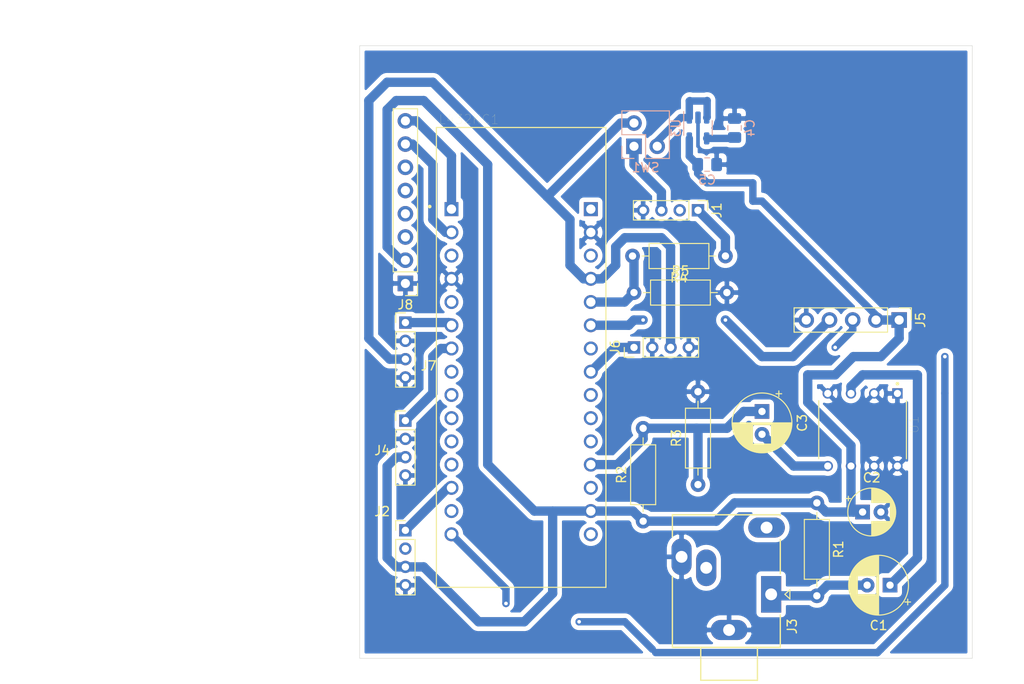
<source format=kicad_pcb>
(kicad_pcb (version 20171130) (host pcbnew 5.1.9)

  (general
    (thickness 1.6)
    (drawings 17)
    (tracks 150)
    (zones 0)
    (modules 22)
    (nets 42)
  )

  (page A4)
  (layers
    (0 F.Cu signal)
    (31 B.Cu signal)
    (32 B.Adhes user)
    (33 F.Adhes user)
    (34 B.Paste user)
    (35 F.Paste user)
    (36 B.SilkS user)
    (37 F.SilkS user)
    (38 B.Mask user)
    (39 F.Mask user)
    (40 Dwgs.User user)
    (41 Cmts.User user)
    (42 Eco1.User user)
    (43 Eco2.User user)
    (44 Edge.Cuts user)
    (45 Margin user)
    (46 B.CrtYd user)
    (47 F.CrtYd user)
    (48 B.Fab user)
    (49 F.Fab user)
  )

  (setup
    (last_trace_width 0.25)
    (user_trace_width 0.4)
    (user_trace_width 0.81)
    (user_trace_width 1.02)
    (trace_clearance 0.2)
    (zone_clearance 0.508)
    (zone_45_only no)
    (trace_min 0.2)
    (via_size 0.8)
    (via_drill 0.4)
    (via_min_size 0.4)
    (via_min_drill 0.3)
    (uvia_size 0.3)
    (uvia_drill 0.1)
    (uvias_allowed no)
    (uvia_min_size 0.2)
    (uvia_min_drill 0.1)
    (edge_width 0.05)
    (segment_width 0.2)
    (pcb_text_width 0.3)
    (pcb_text_size 1.5 1.5)
    (mod_edge_width 0.12)
    (mod_text_size 1 1)
    (mod_text_width 0.15)
    (pad_size 1.524 1.524)
    (pad_drill 0.762)
    (pad_to_mask_clearance 0)
    (aux_axis_origin 0 0)
    (visible_elements FFFFFFFF)
    (pcbplotparams
      (layerselection 0x010fc_ffffffff)
      (usegerberextensions false)
      (usegerberattributes true)
      (usegerberadvancedattributes true)
      (creategerberjobfile true)
      (excludeedgelayer true)
      (linewidth 0.100000)
      (plotframeref false)
      (viasonmask false)
      (mode 1)
      (useauxorigin false)
      (hpglpennumber 1)
      (hpglpenspeed 20)
      (hpglpendiameter 15.000000)
      (psnegative false)
      (psa4output false)
      (plotreference true)
      (plotvalue true)
      (plotinvisibletext false)
      (padsonsilk false)
      (subtractmaskfromsilk false)
      (outputformat 1)
      (mirror false)
      (drillshape 1)
      (scaleselection 1)
      (outputdirectory ""))
  )

  (net 0 "")
  (net 1 GND)
  (net 2 /+5V)
  (net 3 "Net-(J1-Pad2)")
  (net 4 /A7)
  (net 5 /+3V3)
  (net 6 "Net-(J2-Pad2)")
  (net 7 "Net-(C1-Pad2)")
  (net 8 /D4)
  (net 9 /D3)
  (net 10 "Net-(C3-Pad2)")
  (net 11 "Net-(C1-Pad1)")
  (net 12 /A0)
  (net 13 "Net-(L432KC1-PadVIN)")
  (net 14 "Net-(L432KC1-PadNRST)")
  (net 15 "Net-(L432KC1-PadPA6)")
  (net 16 "Net-(L432KC1-PadPA4)")
  (net 17 "Net-(L432KC1-PadAREF)")
  (net 18 "Net-(L432KC1-PadPB3)")
  (net 19 "Net-(L432KC1-PadPA12)")
  (net 20 "Net-(L432KC1-PadPB6)")
  (net 21 "Net-(L432KC1-PadPB1)")
  (net 22 "Net-(L432KC1-PadPC14)")
  (net 23 "Net-(L432KC1-PadPC15)")
  (net 24 "Net-(L432KC1-PadPA8)")
  (net 25 "Net-(L432KC1-PadPB5)")
  (net 26 /A4)
  (net 27 /D1)
  (net 28 "Net-(J1-Pad1)")
  (net 29 "Net-(J8-Pad6)")
  (net 30 "Net-(J8-Pad5)")
  (net 31 "Net-(J8-Pad4)")
  (net 32 "Net-(J8-Pad3)")
  (net 33 /V_alim)
  (net 34 /D0)
  (net 35 "Net-(SW1-Pad3)")
  (net 36 "Net-(C4-Pad1)")
  (net 37 /D10)
  (net 38 /CLK)
  (net 39 /DATA)
  (net 40 "Net-(L432KC1-PadPA3)")
  (net 41 "Net-(L432KC1-PadPA1)")

  (net_class Default "This is the default net class."
    (clearance 0.2)
    (trace_width 0.25)
    (via_dia 0.8)
    (via_drill 0.4)
    (uvia_dia 0.3)
    (uvia_drill 0.1)
    (add_net /+3V3)
    (add_net /+5V)
    (add_net /A0)
    (add_net /A4)
    (add_net /A7)
    (add_net /CLK)
    (add_net /D0)
    (add_net /D1)
    (add_net /D10)
    (add_net /D3)
    (add_net /D4)
    (add_net /DATA)
    (add_net /V_alim)
    (add_net GND)
    (add_net "Net-(C1-Pad1)")
    (add_net "Net-(C1-Pad2)")
    (add_net "Net-(C3-Pad2)")
    (add_net "Net-(C4-Pad1)")
    (add_net "Net-(J1-Pad1)")
    (add_net "Net-(J1-Pad2)")
    (add_net "Net-(J2-Pad2)")
    (add_net "Net-(J8-Pad3)")
    (add_net "Net-(J8-Pad4)")
    (add_net "Net-(J8-Pad5)")
    (add_net "Net-(J8-Pad6)")
    (add_net "Net-(L432KC1-PadAREF)")
    (add_net "Net-(L432KC1-PadNRST)")
    (add_net "Net-(L432KC1-PadPA1)")
    (add_net "Net-(L432KC1-PadPA12)")
    (add_net "Net-(L432KC1-PadPA3)")
    (add_net "Net-(L432KC1-PadPA4)")
    (add_net "Net-(L432KC1-PadPA6)")
    (add_net "Net-(L432KC1-PadPA8)")
    (add_net "Net-(L432KC1-PadPB1)")
    (add_net "Net-(L432KC1-PadPB3)")
    (add_net "Net-(L432KC1-PadPB5)")
    (add_net "Net-(L432KC1-PadPB6)")
    (add_net "Net-(L432KC1-PadPC14)")
    (add_net "Net-(L432KC1-PadPC15)")
    (add_net "Net-(L432KC1-PadVIN)")
    (add_net "Net-(SW1-Pad3)")
  )

  (module Connector_PinHeader_2.54mm:PinHeader_1x05_P2.54mm_Vertical (layer F.Cu) (tedit 59FED5CC) (tstamp 5FC6AB96)
    (at 177 82 270)
    (descr "Through hole straight pin header, 1x05, 2.54mm pitch, single row")
    (tags "Through hole pin header THT 1x05 2.54mm single row")
    (path /5FCC2112)
    (fp_text reference J5 (at 0 -2.33 90) (layer F.SilkS)
      (effects (font (size 1 1) (thickness 0.15)))
    )
    (fp_text value Conn_01x05 (at 0 12.49 90) (layer F.Fab)
      (effects (font (size 1 1) (thickness 0.15)))
    )
    (fp_line (start -0.635 -1.27) (end 1.27 -1.27) (layer F.Fab) (width 0.1))
    (fp_line (start 1.27 -1.27) (end 1.27 11.43) (layer F.Fab) (width 0.1))
    (fp_line (start 1.27 11.43) (end -1.27 11.43) (layer F.Fab) (width 0.1))
    (fp_line (start -1.27 11.43) (end -1.27 -0.635) (layer F.Fab) (width 0.1))
    (fp_line (start -1.27 -0.635) (end -0.635 -1.27) (layer F.Fab) (width 0.1))
    (fp_line (start -1.33 11.49) (end 1.33 11.49) (layer F.SilkS) (width 0.12))
    (fp_line (start -1.33 1.27) (end -1.33 11.49) (layer F.SilkS) (width 0.12))
    (fp_line (start 1.33 1.27) (end 1.33 11.49) (layer F.SilkS) (width 0.12))
    (fp_line (start -1.33 1.27) (end 1.33 1.27) (layer F.SilkS) (width 0.12))
    (fp_line (start -1.33 0) (end -1.33 -1.33) (layer F.SilkS) (width 0.12))
    (fp_line (start -1.33 -1.33) (end 0 -1.33) (layer F.SilkS) (width 0.12))
    (fp_line (start -1.8 -1.8) (end -1.8 11.95) (layer F.CrtYd) (width 0.05))
    (fp_line (start -1.8 11.95) (end 1.8 11.95) (layer F.CrtYd) (width 0.05))
    (fp_line (start 1.8 11.95) (end 1.8 -1.8) (layer F.CrtYd) (width 0.05))
    (fp_line (start 1.8 -1.8) (end -1.8 -1.8) (layer F.CrtYd) (width 0.05))
    (fp_text user %R (at 0 5.08) (layer F.Fab)
      (effects (font (size 1 1) (thickness 0.15)))
    )
    (pad 5 thru_hole oval (at 0 10.16 270) (size 1.7 1.7) (drill 1) (layers *.Cu *.Mask)
      (net 1 GND))
    (pad 4 thru_hole oval (at 0 7.62 270) (size 1.7 1.7) (drill 1) (layers *.Cu *.Mask)
      (net 38 /CLK))
    (pad 3 thru_hole oval (at 0 5.08 270) (size 1.7 1.7) (drill 1) (layers *.Cu *.Mask)
      (net 39 /DATA))
    (pad 2 thru_hole oval (at 0 2.54 270) (size 1.7 1.7) (drill 1) (layers *.Cu *.Mask)
      (net 5 /+3V3))
    (pad 1 thru_hole rect (at 0 0 270) (size 1.7 1.7) (drill 1) (layers *.Cu *.Mask)
      (net 5 /+3V3))
    (model ${KISYS3DMOD}/Connector_PinHeader_2.54mm.3dshapes/PinHeader_1x05_P2.54mm_Vertical.wrl
      (at (xyz 0 0 0))
      (scale (xyz 1 1 1))
      (rotate (xyz 0 0 0))
    )
  )

  (module Resistor_THT:R_Axial_DIN0207_L6.3mm_D2.5mm_P10.16mm_Horizontal (layer F.Cu) (tedit 5AE5139B) (tstamp 5FBB95A0)
    (at 148 79)
    (descr "Resistor, Axial_DIN0207 series, Axial, Horizontal, pin pitch=10.16mm, 0.25W = 1/4W, length*diameter=6.3*2.5mm^2, http://cdn-reichelt.de/documents/datenblatt/B400/1_4W%23YAG.pdf")
    (tags "Resistor Axial_DIN0207 series Axial Horizontal pin pitch 10.16mm 0.25W = 1/4W length 6.3mm diameter 2.5mm")
    (path /5FBBD807)
    (fp_text reference R5 (at 5.08 -2.37) (layer F.SilkS)
      (effects (font (size 1 1) (thickness 0.15)))
    )
    (fp_text value 3.3k (at 5.08 2.37) (layer F.Fab)
      (effects (font (size 1 1) (thickness 0.15)))
    )
    (fp_line (start 1.93 -1.25) (end 1.93 1.25) (layer F.Fab) (width 0.1))
    (fp_line (start 1.93 1.25) (end 8.23 1.25) (layer F.Fab) (width 0.1))
    (fp_line (start 8.23 1.25) (end 8.23 -1.25) (layer F.Fab) (width 0.1))
    (fp_line (start 8.23 -1.25) (end 1.93 -1.25) (layer F.Fab) (width 0.1))
    (fp_line (start 0 0) (end 1.93 0) (layer F.Fab) (width 0.1))
    (fp_line (start 10.16 0) (end 8.23 0) (layer F.Fab) (width 0.1))
    (fp_line (start 1.81 -1.37) (end 1.81 1.37) (layer F.SilkS) (width 0.12))
    (fp_line (start 1.81 1.37) (end 8.35 1.37) (layer F.SilkS) (width 0.12))
    (fp_line (start 8.35 1.37) (end 8.35 -1.37) (layer F.SilkS) (width 0.12))
    (fp_line (start 8.35 -1.37) (end 1.81 -1.37) (layer F.SilkS) (width 0.12))
    (fp_line (start 1.04 0) (end 1.81 0) (layer F.SilkS) (width 0.12))
    (fp_line (start 9.12 0) (end 8.35 0) (layer F.SilkS) (width 0.12))
    (fp_line (start -1.05 -1.5) (end -1.05 1.5) (layer F.CrtYd) (width 0.05))
    (fp_line (start -1.05 1.5) (end 11.21 1.5) (layer F.CrtYd) (width 0.05))
    (fp_line (start 11.21 1.5) (end 11.21 -1.5) (layer F.CrtYd) (width 0.05))
    (fp_line (start 11.21 -1.5) (end -1.05 -1.5) (layer F.CrtYd) (width 0.05))
    (fp_text user %R (at 5.08 0) (layer F.Fab)
      (effects (font (size 1 1) (thickness 0.15)))
    )
    (pad 2 thru_hole oval (at 10.16 0) (size 1.6 1.6) (drill 0.8) (layers *.Cu *.Mask)
      (net 1 GND))
    (pad 1 thru_hole circle (at 0 0) (size 1.6 1.6) (drill 0.8) (layers *.Cu *.Mask)
      (net 4 /A7))
    (model ${KISYS3DMOD}/Resistor_THT.3dshapes/R_Axial_DIN0207_L6.3mm_D2.5mm_P10.16mm_Horizontal.wrl
      (at (xyz 0 0 0))
      (scale (xyz 1 1 1))
      (rotate (xyz 0 0 0))
    )
  )

  (module Resistor_THT:R_Axial_DIN0207_L6.3mm_D2.5mm_P10.16mm_Horizontal (layer F.Cu) (tedit 5AE5139B) (tstamp 5FC67F28)
    (at 158 75 180)
    (descr "Resistor, Axial_DIN0207 series, Axial, Horizontal, pin pitch=10.16mm, 0.25W = 1/4W, length*diameter=6.3*2.5mm^2, http://cdn-reichelt.de/documents/datenblatt/B400/1_4W%23YAG.pdf")
    (tags "Resistor Axial_DIN0207 series Axial Horizontal pin pitch 10.16mm 0.25W = 1/4W length 6.3mm diameter 2.5mm")
    (path /5FBBD368)
    (fp_text reference R4 (at 5.08 -2.37) (layer F.SilkS)
      (effects (font (size 1 1) (thickness 0.15)))
    )
    (fp_text value 2.2k (at 5.08 2.37) (layer F.Fab)
      (effects (font (size 1 1) (thickness 0.15)))
    )
    (fp_line (start 1.93 -1.25) (end 1.93 1.25) (layer F.Fab) (width 0.1))
    (fp_line (start 1.93 1.25) (end 8.23 1.25) (layer F.Fab) (width 0.1))
    (fp_line (start 8.23 1.25) (end 8.23 -1.25) (layer F.Fab) (width 0.1))
    (fp_line (start 8.23 -1.25) (end 1.93 -1.25) (layer F.Fab) (width 0.1))
    (fp_line (start 0 0) (end 1.93 0) (layer F.Fab) (width 0.1))
    (fp_line (start 10.16 0) (end 8.23 0) (layer F.Fab) (width 0.1))
    (fp_line (start 1.81 -1.37) (end 1.81 1.37) (layer F.SilkS) (width 0.12))
    (fp_line (start 1.81 1.37) (end 8.35 1.37) (layer F.SilkS) (width 0.12))
    (fp_line (start 8.35 1.37) (end 8.35 -1.37) (layer F.SilkS) (width 0.12))
    (fp_line (start 8.35 -1.37) (end 1.81 -1.37) (layer F.SilkS) (width 0.12))
    (fp_line (start 1.04 0) (end 1.81 0) (layer F.SilkS) (width 0.12))
    (fp_line (start 9.12 0) (end 8.35 0) (layer F.SilkS) (width 0.12))
    (fp_line (start -1.05 -1.5) (end -1.05 1.5) (layer F.CrtYd) (width 0.05))
    (fp_line (start -1.05 1.5) (end 11.21 1.5) (layer F.CrtYd) (width 0.05))
    (fp_line (start 11.21 1.5) (end 11.21 -1.5) (layer F.CrtYd) (width 0.05))
    (fp_line (start 11.21 -1.5) (end -1.05 -1.5) (layer F.CrtYd) (width 0.05))
    (fp_text user %R (at 5.08 0) (layer F.Fab)
      (effects (font (size 1 1) (thickness 0.15)))
    )
    (pad 2 thru_hole oval (at 10.16 0 180) (size 1.6 1.6) (drill 0.8) (layers *.Cu *.Mask)
      (net 4 /A7))
    (pad 1 thru_hole circle (at 0 0 180) (size 1.6 1.6) (drill 0.8) (layers *.Cu *.Mask)
      (net 28 "Net-(J1-Pad1)"))
    (model ${KISYS3DMOD}/Resistor_THT.3dshapes/R_Axial_DIN0207_L6.3mm_D2.5mm_P10.16mm_Horizontal.wrl
      (at (xyz 0 0 0))
      (scale (xyz 1 1 1))
      (rotate (xyz 0 0 0))
    )
  )

  (module Resistor_THT:R_Axial_DIN0207_L6.3mm_D2.5mm_P10.16mm_Horizontal (layer F.Cu) (tedit 5AE5139B) (tstamp 5FBB7483)
    (at 155 100 90)
    (descr "Resistor, Axial_DIN0207 series, Axial, Horizontal, pin pitch=10.16mm, 0.25W = 1/4W, length*diameter=6.3*2.5mm^2, http://cdn-reichelt.de/documents/datenblatt/B400/1_4W%23YAG.pdf")
    (tags "Resistor Axial_DIN0207 series Axial Horizontal pin pitch 10.16mm 0.25W = 1/4W length 6.3mm diameter 2.5mm")
    (path /5FB7379A)
    (fp_text reference R3 (at 5.08 -2.37 90) (layer F.SilkS)
      (effects (font (size 1 1) (thickness 0.15)))
    )
    (fp_text value 10k (at 5.08 2.37 90) (layer F.Fab)
      (effects (font (size 1 1) (thickness 0.15)))
    )
    (fp_line (start 1.93 -1.25) (end 1.93 1.25) (layer F.Fab) (width 0.1))
    (fp_line (start 1.93 1.25) (end 8.23 1.25) (layer F.Fab) (width 0.1))
    (fp_line (start 8.23 1.25) (end 8.23 -1.25) (layer F.Fab) (width 0.1))
    (fp_line (start 8.23 -1.25) (end 1.93 -1.25) (layer F.Fab) (width 0.1))
    (fp_line (start 0 0) (end 1.93 0) (layer F.Fab) (width 0.1))
    (fp_line (start 10.16 0) (end 8.23 0) (layer F.Fab) (width 0.1))
    (fp_line (start 1.81 -1.37) (end 1.81 1.37) (layer F.SilkS) (width 0.12))
    (fp_line (start 1.81 1.37) (end 8.35 1.37) (layer F.SilkS) (width 0.12))
    (fp_line (start 8.35 1.37) (end 8.35 -1.37) (layer F.SilkS) (width 0.12))
    (fp_line (start 8.35 -1.37) (end 1.81 -1.37) (layer F.SilkS) (width 0.12))
    (fp_line (start 1.04 0) (end 1.81 0) (layer F.SilkS) (width 0.12))
    (fp_line (start 9.12 0) (end 8.35 0) (layer F.SilkS) (width 0.12))
    (fp_line (start -1.05 -1.5) (end -1.05 1.5) (layer F.CrtYd) (width 0.05))
    (fp_line (start -1.05 1.5) (end 11.21 1.5) (layer F.CrtYd) (width 0.05))
    (fp_line (start 11.21 1.5) (end 11.21 -1.5) (layer F.CrtYd) (width 0.05))
    (fp_line (start 11.21 -1.5) (end -1.05 -1.5) (layer F.CrtYd) (width 0.05))
    (fp_text user %R (at 5.08 0 90) (layer F.Fab)
      (effects (font (size 1 1) (thickness 0.15)))
    )
    (pad 2 thru_hole oval (at 10.16 0 90) (size 1.6 1.6) (drill 0.8) (layers *.Cu *.Mask)
      (net 1 GND))
    (pad 1 thru_hole circle (at 0 0 90) (size 1.6 1.6) (drill 0.8) (layers *.Cu *.Mask)
      (net 12 /A0))
    (model ${KISYS3DMOD}/Resistor_THT.3dshapes/R_Axial_DIN0207_L6.3mm_D2.5mm_P10.16mm_Horizontal.wrl
      (at (xyz 0 0 0))
      (scale (xyz 1 1 1))
      (rotate (xyz 0 0 0))
    )
  )

  (module Resistor_THT:R_Axial_DIN0207_L6.3mm_D2.5mm_P10.16mm_Horizontal (layer F.Cu) (tedit 5AE5139B) (tstamp 5FBB6D7B)
    (at 149 104 90)
    (descr "Resistor, Axial_DIN0207 series, Axial, Horizontal, pin pitch=10.16mm, 0.25W = 1/4W, length*diameter=6.3*2.5mm^2, http://cdn-reichelt.de/documents/datenblatt/B400/1_4W%23YAG.pdf")
    (tags "Resistor Axial_DIN0207 series Axial Horizontal pin pitch 10.16mm 0.25W = 1/4W length 6.3mm diameter 2.5mm")
    (path /5FB72DF3)
    (fp_text reference R2 (at 5.08 -2.37 90) (layer F.SilkS)
      (effects (font (size 1 1) (thickness 0.15)))
    )
    (fp_text value 10k (at 5.08 2.37 90) (layer F.Fab)
      (effects (font (size 1 1) (thickness 0.15)))
    )
    (fp_line (start 1.93 -1.25) (end 1.93 1.25) (layer F.Fab) (width 0.1))
    (fp_line (start 1.93 1.25) (end 8.23 1.25) (layer F.Fab) (width 0.1))
    (fp_line (start 8.23 1.25) (end 8.23 -1.25) (layer F.Fab) (width 0.1))
    (fp_line (start 8.23 -1.25) (end 1.93 -1.25) (layer F.Fab) (width 0.1))
    (fp_line (start 0 0) (end 1.93 0) (layer F.Fab) (width 0.1))
    (fp_line (start 10.16 0) (end 8.23 0) (layer F.Fab) (width 0.1))
    (fp_line (start 1.81 -1.37) (end 1.81 1.37) (layer F.SilkS) (width 0.12))
    (fp_line (start 1.81 1.37) (end 8.35 1.37) (layer F.SilkS) (width 0.12))
    (fp_line (start 8.35 1.37) (end 8.35 -1.37) (layer F.SilkS) (width 0.12))
    (fp_line (start 8.35 -1.37) (end 1.81 -1.37) (layer F.SilkS) (width 0.12))
    (fp_line (start 1.04 0) (end 1.81 0) (layer F.SilkS) (width 0.12))
    (fp_line (start 9.12 0) (end 8.35 0) (layer F.SilkS) (width 0.12))
    (fp_line (start -1.05 -1.5) (end -1.05 1.5) (layer F.CrtYd) (width 0.05))
    (fp_line (start -1.05 1.5) (end 11.21 1.5) (layer F.CrtYd) (width 0.05))
    (fp_line (start 11.21 1.5) (end 11.21 -1.5) (layer F.CrtYd) (width 0.05))
    (fp_line (start 11.21 -1.5) (end -1.05 -1.5) (layer F.CrtYd) (width 0.05))
    (fp_text user %R (at 5.08 0 90) (layer F.Fab)
      (effects (font (size 1 1) (thickness 0.15)))
    )
    (pad 2 thru_hole oval (at 10.16 0 90) (size 1.6 1.6) (drill 0.8) (layers *.Cu *.Mask)
      (net 12 /A0))
    (pad 1 thru_hole circle (at 0 0 90) (size 1.6 1.6) (drill 0.8) (layers *.Cu *.Mask)
      (net 5 /+3V3))
    (model ${KISYS3DMOD}/Resistor_THT.3dshapes/R_Axial_DIN0207_L6.3mm_D2.5mm_P10.16mm_Horizontal.wrl
      (at (xyz 0 0 0))
      (scale (xyz 1 1 1))
      (rotate (xyz 0 0 0))
    )
  )

  (module Resistor_THT:R_Axial_DIN0207_L6.3mm_D2.5mm_P10.16mm_Horizontal (layer F.Cu) (tedit 5AE5139B) (tstamp 5FBB6C52)
    (at 168 102 270)
    (descr "Resistor, Axial_DIN0207 series, Axial, Horizontal, pin pitch=10.16mm, 0.25W = 1/4W, length*diameter=6.3*2.5mm^2, http://cdn-reichelt.de/documents/datenblatt/B400/1_4W%23YAG.pdf")
    (tags "Resistor Axial_DIN0207 series Axial Horizontal pin pitch 10.16mm 0.25W = 1/4W length 6.3mm diameter 2.5mm")
    (path /5FB4411A)
    (fp_text reference R1 (at 5.08 -2.37 90) (layer F.SilkS)
      (effects (font (size 1 1) (thickness 0.15)))
    )
    (fp_text value 4.7k (at 5.08 2.37 90) (layer F.Fab)
      (effects (font (size 1 1) (thickness 0.15)))
    )
    (fp_line (start 1.93 -1.25) (end 1.93 1.25) (layer F.Fab) (width 0.1))
    (fp_line (start 1.93 1.25) (end 8.23 1.25) (layer F.Fab) (width 0.1))
    (fp_line (start 8.23 1.25) (end 8.23 -1.25) (layer F.Fab) (width 0.1))
    (fp_line (start 8.23 -1.25) (end 1.93 -1.25) (layer F.Fab) (width 0.1))
    (fp_line (start 0 0) (end 1.93 0) (layer F.Fab) (width 0.1))
    (fp_line (start 10.16 0) (end 8.23 0) (layer F.Fab) (width 0.1))
    (fp_line (start 1.81 -1.37) (end 1.81 1.37) (layer F.SilkS) (width 0.12))
    (fp_line (start 1.81 1.37) (end 8.35 1.37) (layer F.SilkS) (width 0.12))
    (fp_line (start 8.35 1.37) (end 8.35 -1.37) (layer F.SilkS) (width 0.12))
    (fp_line (start 8.35 -1.37) (end 1.81 -1.37) (layer F.SilkS) (width 0.12))
    (fp_line (start 1.04 0) (end 1.81 0) (layer F.SilkS) (width 0.12))
    (fp_line (start 9.12 0) (end 8.35 0) (layer F.SilkS) (width 0.12))
    (fp_line (start -1.05 -1.5) (end -1.05 1.5) (layer F.CrtYd) (width 0.05))
    (fp_line (start -1.05 1.5) (end 11.21 1.5) (layer F.CrtYd) (width 0.05))
    (fp_line (start 11.21 1.5) (end 11.21 -1.5) (layer F.CrtYd) (width 0.05))
    (fp_line (start 11.21 -1.5) (end -1.05 -1.5) (layer F.CrtYd) (width 0.05))
    (fp_text user %R (at 5.08 0 90) (layer F.Fab)
      (effects (font (size 1 1) (thickness 0.15)))
    )
    (pad 2 thru_hole oval (at 10.16 0 270) (size 1.6 1.6) (drill 0.8) (layers *.Cu *.Mask)
      (net 7 "Net-(C1-Pad2)"))
    (pad 1 thru_hole circle (at 0 0 270) (size 1.6 1.6) (drill 0.8) (layers *.Cu *.Mask)
      (net 5 /+3V3))
    (model ${KISYS3DMOD}/Resistor_THT.3dshapes/R_Axial_DIN0207_L6.3mm_D2.5mm_P10.16mm_Horizontal.wrl
      (at (xyz 0 0 0))
      (scale (xyz 1 1 1))
      (rotate (xyz 0 0 0))
    )
  )

  (module Connector_PinHeader_2.54mm:PinHeader_1x08_P2.54mm_Vertical (layer F.Cu) (tedit 59FED5CC) (tstamp 5FBBA00B)
    (at 123 78 180)
    (descr "Through hole straight pin header, 1x08, 2.54mm pitch, single row")
    (tags "Through hole pin header THT 1x08 2.54mm single row")
    (path /5FBC63C9)
    (fp_text reference J8 (at 0 -2.33) (layer F.SilkS)
      (effects (font (size 1 1) (thickness 0.15)))
    )
    (fp_text value Conn_01x08 (at 0 20.11) (layer F.Fab)
      (effects (font (size 1 1) (thickness 0.15)))
    )
    (fp_line (start -0.635 -1.27) (end 1.27 -1.27) (layer F.Fab) (width 0.1))
    (fp_line (start 1.27 -1.27) (end 1.27 19.05) (layer F.Fab) (width 0.1))
    (fp_line (start 1.27 19.05) (end -1.27 19.05) (layer F.Fab) (width 0.1))
    (fp_line (start -1.27 19.05) (end -1.27 -0.635) (layer F.Fab) (width 0.1))
    (fp_line (start -1.27 -0.635) (end -0.635 -1.27) (layer F.Fab) (width 0.1))
    (fp_line (start -1.33 19.11) (end 1.33 19.11) (layer F.SilkS) (width 0.12))
    (fp_line (start -1.33 1.27) (end -1.33 19.11) (layer F.SilkS) (width 0.12))
    (fp_line (start 1.33 1.27) (end 1.33 19.11) (layer F.SilkS) (width 0.12))
    (fp_line (start -1.33 1.27) (end 1.33 1.27) (layer F.SilkS) (width 0.12))
    (fp_line (start -1.33 0) (end -1.33 -1.33) (layer F.SilkS) (width 0.12))
    (fp_line (start -1.33 -1.33) (end 0 -1.33) (layer F.SilkS) (width 0.12))
    (fp_line (start -1.8 -1.8) (end -1.8 19.55) (layer F.CrtYd) (width 0.05))
    (fp_line (start -1.8 19.55) (end 1.8 19.55) (layer F.CrtYd) (width 0.05))
    (fp_line (start 1.8 19.55) (end 1.8 -1.8) (layer F.CrtYd) (width 0.05))
    (fp_line (start 1.8 -1.8) (end -1.8 -1.8) (layer F.CrtYd) (width 0.05))
    (fp_text user %R (at 0 8.89 90) (layer F.Fab)
      (effects (font (size 1 1) (thickness 0.15)))
    )
    (pad 8 thru_hole oval (at 0 17.78 180) (size 1.7 1.7) (drill 1) (layers *.Cu *.Mask)
      (net 27 /D1))
    (pad 7 thru_hole oval (at 0 15.24 180) (size 1.7 1.7) (drill 1) (layers *.Cu *.Mask)
      (net 34 /D0))
    (pad 6 thru_hole oval (at 0 12.7 180) (size 1.7 1.7) (drill 1) (layers *.Cu *.Mask)
      (net 29 "Net-(J8-Pad6)"))
    (pad 5 thru_hole oval (at 0 10.16 180) (size 1.7 1.7) (drill 1) (layers *.Cu *.Mask)
      (net 30 "Net-(J8-Pad5)"))
    (pad 4 thru_hole oval (at 0 7.62 180) (size 1.7 1.7) (drill 1) (layers *.Cu *.Mask)
      (net 31 "Net-(J8-Pad4)"))
    (pad 3 thru_hole oval (at 0 5.08 180) (size 1.7 1.7) (drill 1) (layers *.Cu *.Mask)
      (net 32 "Net-(J8-Pad3)"))
    (pad 2 thru_hole oval (at 0 2.54 180) (size 1.7 1.7) (drill 1) (layers *.Cu *.Mask)
      (net 5 /+3V3))
    (pad 1 thru_hole rect (at 0 0 180) (size 1.7 1.7) (drill 1) (layers *.Cu *.Mask)
      (net 1 GND))
    (model ${KISYS3DMOD}/Connector_PinHeader_2.54mm.3dshapes/PinHeader_1x08_P2.54mm_Vertical.wrl
      (at (xyz 0 0 0))
      (scale (xyz 1 1 1))
      (rotate (xyz 0 0 0))
    )
  )

  (module Capacitor_THT:CP_Radial_D6.3mm_P2.50mm (layer F.Cu) (tedit 5AE50EF0) (tstamp 5FBB72C8)
    (at 162 92 270)
    (descr "CP, Radial series, Radial, pin pitch=2.50mm, , diameter=6.3mm, Electrolytic Capacitor")
    (tags "CP Radial series Radial pin pitch 2.50mm  diameter 6.3mm Electrolytic Capacitor")
    (path /5FB6D333)
    (fp_text reference C3 (at 1.25 -4.4 90) (layer F.SilkS)
      (effects (font (size 1 1) (thickness 0.15)))
    )
    (fp_text value 1u (at 1.25 4.4 90) (layer F.Fab)
      (effects (font (size 1 1) (thickness 0.15)))
    )
    (fp_circle (center 1.25 0) (end 4.4 0) (layer F.Fab) (width 0.1))
    (fp_circle (center 1.25 0) (end 4.52 0) (layer F.SilkS) (width 0.12))
    (fp_circle (center 1.25 0) (end 4.65 0) (layer F.CrtYd) (width 0.05))
    (fp_line (start -1.443972 -1.3735) (end -0.813972 -1.3735) (layer F.Fab) (width 0.1))
    (fp_line (start -1.128972 -1.6885) (end -1.128972 -1.0585) (layer F.Fab) (width 0.1))
    (fp_line (start 1.25 -3.23) (end 1.25 3.23) (layer F.SilkS) (width 0.12))
    (fp_line (start 1.29 -3.23) (end 1.29 3.23) (layer F.SilkS) (width 0.12))
    (fp_line (start 1.33 -3.23) (end 1.33 3.23) (layer F.SilkS) (width 0.12))
    (fp_line (start 1.37 -3.228) (end 1.37 3.228) (layer F.SilkS) (width 0.12))
    (fp_line (start 1.41 -3.227) (end 1.41 3.227) (layer F.SilkS) (width 0.12))
    (fp_line (start 1.45 -3.224) (end 1.45 3.224) (layer F.SilkS) (width 0.12))
    (fp_line (start 1.49 -3.222) (end 1.49 -1.04) (layer F.SilkS) (width 0.12))
    (fp_line (start 1.49 1.04) (end 1.49 3.222) (layer F.SilkS) (width 0.12))
    (fp_line (start 1.53 -3.218) (end 1.53 -1.04) (layer F.SilkS) (width 0.12))
    (fp_line (start 1.53 1.04) (end 1.53 3.218) (layer F.SilkS) (width 0.12))
    (fp_line (start 1.57 -3.215) (end 1.57 -1.04) (layer F.SilkS) (width 0.12))
    (fp_line (start 1.57 1.04) (end 1.57 3.215) (layer F.SilkS) (width 0.12))
    (fp_line (start 1.61 -3.211) (end 1.61 -1.04) (layer F.SilkS) (width 0.12))
    (fp_line (start 1.61 1.04) (end 1.61 3.211) (layer F.SilkS) (width 0.12))
    (fp_line (start 1.65 -3.206) (end 1.65 -1.04) (layer F.SilkS) (width 0.12))
    (fp_line (start 1.65 1.04) (end 1.65 3.206) (layer F.SilkS) (width 0.12))
    (fp_line (start 1.69 -3.201) (end 1.69 -1.04) (layer F.SilkS) (width 0.12))
    (fp_line (start 1.69 1.04) (end 1.69 3.201) (layer F.SilkS) (width 0.12))
    (fp_line (start 1.73 -3.195) (end 1.73 -1.04) (layer F.SilkS) (width 0.12))
    (fp_line (start 1.73 1.04) (end 1.73 3.195) (layer F.SilkS) (width 0.12))
    (fp_line (start 1.77 -3.189) (end 1.77 -1.04) (layer F.SilkS) (width 0.12))
    (fp_line (start 1.77 1.04) (end 1.77 3.189) (layer F.SilkS) (width 0.12))
    (fp_line (start 1.81 -3.182) (end 1.81 -1.04) (layer F.SilkS) (width 0.12))
    (fp_line (start 1.81 1.04) (end 1.81 3.182) (layer F.SilkS) (width 0.12))
    (fp_line (start 1.85 -3.175) (end 1.85 -1.04) (layer F.SilkS) (width 0.12))
    (fp_line (start 1.85 1.04) (end 1.85 3.175) (layer F.SilkS) (width 0.12))
    (fp_line (start 1.89 -3.167) (end 1.89 -1.04) (layer F.SilkS) (width 0.12))
    (fp_line (start 1.89 1.04) (end 1.89 3.167) (layer F.SilkS) (width 0.12))
    (fp_line (start 1.93 -3.159) (end 1.93 -1.04) (layer F.SilkS) (width 0.12))
    (fp_line (start 1.93 1.04) (end 1.93 3.159) (layer F.SilkS) (width 0.12))
    (fp_line (start 1.971 -3.15) (end 1.971 -1.04) (layer F.SilkS) (width 0.12))
    (fp_line (start 1.971 1.04) (end 1.971 3.15) (layer F.SilkS) (width 0.12))
    (fp_line (start 2.011 -3.141) (end 2.011 -1.04) (layer F.SilkS) (width 0.12))
    (fp_line (start 2.011 1.04) (end 2.011 3.141) (layer F.SilkS) (width 0.12))
    (fp_line (start 2.051 -3.131) (end 2.051 -1.04) (layer F.SilkS) (width 0.12))
    (fp_line (start 2.051 1.04) (end 2.051 3.131) (layer F.SilkS) (width 0.12))
    (fp_line (start 2.091 -3.121) (end 2.091 -1.04) (layer F.SilkS) (width 0.12))
    (fp_line (start 2.091 1.04) (end 2.091 3.121) (layer F.SilkS) (width 0.12))
    (fp_line (start 2.131 -3.11) (end 2.131 -1.04) (layer F.SilkS) (width 0.12))
    (fp_line (start 2.131 1.04) (end 2.131 3.11) (layer F.SilkS) (width 0.12))
    (fp_line (start 2.171 -3.098) (end 2.171 -1.04) (layer F.SilkS) (width 0.12))
    (fp_line (start 2.171 1.04) (end 2.171 3.098) (layer F.SilkS) (width 0.12))
    (fp_line (start 2.211 -3.086) (end 2.211 -1.04) (layer F.SilkS) (width 0.12))
    (fp_line (start 2.211 1.04) (end 2.211 3.086) (layer F.SilkS) (width 0.12))
    (fp_line (start 2.251 -3.074) (end 2.251 -1.04) (layer F.SilkS) (width 0.12))
    (fp_line (start 2.251 1.04) (end 2.251 3.074) (layer F.SilkS) (width 0.12))
    (fp_line (start 2.291 -3.061) (end 2.291 -1.04) (layer F.SilkS) (width 0.12))
    (fp_line (start 2.291 1.04) (end 2.291 3.061) (layer F.SilkS) (width 0.12))
    (fp_line (start 2.331 -3.047) (end 2.331 -1.04) (layer F.SilkS) (width 0.12))
    (fp_line (start 2.331 1.04) (end 2.331 3.047) (layer F.SilkS) (width 0.12))
    (fp_line (start 2.371 -3.033) (end 2.371 -1.04) (layer F.SilkS) (width 0.12))
    (fp_line (start 2.371 1.04) (end 2.371 3.033) (layer F.SilkS) (width 0.12))
    (fp_line (start 2.411 -3.018) (end 2.411 -1.04) (layer F.SilkS) (width 0.12))
    (fp_line (start 2.411 1.04) (end 2.411 3.018) (layer F.SilkS) (width 0.12))
    (fp_line (start 2.451 -3.002) (end 2.451 -1.04) (layer F.SilkS) (width 0.12))
    (fp_line (start 2.451 1.04) (end 2.451 3.002) (layer F.SilkS) (width 0.12))
    (fp_line (start 2.491 -2.986) (end 2.491 -1.04) (layer F.SilkS) (width 0.12))
    (fp_line (start 2.491 1.04) (end 2.491 2.986) (layer F.SilkS) (width 0.12))
    (fp_line (start 2.531 -2.97) (end 2.531 -1.04) (layer F.SilkS) (width 0.12))
    (fp_line (start 2.531 1.04) (end 2.531 2.97) (layer F.SilkS) (width 0.12))
    (fp_line (start 2.571 -2.952) (end 2.571 -1.04) (layer F.SilkS) (width 0.12))
    (fp_line (start 2.571 1.04) (end 2.571 2.952) (layer F.SilkS) (width 0.12))
    (fp_line (start 2.611 -2.934) (end 2.611 -1.04) (layer F.SilkS) (width 0.12))
    (fp_line (start 2.611 1.04) (end 2.611 2.934) (layer F.SilkS) (width 0.12))
    (fp_line (start 2.651 -2.916) (end 2.651 -1.04) (layer F.SilkS) (width 0.12))
    (fp_line (start 2.651 1.04) (end 2.651 2.916) (layer F.SilkS) (width 0.12))
    (fp_line (start 2.691 -2.896) (end 2.691 -1.04) (layer F.SilkS) (width 0.12))
    (fp_line (start 2.691 1.04) (end 2.691 2.896) (layer F.SilkS) (width 0.12))
    (fp_line (start 2.731 -2.876) (end 2.731 -1.04) (layer F.SilkS) (width 0.12))
    (fp_line (start 2.731 1.04) (end 2.731 2.876) (layer F.SilkS) (width 0.12))
    (fp_line (start 2.771 -2.856) (end 2.771 -1.04) (layer F.SilkS) (width 0.12))
    (fp_line (start 2.771 1.04) (end 2.771 2.856) (layer F.SilkS) (width 0.12))
    (fp_line (start 2.811 -2.834) (end 2.811 -1.04) (layer F.SilkS) (width 0.12))
    (fp_line (start 2.811 1.04) (end 2.811 2.834) (layer F.SilkS) (width 0.12))
    (fp_line (start 2.851 -2.812) (end 2.851 -1.04) (layer F.SilkS) (width 0.12))
    (fp_line (start 2.851 1.04) (end 2.851 2.812) (layer F.SilkS) (width 0.12))
    (fp_line (start 2.891 -2.79) (end 2.891 -1.04) (layer F.SilkS) (width 0.12))
    (fp_line (start 2.891 1.04) (end 2.891 2.79) (layer F.SilkS) (width 0.12))
    (fp_line (start 2.931 -2.766) (end 2.931 -1.04) (layer F.SilkS) (width 0.12))
    (fp_line (start 2.931 1.04) (end 2.931 2.766) (layer F.SilkS) (width 0.12))
    (fp_line (start 2.971 -2.742) (end 2.971 -1.04) (layer F.SilkS) (width 0.12))
    (fp_line (start 2.971 1.04) (end 2.971 2.742) (layer F.SilkS) (width 0.12))
    (fp_line (start 3.011 -2.716) (end 3.011 -1.04) (layer F.SilkS) (width 0.12))
    (fp_line (start 3.011 1.04) (end 3.011 2.716) (layer F.SilkS) (width 0.12))
    (fp_line (start 3.051 -2.69) (end 3.051 -1.04) (layer F.SilkS) (width 0.12))
    (fp_line (start 3.051 1.04) (end 3.051 2.69) (layer F.SilkS) (width 0.12))
    (fp_line (start 3.091 -2.664) (end 3.091 -1.04) (layer F.SilkS) (width 0.12))
    (fp_line (start 3.091 1.04) (end 3.091 2.664) (layer F.SilkS) (width 0.12))
    (fp_line (start 3.131 -2.636) (end 3.131 -1.04) (layer F.SilkS) (width 0.12))
    (fp_line (start 3.131 1.04) (end 3.131 2.636) (layer F.SilkS) (width 0.12))
    (fp_line (start 3.171 -2.607) (end 3.171 -1.04) (layer F.SilkS) (width 0.12))
    (fp_line (start 3.171 1.04) (end 3.171 2.607) (layer F.SilkS) (width 0.12))
    (fp_line (start 3.211 -2.578) (end 3.211 -1.04) (layer F.SilkS) (width 0.12))
    (fp_line (start 3.211 1.04) (end 3.211 2.578) (layer F.SilkS) (width 0.12))
    (fp_line (start 3.251 -2.548) (end 3.251 -1.04) (layer F.SilkS) (width 0.12))
    (fp_line (start 3.251 1.04) (end 3.251 2.548) (layer F.SilkS) (width 0.12))
    (fp_line (start 3.291 -2.516) (end 3.291 -1.04) (layer F.SilkS) (width 0.12))
    (fp_line (start 3.291 1.04) (end 3.291 2.516) (layer F.SilkS) (width 0.12))
    (fp_line (start 3.331 -2.484) (end 3.331 -1.04) (layer F.SilkS) (width 0.12))
    (fp_line (start 3.331 1.04) (end 3.331 2.484) (layer F.SilkS) (width 0.12))
    (fp_line (start 3.371 -2.45) (end 3.371 -1.04) (layer F.SilkS) (width 0.12))
    (fp_line (start 3.371 1.04) (end 3.371 2.45) (layer F.SilkS) (width 0.12))
    (fp_line (start 3.411 -2.416) (end 3.411 -1.04) (layer F.SilkS) (width 0.12))
    (fp_line (start 3.411 1.04) (end 3.411 2.416) (layer F.SilkS) (width 0.12))
    (fp_line (start 3.451 -2.38) (end 3.451 -1.04) (layer F.SilkS) (width 0.12))
    (fp_line (start 3.451 1.04) (end 3.451 2.38) (layer F.SilkS) (width 0.12))
    (fp_line (start 3.491 -2.343) (end 3.491 -1.04) (layer F.SilkS) (width 0.12))
    (fp_line (start 3.491 1.04) (end 3.491 2.343) (layer F.SilkS) (width 0.12))
    (fp_line (start 3.531 -2.305) (end 3.531 -1.04) (layer F.SilkS) (width 0.12))
    (fp_line (start 3.531 1.04) (end 3.531 2.305) (layer F.SilkS) (width 0.12))
    (fp_line (start 3.571 -2.265) (end 3.571 2.265) (layer F.SilkS) (width 0.12))
    (fp_line (start 3.611 -2.224) (end 3.611 2.224) (layer F.SilkS) (width 0.12))
    (fp_line (start 3.651 -2.182) (end 3.651 2.182) (layer F.SilkS) (width 0.12))
    (fp_line (start 3.691 -2.137) (end 3.691 2.137) (layer F.SilkS) (width 0.12))
    (fp_line (start 3.731 -2.092) (end 3.731 2.092) (layer F.SilkS) (width 0.12))
    (fp_line (start 3.771 -2.044) (end 3.771 2.044) (layer F.SilkS) (width 0.12))
    (fp_line (start 3.811 -1.995) (end 3.811 1.995) (layer F.SilkS) (width 0.12))
    (fp_line (start 3.851 -1.944) (end 3.851 1.944) (layer F.SilkS) (width 0.12))
    (fp_line (start 3.891 -1.89) (end 3.891 1.89) (layer F.SilkS) (width 0.12))
    (fp_line (start 3.931 -1.834) (end 3.931 1.834) (layer F.SilkS) (width 0.12))
    (fp_line (start 3.971 -1.776) (end 3.971 1.776) (layer F.SilkS) (width 0.12))
    (fp_line (start 4.011 -1.714) (end 4.011 1.714) (layer F.SilkS) (width 0.12))
    (fp_line (start 4.051 -1.65) (end 4.051 1.65) (layer F.SilkS) (width 0.12))
    (fp_line (start 4.091 -1.581) (end 4.091 1.581) (layer F.SilkS) (width 0.12))
    (fp_line (start 4.131 -1.509) (end 4.131 1.509) (layer F.SilkS) (width 0.12))
    (fp_line (start 4.171 -1.432) (end 4.171 1.432) (layer F.SilkS) (width 0.12))
    (fp_line (start 4.211 -1.35) (end 4.211 1.35) (layer F.SilkS) (width 0.12))
    (fp_line (start 4.251 -1.262) (end 4.251 1.262) (layer F.SilkS) (width 0.12))
    (fp_line (start 4.291 -1.165) (end 4.291 1.165) (layer F.SilkS) (width 0.12))
    (fp_line (start 4.331 -1.059) (end 4.331 1.059) (layer F.SilkS) (width 0.12))
    (fp_line (start 4.371 -0.94) (end 4.371 0.94) (layer F.SilkS) (width 0.12))
    (fp_line (start 4.411 -0.802) (end 4.411 0.802) (layer F.SilkS) (width 0.12))
    (fp_line (start 4.451 -0.633) (end 4.451 0.633) (layer F.SilkS) (width 0.12))
    (fp_line (start 4.491 -0.402) (end 4.491 0.402) (layer F.SilkS) (width 0.12))
    (fp_line (start -2.250241 -1.839) (end -1.620241 -1.839) (layer F.SilkS) (width 0.12))
    (fp_line (start -1.935241 -2.154) (end -1.935241 -1.524) (layer F.SilkS) (width 0.12))
    (fp_text user %R (at 1.25 0 90) (layer F.Fab)
      (effects (font (size 1 1) (thickness 0.15)))
    )
    (pad 2 thru_hole circle (at 2.5 0 270) (size 1.6 1.6) (drill 0.8) (layers *.Cu *.Mask)
      (net 10 "Net-(C3-Pad2)"))
    (pad 1 thru_hole rect (at 0 0 270) (size 1.6 1.6) (drill 0.8) (layers *.Cu *.Mask)
      (net 12 /A0))
    (model ${KISYS3DMOD}/Capacitor_THT.3dshapes/CP_Radial_D6.3mm_P2.50mm.wrl
      (at (xyz 0 0 0))
      (scale (xyz 1 1 1))
      (rotate (xyz 0 0 0))
    )
  )

  (module Capacitor_THT:CP_Radial_D6.3mm_P2.50mm (layer F.Cu) (tedit 5AE50EF0) (tstamp 5FBB6FD4)
    (at 176 111 180)
    (descr "CP, Radial series, Radial, pin pitch=2.50mm, , diameter=6.3mm, Electrolytic Capacitor")
    (tags "CP Radial series Radial pin pitch 2.50mm  diameter 6.3mm Electrolytic Capacitor")
    (path /5FB519CF)
    (fp_text reference C1 (at 1.25 -4.4) (layer F.SilkS)
      (effects (font (size 1 1) (thickness 0.15)))
    )
    (fp_text value 1u (at 1.25 4.4) (layer F.Fab)
      (effects (font (size 1 1) (thickness 0.15)))
    )
    (fp_circle (center 1.25 0) (end 4.4 0) (layer F.Fab) (width 0.1))
    (fp_circle (center 1.25 0) (end 4.52 0) (layer F.SilkS) (width 0.12))
    (fp_circle (center 1.25 0) (end 4.65 0) (layer F.CrtYd) (width 0.05))
    (fp_line (start -1.443972 -1.3735) (end -0.813972 -1.3735) (layer F.Fab) (width 0.1))
    (fp_line (start -1.128972 -1.6885) (end -1.128972 -1.0585) (layer F.Fab) (width 0.1))
    (fp_line (start 1.25 -3.23) (end 1.25 3.23) (layer F.SilkS) (width 0.12))
    (fp_line (start 1.29 -3.23) (end 1.29 3.23) (layer F.SilkS) (width 0.12))
    (fp_line (start 1.33 -3.23) (end 1.33 3.23) (layer F.SilkS) (width 0.12))
    (fp_line (start 1.37 -3.228) (end 1.37 3.228) (layer F.SilkS) (width 0.12))
    (fp_line (start 1.41 -3.227) (end 1.41 3.227) (layer F.SilkS) (width 0.12))
    (fp_line (start 1.45 -3.224) (end 1.45 3.224) (layer F.SilkS) (width 0.12))
    (fp_line (start 1.49 -3.222) (end 1.49 -1.04) (layer F.SilkS) (width 0.12))
    (fp_line (start 1.49 1.04) (end 1.49 3.222) (layer F.SilkS) (width 0.12))
    (fp_line (start 1.53 -3.218) (end 1.53 -1.04) (layer F.SilkS) (width 0.12))
    (fp_line (start 1.53 1.04) (end 1.53 3.218) (layer F.SilkS) (width 0.12))
    (fp_line (start 1.57 -3.215) (end 1.57 -1.04) (layer F.SilkS) (width 0.12))
    (fp_line (start 1.57 1.04) (end 1.57 3.215) (layer F.SilkS) (width 0.12))
    (fp_line (start 1.61 -3.211) (end 1.61 -1.04) (layer F.SilkS) (width 0.12))
    (fp_line (start 1.61 1.04) (end 1.61 3.211) (layer F.SilkS) (width 0.12))
    (fp_line (start 1.65 -3.206) (end 1.65 -1.04) (layer F.SilkS) (width 0.12))
    (fp_line (start 1.65 1.04) (end 1.65 3.206) (layer F.SilkS) (width 0.12))
    (fp_line (start 1.69 -3.201) (end 1.69 -1.04) (layer F.SilkS) (width 0.12))
    (fp_line (start 1.69 1.04) (end 1.69 3.201) (layer F.SilkS) (width 0.12))
    (fp_line (start 1.73 -3.195) (end 1.73 -1.04) (layer F.SilkS) (width 0.12))
    (fp_line (start 1.73 1.04) (end 1.73 3.195) (layer F.SilkS) (width 0.12))
    (fp_line (start 1.77 -3.189) (end 1.77 -1.04) (layer F.SilkS) (width 0.12))
    (fp_line (start 1.77 1.04) (end 1.77 3.189) (layer F.SilkS) (width 0.12))
    (fp_line (start 1.81 -3.182) (end 1.81 -1.04) (layer F.SilkS) (width 0.12))
    (fp_line (start 1.81 1.04) (end 1.81 3.182) (layer F.SilkS) (width 0.12))
    (fp_line (start 1.85 -3.175) (end 1.85 -1.04) (layer F.SilkS) (width 0.12))
    (fp_line (start 1.85 1.04) (end 1.85 3.175) (layer F.SilkS) (width 0.12))
    (fp_line (start 1.89 -3.167) (end 1.89 -1.04) (layer F.SilkS) (width 0.12))
    (fp_line (start 1.89 1.04) (end 1.89 3.167) (layer F.SilkS) (width 0.12))
    (fp_line (start 1.93 -3.159) (end 1.93 -1.04) (layer F.SilkS) (width 0.12))
    (fp_line (start 1.93 1.04) (end 1.93 3.159) (layer F.SilkS) (width 0.12))
    (fp_line (start 1.971 -3.15) (end 1.971 -1.04) (layer F.SilkS) (width 0.12))
    (fp_line (start 1.971 1.04) (end 1.971 3.15) (layer F.SilkS) (width 0.12))
    (fp_line (start 2.011 -3.141) (end 2.011 -1.04) (layer F.SilkS) (width 0.12))
    (fp_line (start 2.011 1.04) (end 2.011 3.141) (layer F.SilkS) (width 0.12))
    (fp_line (start 2.051 -3.131) (end 2.051 -1.04) (layer F.SilkS) (width 0.12))
    (fp_line (start 2.051 1.04) (end 2.051 3.131) (layer F.SilkS) (width 0.12))
    (fp_line (start 2.091 -3.121) (end 2.091 -1.04) (layer F.SilkS) (width 0.12))
    (fp_line (start 2.091 1.04) (end 2.091 3.121) (layer F.SilkS) (width 0.12))
    (fp_line (start 2.131 -3.11) (end 2.131 -1.04) (layer F.SilkS) (width 0.12))
    (fp_line (start 2.131 1.04) (end 2.131 3.11) (layer F.SilkS) (width 0.12))
    (fp_line (start 2.171 -3.098) (end 2.171 -1.04) (layer F.SilkS) (width 0.12))
    (fp_line (start 2.171 1.04) (end 2.171 3.098) (layer F.SilkS) (width 0.12))
    (fp_line (start 2.211 -3.086) (end 2.211 -1.04) (layer F.SilkS) (width 0.12))
    (fp_line (start 2.211 1.04) (end 2.211 3.086) (layer F.SilkS) (width 0.12))
    (fp_line (start 2.251 -3.074) (end 2.251 -1.04) (layer F.SilkS) (width 0.12))
    (fp_line (start 2.251 1.04) (end 2.251 3.074) (layer F.SilkS) (width 0.12))
    (fp_line (start 2.291 -3.061) (end 2.291 -1.04) (layer F.SilkS) (width 0.12))
    (fp_line (start 2.291 1.04) (end 2.291 3.061) (layer F.SilkS) (width 0.12))
    (fp_line (start 2.331 -3.047) (end 2.331 -1.04) (layer F.SilkS) (width 0.12))
    (fp_line (start 2.331 1.04) (end 2.331 3.047) (layer F.SilkS) (width 0.12))
    (fp_line (start 2.371 -3.033) (end 2.371 -1.04) (layer F.SilkS) (width 0.12))
    (fp_line (start 2.371 1.04) (end 2.371 3.033) (layer F.SilkS) (width 0.12))
    (fp_line (start 2.411 -3.018) (end 2.411 -1.04) (layer F.SilkS) (width 0.12))
    (fp_line (start 2.411 1.04) (end 2.411 3.018) (layer F.SilkS) (width 0.12))
    (fp_line (start 2.451 -3.002) (end 2.451 -1.04) (layer F.SilkS) (width 0.12))
    (fp_line (start 2.451 1.04) (end 2.451 3.002) (layer F.SilkS) (width 0.12))
    (fp_line (start 2.491 -2.986) (end 2.491 -1.04) (layer F.SilkS) (width 0.12))
    (fp_line (start 2.491 1.04) (end 2.491 2.986) (layer F.SilkS) (width 0.12))
    (fp_line (start 2.531 -2.97) (end 2.531 -1.04) (layer F.SilkS) (width 0.12))
    (fp_line (start 2.531 1.04) (end 2.531 2.97) (layer F.SilkS) (width 0.12))
    (fp_line (start 2.571 -2.952) (end 2.571 -1.04) (layer F.SilkS) (width 0.12))
    (fp_line (start 2.571 1.04) (end 2.571 2.952) (layer F.SilkS) (width 0.12))
    (fp_line (start 2.611 -2.934) (end 2.611 -1.04) (layer F.SilkS) (width 0.12))
    (fp_line (start 2.611 1.04) (end 2.611 2.934) (layer F.SilkS) (width 0.12))
    (fp_line (start 2.651 -2.916) (end 2.651 -1.04) (layer F.SilkS) (width 0.12))
    (fp_line (start 2.651 1.04) (end 2.651 2.916) (layer F.SilkS) (width 0.12))
    (fp_line (start 2.691 -2.896) (end 2.691 -1.04) (layer F.SilkS) (width 0.12))
    (fp_line (start 2.691 1.04) (end 2.691 2.896) (layer F.SilkS) (width 0.12))
    (fp_line (start 2.731 -2.876) (end 2.731 -1.04) (layer F.SilkS) (width 0.12))
    (fp_line (start 2.731 1.04) (end 2.731 2.876) (layer F.SilkS) (width 0.12))
    (fp_line (start 2.771 -2.856) (end 2.771 -1.04) (layer F.SilkS) (width 0.12))
    (fp_line (start 2.771 1.04) (end 2.771 2.856) (layer F.SilkS) (width 0.12))
    (fp_line (start 2.811 -2.834) (end 2.811 -1.04) (layer F.SilkS) (width 0.12))
    (fp_line (start 2.811 1.04) (end 2.811 2.834) (layer F.SilkS) (width 0.12))
    (fp_line (start 2.851 -2.812) (end 2.851 -1.04) (layer F.SilkS) (width 0.12))
    (fp_line (start 2.851 1.04) (end 2.851 2.812) (layer F.SilkS) (width 0.12))
    (fp_line (start 2.891 -2.79) (end 2.891 -1.04) (layer F.SilkS) (width 0.12))
    (fp_line (start 2.891 1.04) (end 2.891 2.79) (layer F.SilkS) (width 0.12))
    (fp_line (start 2.931 -2.766) (end 2.931 -1.04) (layer F.SilkS) (width 0.12))
    (fp_line (start 2.931 1.04) (end 2.931 2.766) (layer F.SilkS) (width 0.12))
    (fp_line (start 2.971 -2.742) (end 2.971 -1.04) (layer F.SilkS) (width 0.12))
    (fp_line (start 2.971 1.04) (end 2.971 2.742) (layer F.SilkS) (width 0.12))
    (fp_line (start 3.011 -2.716) (end 3.011 -1.04) (layer F.SilkS) (width 0.12))
    (fp_line (start 3.011 1.04) (end 3.011 2.716) (layer F.SilkS) (width 0.12))
    (fp_line (start 3.051 -2.69) (end 3.051 -1.04) (layer F.SilkS) (width 0.12))
    (fp_line (start 3.051 1.04) (end 3.051 2.69) (layer F.SilkS) (width 0.12))
    (fp_line (start 3.091 -2.664) (end 3.091 -1.04) (layer F.SilkS) (width 0.12))
    (fp_line (start 3.091 1.04) (end 3.091 2.664) (layer F.SilkS) (width 0.12))
    (fp_line (start 3.131 -2.636) (end 3.131 -1.04) (layer F.SilkS) (width 0.12))
    (fp_line (start 3.131 1.04) (end 3.131 2.636) (layer F.SilkS) (width 0.12))
    (fp_line (start 3.171 -2.607) (end 3.171 -1.04) (layer F.SilkS) (width 0.12))
    (fp_line (start 3.171 1.04) (end 3.171 2.607) (layer F.SilkS) (width 0.12))
    (fp_line (start 3.211 -2.578) (end 3.211 -1.04) (layer F.SilkS) (width 0.12))
    (fp_line (start 3.211 1.04) (end 3.211 2.578) (layer F.SilkS) (width 0.12))
    (fp_line (start 3.251 -2.548) (end 3.251 -1.04) (layer F.SilkS) (width 0.12))
    (fp_line (start 3.251 1.04) (end 3.251 2.548) (layer F.SilkS) (width 0.12))
    (fp_line (start 3.291 -2.516) (end 3.291 -1.04) (layer F.SilkS) (width 0.12))
    (fp_line (start 3.291 1.04) (end 3.291 2.516) (layer F.SilkS) (width 0.12))
    (fp_line (start 3.331 -2.484) (end 3.331 -1.04) (layer F.SilkS) (width 0.12))
    (fp_line (start 3.331 1.04) (end 3.331 2.484) (layer F.SilkS) (width 0.12))
    (fp_line (start 3.371 -2.45) (end 3.371 -1.04) (layer F.SilkS) (width 0.12))
    (fp_line (start 3.371 1.04) (end 3.371 2.45) (layer F.SilkS) (width 0.12))
    (fp_line (start 3.411 -2.416) (end 3.411 -1.04) (layer F.SilkS) (width 0.12))
    (fp_line (start 3.411 1.04) (end 3.411 2.416) (layer F.SilkS) (width 0.12))
    (fp_line (start 3.451 -2.38) (end 3.451 -1.04) (layer F.SilkS) (width 0.12))
    (fp_line (start 3.451 1.04) (end 3.451 2.38) (layer F.SilkS) (width 0.12))
    (fp_line (start 3.491 -2.343) (end 3.491 -1.04) (layer F.SilkS) (width 0.12))
    (fp_line (start 3.491 1.04) (end 3.491 2.343) (layer F.SilkS) (width 0.12))
    (fp_line (start 3.531 -2.305) (end 3.531 -1.04) (layer F.SilkS) (width 0.12))
    (fp_line (start 3.531 1.04) (end 3.531 2.305) (layer F.SilkS) (width 0.12))
    (fp_line (start 3.571 -2.265) (end 3.571 2.265) (layer F.SilkS) (width 0.12))
    (fp_line (start 3.611 -2.224) (end 3.611 2.224) (layer F.SilkS) (width 0.12))
    (fp_line (start 3.651 -2.182) (end 3.651 2.182) (layer F.SilkS) (width 0.12))
    (fp_line (start 3.691 -2.137) (end 3.691 2.137) (layer F.SilkS) (width 0.12))
    (fp_line (start 3.731 -2.092) (end 3.731 2.092) (layer F.SilkS) (width 0.12))
    (fp_line (start 3.771 -2.044) (end 3.771 2.044) (layer F.SilkS) (width 0.12))
    (fp_line (start 3.811 -1.995) (end 3.811 1.995) (layer F.SilkS) (width 0.12))
    (fp_line (start 3.851 -1.944) (end 3.851 1.944) (layer F.SilkS) (width 0.12))
    (fp_line (start 3.891 -1.89) (end 3.891 1.89) (layer F.SilkS) (width 0.12))
    (fp_line (start 3.931 -1.834) (end 3.931 1.834) (layer F.SilkS) (width 0.12))
    (fp_line (start 3.971 -1.776) (end 3.971 1.776) (layer F.SilkS) (width 0.12))
    (fp_line (start 4.011 -1.714) (end 4.011 1.714) (layer F.SilkS) (width 0.12))
    (fp_line (start 4.051 -1.65) (end 4.051 1.65) (layer F.SilkS) (width 0.12))
    (fp_line (start 4.091 -1.581) (end 4.091 1.581) (layer F.SilkS) (width 0.12))
    (fp_line (start 4.131 -1.509) (end 4.131 1.509) (layer F.SilkS) (width 0.12))
    (fp_line (start 4.171 -1.432) (end 4.171 1.432) (layer F.SilkS) (width 0.12))
    (fp_line (start 4.211 -1.35) (end 4.211 1.35) (layer F.SilkS) (width 0.12))
    (fp_line (start 4.251 -1.262) (end 4.251 1.262) (layer F.SilkS) (width 0.12))
    (fp_line (start 4.291 -1.165) (end 4.291 1.165) (layer F.SilkS) (width 0.12))
    (fp_line (start 4.331 -1.059) (end 4.331 1.059) (layer F.SilkS) (width 0.12))
    (fp_line (start 4.371 -0.94) (end 4.371 0.94) (layer F.SilkS) (width 0.12))
    (fp_line (start 4.411 -0.802) (end 4.411 0.802) (layer F.SilkS) (width 0.12))
    (fp_line (start 4.451 -0.633) (end 4.451 0.633) (layer F.SilkS) (width 0.12))
    (fp_line (start 4.491 -0.402) (end 4.491 0.402) (layer F.SilkS) (width 0.12))
    (fp_line (start -2.250241 -1.839) (end -1.620241 -1.839) (layer F.SilkS) (width 0.12))
    (fp_line (start -1.935241 -2.154) (end -1.935241 -1.524) (layer F.SilkS) (width 0.12))
    (fp_text user %R (at 1.25 0) (layer F.Fab)
      (effects (font (size 1 1) (thickness 0.15)))
    )
    (pad 2 thru_hole circle (at 2.5 0 180) (size 1.6 1.6) (drill 0.8) (layers *.Cu *.Mask)
      (net 7 "Net-(C1-Pad2)"))
    (pad 1 thru_hole rect (at 0 0 180) (size 1.6 1.6) (drill 0.8) (layers *.Cu *.Mask)
      (net 11 "Net-(C1-Pad1)"))
    (model ${KISYS3DMOD}/Capacitor_THT.3dshapes/CP_Radial_D6.3mm_P2.50mm.wrl
      (at (xyz 0 0 0))
      (scale (xyz 1 1 1))
      (rotate (xyz 0 0 0))
    )
  )

  (module Capacitor_SMD:C_0805_2012Metric_Pad1.18x1.45mm_HandSolder (layer B.Cu) (tedit 5F68FEEF) (tstamp 5FBD585F)
    (at 156 65)
    (descr "Capacitor SMD 0805 (2012 Metric), square (rectangular) end terminal, IPC_7351 nominal with elongated pad for handsoldering. (Body size source: IPC-SM-782 page 76, https://www.pcb-3d.com/wordpress/wp-content/uploads/ipc-sm-782a_amendment_1_and_2.pdf, https://docs.google.com/spreadsheets/d/1BsfQQcO9C6DZCsRaXUlFlo91Tg2WpOkGARC1WS5S8t0/edit?usp=sharing), generated with kicad-footprint-generator")
    (tags "capacitor handsolder")
    (path /5FC01AAB)
    (attr smd)
    (fp_text reference C5 (at 0 1.68) (layer B.SilkS)
      (effects (font (size 1 1) (thickness 0.15)) (justify mirror))
    )
    (fp_text value 2.2u (at 0 -1.68) (layer B.Fab)
      (effects (font (size 1 1) (thickness 0.15)) (justify mirror))
    )
    (fp_line (start -1 -0.625) (end -1 0.625) (layer B.Fab) (width 0.1))
    (fp_line (start -1 0.625) (end 1 0.625) (layer B.Fab) (width 0.1))
    (fp_line (start 1 0.625) (end 1 -0.625) (layer B.Fab) (width 0.1))
    (fp_line (start 1 -0.625) (end -1 -0.625) (layer B.Fab) (width 0.1))
    (fp_line (start -0.261252 0.735) (end 0.261252 0.735) (layer B.SilkS) (width 0.12))
    (fp_line (start -0.261252 -0.735) (end 0.261252 -0.735) (layer B.SilkS) (width 0.12))
    (fp_line (start -1.88 -0.98) (end -1.88 0.98) (layer B.CrtYd) (width 0.05))
    (fp_line (start -1.88 0.98) (end 1.88 0.98) (layer B.CrtYd) (width 0.05))
    (fp_line (start 1.88 0.98) (end 1.88 -0.98) (layer B.CrtYd) (width 0.05))
    (fp_line (start 1.88 -0.98) (end -1.88 -0.98) (layer B.CrtYd) (width 0.05))
    (fp_text user %R (at 0 0) (layer B.Fab)
      (effects (font (size 0.5 0.5) (thickness 0.08)) (justify mirror))
    )
    (pad 2 smd roundrect (at 1.0375 0) (size 1.175 1.45) (layers B.Cu B.Paste B.Mask) (roundrect_rratio 0.212766)
      (net 1 GND))
    (pad 1 smd roundrect (at -1.0375 0) (size 1.175 1.45) (layers B.Cu B.Paste B.Mask) (roundrect_rratio 0.212766)
      (net 5 /+3V3))
    (model ${KISYS3DMOD}/Capacitor_SMD.3dshapes/C_0805_2012Metric.wrl
      (at (xyz 0 0 0))
      (scale (xyz 1 1 1))
      (rotate (xyz 0 0 0))
    )
  )

  (module Capacitor_SMD:C_0805_2012Metric_Pad1.18x1.45mm_HandSolder (layer B.Cu) (tedit 5F68FEEF) (tstamp 5FBD5592)
    (at 159 61 90)
    (descr "Capacitor SMD 0805 (2012 Metric), square (rectangular) end terminal, IPC_7351 nominal with elongated pad for handsoldering. (Body size source: IPC-SM-782 page 76, https://www.pcb-3d.com/wordpress/wp-content/uploads/ipc-sm-782a_amendment_1_and_2.pdf, https://docs.google.com/spreadsheets/d/1BsfQQcO9C6DZCsRaXUlFlo91Tg2WpOkGARC1WS5S8t0/edit?usp=sharing), generated with kicad-footprint-generator")
    (tags "capacitor handsolder")
    (path /5FBFE6BC)
    (attr smd)
    (fp_text reference C4 (at 0 1.68 270) (layer B.SilkS)
      (effects (font (size 1 1) (thickness 0.15)) (justify mirror))
    )
    (fp_text value 470p (at 0 -1.68 270) (layer B.Fab)
      (effects (font (size 1 1) (thickness 0.15)) (justify mirror))
    )
    (fp_line (start -1 -0.625) (end -1 0.625) (layer B.Fab) (width 0.1))
    (fp_line (start -1 0.625) (end 1 0.625) (layer B.Fab) (width 0.1))
    (fp_line (start 1 0.625) (end 1 -0.625) (layer B.Fab) (width 0.1))
    (fp_line (start 1 -0.625) (end -1 -0.625) (layer B.Fab) (width 0.1))
    (fp_line (start -0.261252 0.735) (end 0.261252 0.735) (layer B.SilkS) (width 0.12))
    (fp_line (start -0.261252 -0.735) (end 0.261252 -0.735) (layer B.SilkS) (width 0.12))
    (fp_line (start -1.88 -0.98) (end -1.88 0.98) (layer B.CrtYd) (width 0.05))
    (fp_line (start -1.88 0.98) (end 1.88 0.98) (layer B.CrtYd) (width 0.05))
    (fp_line (start 1.88 0.98) (end 1.88 -0.98) (layer B.CrtYd) (width 0.05))
    (fp_line (start 1.88 -0.98) (end -1.88 -0.98) (layer B.CrtYd) (width 0.05))
    (fp_text user %R (at 0 0 270) (layer B.Fab)
      (effects (font (size 0.5 0.5) (thickness 0.08)) (justify mirror))
    )
    (pad 2 smd roundrect (at 1.0375 0 90) (size 1.175 1.45) (layers B.Cu B.Paste B.Mask) (roundrect_rratio 0.212766)
      (net 1 GND))
    (pad 1 smd roundrect (at -1.0375 0 90) (size 1.175 1.45) (layers B.Cu B.Paste B.Mask) (roundrect_rratio 0.212766)
      (net 36 "Net-(C4-Pad1)"))
    (model ${KISYS3DMOD}/Capacitor_SMD.3dshapes/C_0805_2012Metric.wrl
      (at (xyz 0 0 0))
      (scale (xyz 1 1 1))
      (rotate (xyz 0 0 0))
    )
  )

  (module Connector_PinHeader_2.54mm:PinHeader_2x02_P2.54mm_Vertical (layer B.Cu) (tedit 5FBD0DE5) (tstamp 5FBBC70C)
    (at 148 63)
    (descr "Through hole straight pin header, 2x02, 2.54mm pitch, double rows")
    (tags "Through hole pin header THT 2x02 2.54mm double row")
    (path /5FBD3E89)
    (fp_text reference SW1 (at 1.27 2.33 180) (layer B.SilkS)
      (effects (font (size 1 1) (thickness 0.15)) (justify mirror))
    )
    (fp_text value SW_DPDT_x2 (at 1.27 -4.87 180) (layer B.Fab)
      (effects (font (size 1 1) (thickness 0.15)) (justify mirror))
    )
    (fp_line (start 0 1.27) (end 3.81 1.27) (layer B.Fab) (width 0.1))
    (fp_line (start 3.81 1.27) (end 3.81 -3.81) (layer B.Fab) (width 0.1))
    (fp_line (start 3.81 -3.81) (end -1.27 -3.81) (layer B.Fab) (width 0.1))
    (fp_line (start -1.27 -3.81) (end -1.27 0) (layer B.Fab) (width 0.1))
    (fp_line (start -1.27 0) (end 0 1.27) (layer B.Fab) (width 0.1))
    (fp_line (start -1.33 -3.87) (end 3.87 -3.87) (layer B.SilkS) (width 0.12))
    (fp_line (start -1.33 -1.27) (end -1.33 -3.87) (layer B.SilkS) (width 0.12))
    (fp_line (start 3.87 1.33) (end 3.87 -3.87) (layer B.SilkS) (width 0.12))
    (fp_line (start -1.33 -1.27) (end 1.27 -1.27) (layer B.SilkS) (width 0.12))
    (fp_line (start 1.27 -1.27) (end 1.27 1.33) (layer B.SilkS) (width 0.12))
    (fp_line (start 1.27 1.33) (end 3.87 1.33) (layer B.SilkS) (width 0.12))
    (fp_line (start -1.33 0) (end -1.33 1.33) (layer B.SilkS) (width 0.12))
    (fp_line (start -1.33 1.33) (end 0 1.33) (layer B.SilkS) (width 0.12))
    (fp_line (start -1.8 1.8) (end -1.8 -4.35) (layer B.CrtYd) (width 0.05))
    (fp_line (start -1.8 -4.35) (end 4.35 -4.35) (layer B.CrtYd) (width 0.05))
    (fp_line (start 4.35 -4.35) (end 4.35 1.8) (layer B.CrtYd) (width 0.05))
    (fp_line (start 4.35 1.8) (end -1.8 1.8) (layer B.CrtYd) (width 0.05))
    (fp_text user %R (at 1.27 -1.27 270) (layer B.Fab)
      (effects (font (size 1 1) (thickness 0.15)) (justify mirror))
    )
    (pad 1 thru_hole oval (at 0 -2.54) (size 1.7 1.7) (drill 1) (layers *.Cu *.Mask)
      (net 2 /+5V))
    (pad 3 thru_hole oval (at 2.54 0) (size 1.7 1.7) (drill 1) (layers *.Cu *.Mask)
      (net 35 "Net-(SW1-Pad3)"))
    (pad 2 thru_hole rect (at 0 0) (size 1.7 1.7) (drill 1) (layers *.Cu *.Mask)
      (net 33 /V_alim))
    (model ${KISYS3DMOD}/Connector_PinHeader_2.54mm.3dshapes/PinHeader_2x02_P2.54mm_Vertical.wrl
      (at (xyz 0 0 0))
      (scale (xyz 1 1 1))
      (rotate (xyz 0 0 0))
    )
  )

  (module Package_TO_SOT_SMD:SOT-23-5 (layer B.Cu) (tedit 5F6F9B37) (tstamp 5FBD1AED)
    (at 155 61 270)
    (descr "SOT, 5 Pin (https://www.jedec.org/sites/default/files/docs/Mo-178c.PDF variant AA), generated with kicad-footprint-generator ipc_gullwing_generator.py")
    (tags "SOT TO_SOT_SMD")
    (path /5FBD2C2A)
    (attr smd)
    (fp_text reference U3 (at 0 2.4 90) (layer B.SilkS)
      (effects (font (size 1 1) (thickness 0.15)) (justify mirror))
    )
    (fp_text value TS5205CX533 (at 0 -2.4 90) (layer B.Fab)
      (effects (font (size 1 1) (thickness 0.15)) (justify mirror))
    )
    (fp_line (start 0 -1.56) (end 0.8 -1.56) (layer B.SilkS) (width 0.12))
    (fp_line (start 0 -1.56) (end -0.8 -1.56) (layer B.SilkS) (width 0.12))
    (fp_line (start 0 1.56) (end 0.8 1.56) (layer B.SilkS) (width 0.12))
    (fp_line (start 0 1.56) (end -1.8 1.56) (layer B.SilkS) (width 0.12))
    (fp_line (start -0.4 1.45) (end 0.8 1.45) (layer B.Fab) (width 0.1))
    (fp_line (start 0.8 1.45) (end 0.8 -1.45) (layer B.Fab) (width 0.1))
    (fp_line (start 0.8 -1.45) (end -0.8 -1.45) (layer B.Fab) (width 0.1))
    (fp_line (start -0.8 -1.45) (end -0.8 1.05) (layer B.Fab) (width 0.1))
    (fp_line (start -0.8 1.05) (end -0.4 1.45) (layer B.Fab) (width 0.1))
    (fp_line (start -2.05 1.7) (end -2.05 -1.7) (layer B.CrtYd) (width 0.05))
    (fp_line (start -2.05 -1.7) (end 2.05 -1.7) (layer B.CrtYd) (width 0.05))
    (fp_line (start 2.05 -1.7) (end 2.05 1.7) (layer B.CrtYd) (width 0.05))
    (fp_line (start 2.05 1.7) (end -2.05 1.7) (layer B.CrtYd) (width 0.05))
    (fp_text user %R (at 0 0 90) (layer B.Fab)
      (effects (font (size 0.4 0.4) (thickness 0.06)) (justify mirror))
    )
    (pad 5 smd roundrect (at 1.1375 0.95 270) (size 1.325 0.6) (layers B.Cu B.Paste B.Mask) (roundrect_rratio 0.25)
      (net 5 /+3V3))
    (pad 4 smd roundrect (at 1.1375 -0.95 270) (size 1.325 0.6) (layers B.Cu B.Paste B.Mask) (roundrect_rratio 0.25)
      (net 36 "Net-(C4-Pad1)"))
    (pad 3 smd roundrect (at -1.1375 -0.95 270) (size 1.325 0.6) (layers B.Cu B.Paste B.Mask) (roundrect_rratio 0.25)
      (net 35 "Net-(SW1-Pad3)"))
    (pad 2 smd roundrect (at -1.1375 0 270) (size 1.325 0.6) (layers B.Cu B.Paste B.Mask) (roundrect_rratio 0.25)
      (net 1 GND))
    (pad 1 smd roundrect (at -1.1375 0.95 270) (size 1.325 0.6) (layers B.Cu B.Paste B.Mask) (roundrect_rratio 0.25)
      (net 35 "Net-(SW1-Pad3)"))
    (model ${KISYS3DMOD}/Package_TO_SOT_SMD.3dshapes/SOT-23-5.wrl
      (at (xyz 0 0 0))
      (scale (xyz 1 1 1))
      (rotate (xyz 0 0 0))
    )
  )

  (module Capacitor_THT:CP_Radial_D5.0mm_P2.00mm (layer F.Cu) (tedit 5AE50EF0) (tstamp 5FC686D0)
    (at 173 103)
    (descr "CP, Radial series, Radial, pin pitch=2.00mm, , diameter=5mm, Electrolytic Capacitor")
    (tags "CP Radial series Radial pin pitch 2.00mm  diameter 5mm Electrolytic Capacitor")
    (path /5FB6AB22)
    (fp_text reference C2 (at 1 -3.75) (layer F.SilkS)
      (effects (font (size 1 1) (thickness 0.15)))
    )
    (fp_text value 10u (at 1 3.75) (layer F.Fab)
      (effects (font (size 1 1) (thickness 0.15)))
    )
    (fp_circle (center 1 0) (end 3.5 0) (layer F.Fab) (width 0.1))
    (fp_circle (center 1 0) (end 3.62 0) (layer F.SilkS) (width 0.12))
    (fp_circle (center 1 0) (end 3.75 0) (layer F.CrtYd) (width 0.05))
    (fp_line (start -1.133605 -1.0875) (end -0.633605 -1.0875) (layer F.Fab) (width 0.1))
    (fp_line (start -0.883605 -1.3375) (end -0.883605 -0.8375) (layer F.Fab) (width 0.1))
    (fp_line (start 1 1.04) (end 1 2.58) (layer F.SilkS) (width 0.12))
    (fp_line (start 1 -2.58) (end 1 -1.04) (layer F.SilkS) (width 0.12))
    (fp_line (start 1.04 1.04) (end 1.04 2.58) (layer F.SilkS) (width 0.12))
    (fp_line (start 1.04 -2.58) (end 1.04 -1.04) (layer F.SilkS) (width 0.12))
    (fp_line (start 1.08 -2.579) (end 1.08 -1.04) (layer F.SilkS) (width 0.12))
    (fp_line (start 1.08 1.04) (end 1.08 2.579) (layer F.SilkS) (width 0.12))
    (fp_line (start 1.12 -2.578) (end 1.12 -1.04) (layer F.SilkS) (width 0.12))
    (fp_line (start 1.12 1.04) (end 1.12 2.578) (layer F.SilkS) (width 0.12))
    (fp_line (start 1.16 -2.576) (end 1.16 -1.04) (layer F.SilkS) (width 0.12))
    (fp_line (start 1.16 1.04) (end 1.16 2.576) (layer F.SilkS) (width 0.12))
    (fp_line (start 1.2 -2.573) (end 1.2 -1.04) (layer F.SilkS) (width 0.12))
    (fp_line (start 1.2 1.04) (end 1.2 2.573) (layer F.SilkS) (width 0.12))
    (fp_line (start 1.24 -2.569) (end 1.24 -1.04) (layer F.SilkS) (width 0.12))
    (fp_line (start 1.24 1.04) (end 1.24 2.569) (layer F.SilkS) (width 0.12))
    (fp_line (start 1.28 -2.565) (end 1.28 -1.04) (layer F.SilkS) (width 0.12))
    (fp_line (start 1.28 1.04) (end 1.28 2.565) (layer F.SilkS) (width 0.12))
    (fp_line (start 1.32 -2.561) (end 1.32 -1.04) (layer F.SilkS) (width 0.12))
    (fp_line (start 1.32 1.04) (end 1.32 2.561) (layer F.SilkS) (width 0.12))
    (fp_line (start 1.36 -2.556) (end 1.36 -1.04) (layer F.SilkS) (width 0.12))
    (fp_line (start 1.36 1.04) (end 1.36 2.556) (layer F.SilkS) (width 0.12))
    (fp_line (start 1.4 -2.55) (end 1.4 -1.04) (layer F.SilkS) (width 0.12))
    (fp_line (start 1.4 1.04) (end 1.4 2.55) (layer F.SilkS) (width 0.12))
    (fp_line (start 1.44 -2.543) (end 1.44 -1.04) (layer F.SilkS) (width 0.12))
    (fp_line (start 1.44 1.04) (end 1.44 2.543) (layer F.SilkS) (width 0.12))
    (fp_line (start 1.48 -2.536) (end 1.48 -1.04) (layer F.SilkS) (width 0.12))
    (fp_line (start 1.48 1.04) (end 1.48 2.536) (layer F.SilkS) (width 0.12))
    (fp_line (start 1.52 -2.528) (end 1.52 -1.04) (layer F.SilkS) (width 0.12))
    (fp_line (start 1.52 1.04) (end 1.52 2.528) (layer F.SilkS) (width 0.12))
    (fp_line (start 1.56 -2.52) (end 1.56 -1.04) (layer F.SilkS) (width 0.12))
    (fp_line (start 1.56 1.04) (end 1.56 2.52) (layer F.SilkS) (width 0.12))
    (fp_line (start 1.6 -2.511) (end 1.6 -1.04) (layer F.SilkS) (width 0.12))
    (fp_line (start 1.6 1.04) (end 1.6 2.511) (layer F.SilkS) (width 0.12))
    (fp_line (start 1.64 -2.501) (end 1.64 -1.04) (layer F.SilkS) (width 0.12))
    (fp_line (start 1.64 1.04) (end 1.64 2.501) (layer F.SilkS) (width 0.12))
    (fp_line (start 1.68 -2.491) (end 1.68 -1.04) (layer F.SilkS) (width 0.12))
    (fp_line (start 1.68 1.04) (end 1.68 2.491) (layer F.SilkS) (width 0.12))
    (fp_line (start 1.721 -2.48) (end 1.721 -1.04) (layer F.SilkS) (width 0.12))
    (fp_line (start 1.721 1.04) (end 1.721 2.48) (layer F.SilkS) (width 0.12))
    (fp_line (start 1.761 -2.468) (end 1.761 -1.04) (layer F.SilkS) (width 0.12))
    (fp_line (start 1.761 1.04) (end 1.761 2.468) (layer F.SilkS) (width 0.12))
    (fp_line (start 1.801 -2.455) (end 1.801 -1.04) (layer F.SilkS) (width 0.12))
    (fp_line (start 1.801 1.04) (end 1.801 2.455) (layer F.SilkS) (width 0.12))
    (fp_line (start 1.841 -2.442) (end 1.841 -1.04) (layer F.SilkS) (width 0.12))
    (fp_line (start 1.841 1.04) (end 1.841 2.442) (layer F.SilkS) (width 0.12))
    (fp_line (start 1.881 -2.428) (end 1.881 -1.04) (layer F.SilkS) (width 0.12))
    (fp_line (start 1.881 1.04) (end 1.881 2.428) (layer F.SilkS) (width 0.12))
    (fp_line (start 1.921 -2.414) (end 1.921 -1.04) (layer F.SilkS) (width 0.12))
    (fp_line (start 1.921 1.04) (end 1.921 2.414) (layer F.SilkS) (width 0.12))
    (fp_line (start 1.961 -2.398) (end 1.961 -1.04) (layer F.SilkS) (width 0.12))
    (fp_line (start 1.961 1.04) (end 1.961 2.398) (layer F.SilkS) (width 0.12))
    (fp_line (start 2.001 -2.382) (end 2.001 -1.04) (layer F.SilkS) (width 0.12))
    (fp_line (start 2.001 1.04) (end 2.001 2.382) (layer F.SilkS) (width 0.12))
    (fp_line (start 2.041 -2.365) (end 2.041 -1.04) (layer F.SilkS) (width 0.12))
    (fp_line (start 2.041 1.04) (end 2.041 2.365) (layer F.SilkS) (width 0.12))
    (fp_line (start 2.081 -2.348) (end 2.081 -1.04) (layer F.SilkS) (width 0.12))
    (fp_line (start 2.081 1.04) (end 2.081 2.348) (layer F.SilkS) (width 0.12))
    (fp_line (start 2.121 -2.329) (end 2.121 -1.04) (layer F.SilkS) (width 0.12))
    (fp_line (start 2.121 1.04) (end 2.121 2.329) (layer F.SilkS) (width 0.12))
    (fp_line (start 2.161 -2.31) (end 2.161 -1.04) (layer F.SilkS) (width 0.12))
    (fp_line (start 2.161 1.04) (end 2.161 2.31) (layer F.SilkS) (width 0.12))
    (fp_line (start 2.201 -2.29) (end 2.201 -1.04) (layer F.SilkS) (width 0.12))
    (fp_line (start 2.201 1.04) (end 2.201 2.29) (layer F.SilkS) (width 0.12))
    (fp_line (start 2.241 -2.268) (end 2.241 -1.04) (layer F.SilkS) (width 0.12))
    (fp_line (start 2.241 1.04) (end 2.241 2.268) (layer F.SilkS) (width 0.12))
    (fp_line (start 2.281 -2.247) (end 2.281 -1.04) (layer F.SilkS) (width 0.12))
    (fp_line (start 2.281 1.04) (end 2.281 2.247) (layer F.SilkS) (width 0.12))
    (fp_line (start 2.321 -2.224) (end 2.321 -1.04) (layer F.SilkS) (width 0.12))
    (fp_line (start 2.321 1.04) (end 2.321 2.224) (layer F.SilkS) (width 0.12))
    (fp_line (start 2.361 -2.2) (end 2.361 -1.04) (layer F.SilkS) (width 0.12))
    (fp_line (start 2.361 1.04) (end 2.361 2.2) (layer F.SilkS) (width 0.12))
    (fp_line (start 2.401 -2.175) (end 2.401 -1.04) (layer F.SilkS) (width 0.12))
    (fp_line (start 2.401 1.04) (end 2.401 2.175) (layer F.SilkS) (width 0.12))
    (fp_line (start 2.441 -2.149) (end 2.441 -1.04) (layer F.SilkS) (width 0.12))
    (fp_line (start 2.441 1.04) (end 2.441 2.149) (layer F.SilkS) (width 0.12))
    (fp_line (start 2.481 -2.122) (end 2.481 -1.04) (layer F.SilkS) (width 0.12))
    (fp_line (start 2.481 1.04) (end 2.481 2.122) (layer F.SilkS) (width 0.12))
    (fp_line (start 2.521 -2.095) (end 2.521 -1.04) (layer F.SilkS) (width 0.12))
    (fp_line (start 2.521 1.04) (end 2.521 2.095) (layer F.SilkS) (width 0.12))
    (fp_line (start 2.561 -2.065) (end 2.561 -1.04) (layer F.SilkS) (width 0.12))
    (fp_line (start 2.561 1.04) (end 2.561 2.065) (layer F.SilkS) (width 0.12))
    (fp_line (start 2.601 -2.035) (end 2.601 -1.04) (layer F.SilkS) (width 0.12))
    (fp_line (start 2.601 1.04) (end 2.601 2.035) (layer F.SilkS) (width 0.12))
    (fp_line (start 2.641 -2.004) (end 2.641 -1.04) (layer F.SilkS) (width 0.12))
    (fp_line (start 2.641 1.04) (end 2.641 2.004) (layer F.SilkS) (width 0.12))
    (fp_line (start 2.681 -1.971) (end 2.681 -1.04) (layer F.SilkS) (width 0.12))
    (fp_line (start 2.681 1.04) (end 2.681 1.971) (layer F.SilkS) (width 0.12))
    (fp_line (start 2.721 -1.937) (end 2.721 -1.04) (layer F.SilkS) (width 0.12))
    (fp_line (start 2.721 1.04) (end 2.721 1.937) (layer F.SilkS) (width 0.12))
    (fp_line (start 2.761 -1.901) (end 2.761 -1.04) (layer F.SilkS) (width 0.12))
    (fp_line (start 2.761 1.04) (end 2.761 1.901) (layer F.SilkS) (width 0.12))
    (fp_line (start 2.801 -1.864) (end 2.801 -1.04) (layer F.SilkS) (width 0.12))
    (fp_line (start 2.801 1.04) (end 2.801 1.864) (layer F.SilkS) (width 0.12))
    (fp_line (start 2.841 -1.826) (end 2.841 -1.04) (layer F.SilkS) (width 0.12))
    (fp_line (start 2.841 1.04) (end 2.841 1.826) (layer F.SilkS) (width 0.12))
    (fp_line (start 2.881 -1.785) (end 2.881 -1.04) (layer F.SilkS) (width 0.12))
    (fp_line (start 2.881 1.04) (end 2.881 1.785) (layer F.SilkS) (width 0.12))
    (fp_line (start 2.921 -1.743) (end 2.921 -1.04) (layer F.SilkS) (width 0.12))
    (fp_line (start 2.921 1.04) (end 2.921 1.743) (layer F.SilkS) (width 0.12))
    (fp_line (start 2.961 -1.699) (end 2.961 -1.04) (layer F.SilkS) (width 0.12))
    (fp_line (start 2.961 1.04) (end 2.961 1.699) (layer F.SilkS) (width 0.12))
    (fp_line (start 3.001 -1.653) (end 3.001 -1.04) (layer F.SilkS) (width 0.12))
    (fp_line (start 3.001 1.04) (end 3.001 1.653) (layer F.SilkS) (width 0.12))
    (fp_line (start 3.041 -1.605) (end 3.041 1.605) (layer F.SilkS) (width 0.12))
    (fp_line (start 3.081 -1.554) (end 3.081 1.554) (layer F.SilkS) (width 0.12))
    (fp_line (start 3.121 -1.5) (end 3.121 1.5) (layer F.SilkS) (width 0.12))
    (fp_line (start 3.161 -1.443) (end 3.161 1.443) (layer F.SilkS) (width 0.12))
    (fp_line (start 3.201 -1.383) (end 3.201 1.383) (layer F.SilkS) (width 0.12))
    (fp_line (start 3.241 -1.319) (end 3.241 1.319) (layer F.SilkS) (width 0.12))
    (fp_line (start 3.281 -1.251) (end 3.281 1.251) (layer F.SilkS) (width 0.12))
    (fp_line (start 3.321 -1.178) (end 3.321 1.178) (layer F.SilkS) (width 0.12))
    (fp_line (start 3.361 -1.098) (end 3.361 1.098) (layer F.SilkS) (width 0.12))
    (fp_line (start 3.401 -1.011) (end 3.401 1.011) (layer F.SilkS) (width 0.12))
    (fp_line (start 3.441 -0.915) (end 3.441 0.915) (layer F.SilkS) (width 0.12))
    (fp_line (start 3.481 -0.805) (end 3.481 0.805) (layer F.SilkS) (width 0.12))
    (fp_line (start 3.521 -0.677) (end 3.521 0.677) (layer F.SilkS) (width 0.12))
    (fp_line (start 3.561 -0.518) (end 3.561 0.518) (layer F.SilkS) (width 0.12))
    (fp_line (start 3.601 -0.284) (end 3.601 0.284) (layer F.SilkS) (width 0.12))
    (fp_line (start -1.804775 -1.475) (end -1.304775 -1.475) (layer F.SilkS) (width 0.12))
    (fp_line (start -1.554775 -1.725) (end -1.554775 -1.225) (layer F.SilkS) (width 0.12))
    (fp_text user %R (at 1 0) (layer F.Fab)
      (effects (font (size 1 1) (thickness 0.15)))
    )
    (pad 2 thru_hole circle (at 2 0) (size 1.6 1.6) (drill 0.8) (layers *.Cu *.Mask)
      (net 1 GND))
    (pad 1 thru_hole rect (at 0 0) (size 1.6 1.6) (drill 0.8) (layers *.Cu *.Mask)
      (net 5 /+3V3))
    (model ${KISYS3DMOD}/Capacitor_THT.3dshapes/CP_Radial_D5.0mm_P2.00mm.wrl
      (at (xyz 0 0 0))
      (scale (xyz 1 1 1))
      (rotate (xyz 0 0 0))
    )
  )

  (module Connector_Audio:Jack_3.5mm_Ledino_KB3SPRS_Horizontal (layer F.Cu) (tedit 5BC12D58) (tstamp 5FBB73BE)
    (at 163 112 90)
    (descr https://www.reichelt.de/index.html?ACTION=7&LA=3&OPEN=0&INDEX=0&FILENAME=C160%252FKB3SPRS.pdf)
    (tags "jack stereo TRS")
    (path /5FA07097)
    (fp_text reference J3 (at -3.5 2.3 90) (layer F.SilkS)
      (effects (font (size 1 1) (thickness 0.15)))
    )
    (fp_text value AudioJack3 (at 2.3 -12.2 90) (layer F.Fab)
      (effects (font (size 1 1) (thickness 0.15)))
    )
    (fp_line (start 0.5 2.05) (end 0 1.5) (layer F.SilkS) (width 0.12))
    (fp_line (start -0.5 2.05) (end 0.5 2.05) (layer F.SilkS) (width 0.12))
    (fp_line (start 0 1.5) (end -0.5 2.05) (layer F.SilkS) (width 0.12))
    (fp_line (start -9.3 -7.6) (end -9.3 -1.6) (layer F.Fab) (width 0.1))
    (fp_line (start -9.3 -1.6) (end -5.7 -1.6) (layer F.Fab) (width 0.1))
    (fp_line (start -9.3 -7.6) (end -5.7 -7.6) (layer F.Fab) (width 0.1))
    (fp_line (start -5.7 -10.7) (end -5.7 0.9) (layer F.Fab) (width 0.1))
    (fp_line (start -5.7 0.9) (end 8.6 0.9) (layer F.Fab) (width 0.1))
    (fp_line (start 8.6 0.9) (end 8.6 -10.7) (layer F.Fab) (width 0.1))
    (fp_line (start 8.6 -10.7) (end -5.7 -10.7) (layer F.Fab) (width 0.1))
    (fp_line (start -9.8 2) (end 9.1 2) (layer F.CrtYd) (width 0.05))
    (fp_line (start 9.1 -11.4) (end -9.8 -11.4) (layer F.CrtYd) (width 0.05))
    (fp_line (start -5.8 -10.8) (end 1.95 -10.8) (layer F.SilkS) (width 0.15))
    (fp_line (start 6.3 -10.8) (end 8.7 -10.8) (layer F.SilkS) (width 0.15))
    (fp_line (start 8.7 -10.8) (end 8.7 1) (layer F.SilkS) (width 0.15))
    (fp_line (start 8.7 1) (end 8.6 1) (layer F.SilkS) (width 0.15))
    (fp_line (start 6 1) (end 2.25 1) (layer F.SilkS) (width 0.15))
    (fp_line (start -2.25 1) (end -5.8 1) (layer F.SilkS) (width 0.15))
    (fp_line (start -5.8 1) (end -5.8 -10.8) (layer F.SilkS) (width 0.15))
    (fp_line (start -5.8 -7.7) (end -9.4 -7.7) (layer F.SilkS) (width 0.15))
    (fp_line (start -9.4 -7.7) (end -9.4 -1.5) (layer F.SilkS) (width 0.15))
    (fp_line (start -9.4 -1.5) (end -5.8 -1.5) (layer F.SilkS) (width 0.15))
    (fp_line (start -9.8 -11.4) (end -9.8 2) (layer F.CrtYd) (width 0.05))
    (fp_line (start 9.1 2) (end 9.1 -11.4) (layer F.CrtYd) (width 0.05))
    (fp_circle (center 0.1 -1.75) (end 0.4 -1.55) (layer F.Fab) (width 0.12))
    (fp_text user %R (at 2.7 -4.6 90) (layer F.Fab)
      (effects (font (size 1 1) (thickness 0.15)))
    )
    (pad S thru_hole oval (at -3.9 -4.6 90) (size 2.2 4) (drill 1.3) (layers *.Cu *.Mask)
      (net 1 GND))
    (pad R thru_hole oval (at 4.1 -9.8 90) (size 4 2.2) (drill 1.3) (layers *.Cu *.Mask)
      (net 1 GND))
    (pad RN thru_hole oval (at 2.9 -7.1 90) (size 4 2.2) (drill 1.3) (layers *.Cu *.Mask))
    (pad TN thru_hole oval (at 7.3 -0.5 180) (size 4 2.2) (drill 1.3) (layers *.Cu *.Mask))
    (pad T thru_hole rect (at 0 0 90) (size 4 2.2) (drill 1.3) (layers *.Cu *.Mask)
      (net 7 "Net-(C1-Pad2)"))
    (model ${KISYS3DMOD}/Connector_Audio.3dshapes/Jack_3.5mm_Ledino_KB3SPRS_Horizontal.wrl
      (at (xyz 0 0 0))
      (scale (xyz 1 1 1))
      (rotate (xyz 0 0 0))
    )
  )

  (module NUCLEO-L432KC:MODULE_NUCLEO-L432KC (layer F.Cu) (tedit 5FB3E4D7) (tstamp 5FBB6BE2)
    (at 135.66 86.09)
    (path /5F98491B)
    (fp_text reference L432KC1 (at -5.715 -26.035) (layer F.SilkS)
      (effects (font (size 1 1) (thickness 0.015)))
    )
    (fp_text value NUCLEO_L432KC (at 3.81 26.035) (layer F.Fab)
      (effects (font (size 1 1) (thickness 0.015)))
    )
    (fp_line (start -9.52 25.395) (end -9.52 -25.395) (layer F.CrtYd) (width 0.05))
    (fp_line (start 9.52 25.395) (end -9.52 25.395) (layer F.CrtYd) (width 0.05))
    (fp_line (start 9.52 -25.395) (end 9.52 25.395) (layer F.CrtYd) (width 0.05))
    (fp_line (start -9.52 -25.395) (end 9.52 -25.395) (layer F.CrtYd) (width 0.05))
    (fp_circle (center -10 -16.5) (end -9.9 -16.5) (layer F.Fab) (width 0.2))
    (fp_circle (center -10 -16.5) (end -9.9 -16.5) (layer F.SilkS) (width 0.2))
    (fp_line (start 9.27 25.145) (end -9.27 25.145) (layer F.SilkS) (width 0.127))
    (fp_line (start 9.27 -25.145) (end 9.27 25.145) (layer F.SilkS) (width 0.127))
    (fp_line (start -9.27 25.145) (end -9.27 -25.145) (layer F.SilkS) (width 0.127))
    (fp_line (start -9.27 -25.145) (end 9.27 -25.145) (layer F.SilkS) (width 0.127))
    (fp_line (start -9.27 25.145) (end -9.27 -25.145) (layer F.Fab) (width 0.127))
    (fp_line (start 9.27 25.145) (end -9.27 25.145) (layer F.Fab) (width 0.127))
    (fp_line (start 9.27 -25.145) (end 9.27 25.145) (layer F.Fab) (width 0.127))
    (fp_line (start -9.27 -25.145) (end 9.27 -25.145) (layer F.Fab) (width 0.127))
    (pad VIN thru_hole rect (at 7.62 -16.215) (size 1.53 1.53) (drill 1.02) (layers *.Cu *.Mask)
      (net 13 "Net-(L432KC1-PadVIN)"))
    (pad GND thru_hole circle (at 7.62 -13.675) (size 1.53 1.53) (drill 1.02) (layers *.Cu *.Mask)
      (net 1 GND))
    (pad NRST thru_hole circle (at 7.62 -11.135) (size 1.53 1.53) (drill 1.02) (layers *.Cu *.Mask)
      (net 14 "Net-(L432KC1-PadNRST)"))
    (pad +5V thru_hole circle (at 7.62 -8.595) (size 1.53 1.53) (drill 1.02) (layers *.Cu *.Mask)
      (net 2 /+5V))
    (pad PA2 thru_hole circle (at 7.62 -6.055) (size 1.53 1.53) (drill 1.02) (layers *.Cu *.Mask)
      (net 4 /A7))
    (pad PA7 thru_hole circle (at 7.62 -3.515) (size 1.53 1.53) (drill 1.02) (layers *.Cu *.Mask)
      (net 38 /CLK))
    (pad PA6 thru_hole circle (at 7.62 -0.975) (size 1.53 1.53) (drill 1.02) (layers *.Cu *.Mask)
      (net 15 "Net-(L432KC1-PadPA6)"))
    (pad PA5 thru_hole circle (at 7.62 1.565) (size 1.53 1.53) (drill 1.02) (layers *.Cu *.Mask)
      (net 26 /A4))
    (pad PA4 thru_hole circle (at 7.62 4.105) (size 1.53 1.53) (drill 1.02) (layers *.Cu *.Mask)
      (net 16 "Net-(L432KC1-PadPA4)"))
    (pad PA3 thru_hole circle (at 7.62 6.645) (size 1.53 1.53) (drill 1.02) (layers *.Cu *.Mask)
      (net 40 "Net-(L432KC1-PadPA3)"))
    (pad PA1 thru_hole circle (at 7.62 9.185) (size 1.53 1.53) (drill 1.02) (layers *.Cu *.Mask)
      (net 41 "Net-(L432KC1-PadPA1)"))
    (pad PA0 thru_hole circle (at 7.62 11.725) (size 1.53 1.53) (drill 1.02) (layers *.Cu *.Mask)
      (net 12 /A0))
    (pad AREF thru_hole circle (at 7.62 14.265) (size 1.53 1.53) (drill 1.02) (layers *.Cu *.Mask)
      (net 17 "Net-(L432KC1-PadAREF)"))
    (pad +3V3 thru_hole circle (at 7.62 16.805) (size 1.53 1.53) (drill 1.02) (layers *.Cu *.Mask)
      (net 5 /+3V3))
    (pad PB3 thru_hole circle (at 7.62 19.345) (size 1.53 1.53) (drill 1.02) (layers *.Cu *.Mask)
      (net 18 "Net-(L432KC1-PadPB3)"))
    (pad PA9 thru_hole rect (at -7.62 -16.215) (size 1.53 1.53) (drill 1.02) (layers *.Cu *.Mask)
      (net 27 /D1))
    (pad PA10 thru_hole circle (at -7.62 -13.675) (size 1.53 1.53) (drill 1.02) (layers *.Cu *.Mask)
      (net 34 /D0))
    (pad NRST thru_hole circle (at -7.62 -11.135) (size 1.53 1.53) (drill 1.02) (layers *.Cu *.Mask)
      (net 14 "Net-(L432KC1-PadNRST)"))
    (pad GND thru_hole circle (at -7.62 -8.595) (size 1.53 1.53) (drill 1.02) (layers *.Cu *.Mask)
      (net 1 GND))
    (pad PA12 thru_hole circle (at -7.62 -6.055) (size 1.53 1.53) (drill 1.02) (layers *.Cu *.Mask)
      (net 19 "Net-(L432KC1-PadPA12)"))
    (pad PB0 thru_hole circle (at -7.62 -3.515) (size 1.53 1.53) (drill 1.02) (layers *.Cu *.Mask)
      (net 9 /D3))
    (pad PB7 thru_hole circle (at -7.62 -0.975) (size 1.53 1.53) (drill 1.02) (layers *.Cu *.Mask)
      (net 8 /D4))
    (pad PB6 thru_hole circle (at -7.62 1.565) (size 1.53 1.53) (drill 1.02) (layers *.Cu *.Mask)
      (net 20 "Net-(L432KC1-PadPB6)"))
    (pad PB1 thru_hole circle (at -7.62 4.105) (size 1.53 1.53) (drill 1.02) (layers *.Cu *.Mask)
      (net 21 "Net-(L432KC1-PadPB1)"))
    (pad PC14 thru_hole circle (at -7.62 6.645) (size 1.53 1.53) (drill 1.02) (layers *.Cu *.Mask)
      (net 22 "Net-(L432KC1-PadPC14)"))
    (pad PC15 thru_hole circle (at -7.62 9.185) (size 1.53 1.53) (drill 1.02) (layers *.Cu *.Mask)
      (net 23 "Net-(L432KC1-PadPC15)"))
    (pad PA8 thru_hole circle (at -7.62 11.725) (size 1.53 1.53) (drill 1.02) (layers *.Cu *.Mask)
      (net 24 "Net-(L432KC1-PadPA8)"))
    (pad PA11 thru_hole circle (at -7.62 14.265) (size 1.53 1.53) (drill 1.02) (layers *.Cu *.Mask)
      (net 37 /D10))
    (pad PB5 thru_hole circle (at -7.62 16.805) (size 1.53 1.53) (drill 1.02) (layers *.Cu *.Mask)
      (net 25 "Net-(L432KC1-PadPB5)"))
    (pad PB4 thru_hole circle (at -7.62 19.345) (size 1.53 1.53) (drill 1.02) (layers *.Cu *.Mask)
      (net 39 /DATA))
  )

  (module LM386N-4_NOPB:DIP794W45P254L959H508Q8 (layer F.Cu) (tedit 5FB3D906) (tstamp 5FBB6F24)
    (at 173 94 270)
    (path /5FA08727)
    (fp_text reference U1 (at -0.565 -5.607 90) (layer F.SilkS)
      (effects (font (size 1 1) (thickness 0.015)))
    )
    (fp_text value LM386 (at 10.865 5.607 90) (layer F.Fab)
      (effects (font (size 1 1) (thickness 0.015)))
    )
    (fp_line (start -4.785 -5.045) (end -4.785 5.045) (layer F.CrtYd) (width 0.05))
    (fp_line (start 4.785 -5.045) (end 4.785 5.045) (layer F.CrtYd) (width 0.05))
    (fp_line (start 4.785 5.045) (end -4.785 5.045) (layer F.CrtYd) (width 0.05))
    (fp_line (start 4.785 -5.045) (end -4.785 -5.045) (layer F.CrtYd) (width 0.05))
    (fp_line (start 3.175 -4.795) (end 3.175 4.795) (layer F.Fab) (width 0.127))
    (fp_line (start -3.175 -4.795) (end -3.175 4.795) (layer F.Fab) (width 0.127))
    (fp_line (start -3.175 4.795) (end 3.175 4.795) (layer F.SilkS) (width 0.127))
    (fp_line (start -3.175 -4.795) (end 3.175 -4.795) (layer F.SilkS) (width 0.127))
    (fp_line (start -3.175 4.795) (end 3.175 4.795) (layer F.Fab) (width 0.127))
    (fp_line (start -3.175 -4.795) (end 3.175 -4.795) (layer F.Fab) (width 0.127))
    (fp_circle (center -5.035 -3.81) (end -4.935 -3.81) (layer F.Fab) (width 0.2))
    (fp_circle (center -5.035 -3.81) (end -4.935 -3.81) (layer F.SilkS) (width 0.2))
    (pad 8 thru_hole circle (at 3.97 -3.81 270) (size 1.13 1.13) (drill 0.78) (layers *.Cu *.Mask)
      (net 1 GND))
    (pad 7 thru_hole circle (at 3.97 -1.27 270) (size 1.13 1.13) (drill 0.78) (layers *.Cu *.Mask)
      (net 1 GND))
    (pad 6 thru_hole circle (at 3.97 1.27 270) (size 1.13 1.13) (drill 0.78) (layers *.Cu *.Mask)
      (net 5 /+3V3))
    (pad 5 thru_hole circle (at 3.97 3.81 270) (size 1.13 1.13) (drill 0.78) (layers *.Cu *.Mask)
      (net 10 "Net-(C3-Pad2)"))
    (pad 4 thru_hole circle (at -3.97 3.81 270) (size 1.13 1.13) (drill 0.78) (layers *.Cu *.Mask)
      (net 1 GND))
    (pad 3 thru_hole circle (at -3.97 1.27 270) (size 1.13 1.13) (drill 0.78) (layers *.Cu *.Mask)
      (net 11 "Net-(C1-Pad1)"))
    (pad 2 thru_hole circle (at -3.97 -1.27 270) (size 1.13 1.13) (drill 0.78) (layers *.Cu *.Mask)
      (net 1 GND))
    (pad 1 thru_hole rect (at -3.97 -3.81 270) (size 1.13 1.13) (drill 0.78) (layers *.Cu *.Mask)
      (net 1 GND))
  )

  (module Connector_PinHeader_2.00mm:PinHeader_1x04_P2.00mm_Vertical (layer F.Cu) (tedit 59FED667) (tstamp 5FBB6DE3)
    (at 123 82.28)
    (descr "Through hole straight pin header, 1x04, 2.00mm pitch, single row")
    (tags "Through hole pin header THT 1x04 2.00mm single row")
    (path /5FB7C20B)
    (fp_text reference J7 (at 2.54 4.73) (layer F.SilkS)
      (effects (font (size 1 1) (thickness 0.15)))
    )
    (fp_text value Conn_01x04 (at 3.81 8.54) (layer F.Fab)
      (effects (font (size 1 1) (thickness 0.15)))
    )
    (fp_line (start 1.5 -1.5) (end -1.5 -1.5) (layer F.CrtYd) (width 0.05))
    (fp_line (start 1.5 7.5) (end 1.5 -1.5) (layer F.CrtYd) (width 0.05))
    (fp_line (start -1.5 7.5) (end 1.5 7.5) (layer F.CrtYd) (width 0.05))
    (fp_line (start -1.5 -1.5) (end -1.5 7.5) (layer F.CrtYd) (width 0.05))
    (fp_line (start -1.06 -1.06) (end 0 -1.06) (layer F.SilkS) (width 0.12))
    (fp_line (start -1.06 0) (end -1.06 -1.06) (layer F.SilkS) (width 0.12))
    (fp_line (start -1.06 1) (end 1.06 1) (layer F.SilkS) (width 0.12))
    (fp_line (start 1.06 1) (end 1.06 7.06) (layer F.SilkS) (width 0.12))
    (fp_line (start -1.06 1) (end -1.06 7.06) (layer F.SilkS) (width 0.12))
    (fp_line (start -1.06 7.06) (end 1.06 7.06) (layer F.SilkS) (width 0.12))
    (fp_line (start -1 -0.5) (end -0.5 -1) (layer F.Fab) (width 0.1))
    (fp_line (start -1 7) (end -1 -0.5) (layer F.Fab) (width 0.1))
    (fp_line (start 1 7) (end -1 7) (layer F.Fab) (width 0.1))
    (fp_line (start 1 -1) (end 1 7) (layer F.Fab) (width 0.1))
    (fp_line (start -0.5 -1) (end 1 -1) (layer F.Fab) (width 0.1))
    (fp_text user %R (at 0 3 90) (layer F.Fab)
      (effects (font (size 1 1) (thickness 0.15)))
    )
    (pad 4 thru_hole oval (at 0 6) (size 1.35 1.35) (drill 0.8) (layers *.Cu *.Mask)
      (net 1 GND))
    (pad 3 thru_hole oval (at 0 4) (size 1.35 1.35) (drill 0.8) (layers *.Cu *.Mask)
      (net 2 /+5V))
    (pad 2 thru_hole oval (at 0 2) (size 1.35 1.35) (drill 0.8) (layers *.Cu *.Mask)
      (net 1 GND))
    (pad 1 thru_hole rect (at 0 0) (size 1.35 1.35) (drill 0.8) (layers *.Cu *.Mask)
      (net 9 /D3))
    (model ${KISYS3DMOD}/Connector_PinHeader_2.00mm.3dshapes/PinHeader_1x04_P2.00mm_Vertical.wrl
      (at (xyz 0 0 0))
      (scale (xyz 1 1 1))
      (rotate (xyz 0 0 0))
    )
  )

  (module Connector_PinHeader_2.00mm:PinHeader_1x04_P2.00mm_Vertical (layer F.Cu) (tedit 59FED667) (tstamp 5FBB6E2B)
    (at 148 85 90)
    (descr "Through hole straight pin header, 1x04, 2.00mm pitch, single row")
    (tags "Through hole pin header THT 1x04 2.00mm single row")
    (path /5FB7B2C8)
    (fp_text reference J6 (at 0 -2.06 90) (layer F.SilkS)
      (effects (font (size 1 1) (thickness 0.15)))
    )
    (fp_text value Conn_01x04 (at 0 8.06 90) (layer F.Fab)
      (effects (font (size 1 1) (thickness 0.15)))
    )
    (fp_line (start 1.5 -1.5) (end -1.5 -1.5) (layer F.CrtYd) (width 0.05))
    (fp_line (start 1.5 7.5) (end 1.5 -1.5) (layer F.CrtYd) (width 0.05))
    (fp_line (start -1.5 7.5) (end 1.5 7.5) (layer F.CrtYd) (width 0.05))
    (fp_line (start -1.5 -1.5) (end -1.5 7.5) (layer F.CrtYd) (width 0.05))
    (fp_line (start -1.06 -1.06) (end 0 -1.06) (layer F.SilkS) (width 0.12))
    (fp_line (start -1.06 0) (end -1.06 -1.06) (layer F.SilkS) (width 0.12))
    (fp_line (start -1.06 1) (end 1.06 1) (layer F.SilkS) (width 0.12))
    (fp_line (start 1.06 1) (end 1.06 7.06) (layer F.SilkS) (width 0.12))
    (fp_line (start -1.06 1) (end -1.06 7.06) (layer F.SilkS) (width 0.12))
    (fp_line (start -1.06 7.06) (end 1.06 7.06) (layer F.SilkS) (width 0.12))
    (fp_line (start -1 -0.5) (end -0.5 -1) (layer F.Fab) (width 0.1))
    (fp_line (start -1 7) (end -1 -0.5) (layer F.Fab) (width 0.1))
    (fp_line (start 1 7) (end -1 7) (layer F.Fab) (width 0.1))
    (fp_line (start 1 -1) (end 1 7) (layer F.Fab) (width 0.1))
    (fp_line (start -0.5 -1) (end 1 -1) (layer F.Fab) (width 0.1))
    (fp_text user %R (at 0 3) (layer F.Fab)
      (effects (font (size 1 1) (thickness 0.15)))
    )
    (pad 4 thru_hole oval (at 0 6 90) (size 1.35 1.35) (drill 0.8) (layers *.Cu *.Mask)
      (net 1 GND))
    (pad 3 thru_hole oval (at 0 4 90) (size 1.35 1.35) (drill 0.8) (layers *.Cu *.Mask)
      (net 2 /+5V))
    (pad 2 thru_hole oval (at 0 2 90) (size 1.35 1.35) (drill 0.8) (layers *.Cu *.Mask)
      (net 1 GND))
    (pad 1 thru_hole rect (at 0 0 90) (size 1.35 1.35) (drill 0.8) (layers *.Cu *.Mask)
      (net 26 /A4))
    (model ${KISYS3DMOD}/Connector_PinHeader_2.00mm.3dshapes/PinHeader_1x04_P2.00mm_Vertical.wrl
      (at (xyz 0 0 0))
      (scale (xyz 1 1 1))
      (rotate (xyz 0 0 0))
    )
  )

  (module Connector_PinHeader_2.00mm:PinHeader_1x04_P2.00mm_Vertical (layer F.Cu) (tedit 59FED667) (tstamp 5FBB6E70)
    (at 123 93)
    (descr "Through hole straight pin header, 1x04, 2.00mm pitch, single row")
    (tags "Through hole pin header THT 1x04 2.00mm single row")
    (path /5FB88C39)
    (fp_text reference J4 (at -2.54 3.27) (layer F.SilkS)
      (effects (font (size 1 1) (thickness 0.15)))
    )
    (fp_text value Conn_01x04 (at -3.81 8.35) (layer F.Fab)
      (effects (font (size 1 1) (thickness 0.15)))
    )
    (fp_line (start 1.5 -1.5) (end -1.5 -1.5) (layer F.CrtYd) (width 0.05))
    (fp_line (start 1.5 7.5) (end 1.5 -1.5) (layer F.CrtYd) (width 0.05))
    (fp_line (start -1.5 7.5) (end 1.5 7.5) (layer F.CrtYd) (width 0.05))
    (fp_line (start -1.5 -1.5) (end -1.5 7.5) (layer F.CrtYd) (width 0.05))
    (fp_line (start -1.06 -1.06) (end 0 -1.06) (layer F.SilkS) (width 0.12))
    (fp_line (start -1.06 0) (end -1.06 -1.06) (layer F.SilkS) (width 0.12))
    (fp_line (start -1.06 1) (end 1.06 1) (layer F.SilkS) (width 0.12))
    (fp_line (start 1.06 1) (end 1.06 7.06) (layer F.SilkS) (width 0.12))
    (fp_line (start -1.06 1) (end -1.06 7.06) (layer F.SilkS) (width 0.12))
    (fp_line (start -1.06 7.06) (end 1.06 7.06) (layer F.SilkS) (width 0.12))
    (fp_line (start -1 -0.5) (end -0.5 -1) (layer F.Fab) (width 0.1))
    (fp_line (start -1 7) (end -1 -0.5) (layer F.Fab) (width 0.1))
    (fp_line (start 1 7) (end -1 7) (layer F.Fab) (width 0.1))
    (fp_line (start 1 -1) (end 1 7) (layer F.Fab) (width 0.1))
    (fp_line (start -0.5 -1) (end 1 -1) (layer F.Fab) (width 0.1))
    (fp_text user %R (at 0 3 90) (layer F.Fab)
      (effects (font (size 1 1) (thickness 0.15)))
    )
    (pad 4 thru_hole oval (at 0 6) (size 1.35 1.35) (drill 0.8) (layers *.Cu *.Mask)
      (net 1 GND))
    (pad 3 thru_hole oval (at 0 4) (size 1.35 1.35) (drill 0.8) (layers *.Cu *.Mask)
      (net 5 /+3V3))
    (pad 2 thru_hole oval (at 0 2) (size 1.35 1.35) (drill 0.8) (layers *.Cu *.Mask)
      (net 1 GND))
    (pad 1 thru_hole rect (at 0 0) (size 1.35 1.35) (drill 0.8) (layers *.Cu *.Mask)
      (net 8 /D4))
    (model ${KISYS3DMOD}/Connector_PinHeader_2.00mm.3dshapes/PinHeader_1x04_P2.00mm_Vertical.wrl
      (at (xyz 0 0 0))
      (scale (xyz 1 1 1))
      (rotate (xyz 0 0 0))
    )
  )

  (module Connector_PinHeader_2.00mm:PinHeader_1x04_P2.00mm_Vertical (layer F.Cu) (tedit 59FED667) (tstamp 5FBB6EB5)
    (at 123 105)
    (descr "Through hole straight pin header, 1x04, 2.00mm pitch, single row")
    (tags "Through hole pin header THT 1x04 2.00mm single row")
    (path /5FB3CD71)
    (fp_text reference J2 (at -2.54 -2.06) (layer F.SilkS)
      (effects (font (size 1 1) (thickness 0.15)))
    )
    (fp_text value Conn_01x04 (at -3.81 8.89) (layer F.Fab)
      (effects (font (size 1 1) (thickness 0.15)))
    )
    (fp_line (start 1.5 -1.5) (end -1.5 -1.5) (layer F.CrtYd) (width 0.05))
    (fp_line (start 1.5 7.5) (end 1.5 -1.5) (layer F.CrtYd) (width 0.05))
    (fp_line (start -1.5 7.5) (end 1.5 7.5) (layer F.CrtYd) (width 0.05))
    (fp_line (start -1.5 -1.5) (end -1.5 7.5) (layer F.CrtYd) (width 0.05))
    (fp_line (start -1.06 -1.06) (end 0 -1.06) (layer F.SilkS) (width 0.12))
    (fp_line (start -1.06 0) (end -1.06 -1.06) (layer F.SilkS) (width 0.12))
    (fp_line (start -1.06 1) (end 1.06 1) (layer F.SilkS) (width 0.12))
    (fp_line (start 1.06 1) (end 1.06 7.06) (layer F.SilkS) (width 0.12))
    (fp_line (start -1.06 1) (end -1.06 7.06) (layer F.SilkS) (width 0.12))
    (fp_line (start -1.06 7.06) (end 1.06 7.06) (layer F.SilkS) (width 0.12))
    (fp_line (start -1 -0.5) (end -0.5 -1) (layer F.Fab) (width 0.1))
    (fp_line (start -1 7) (end -1 -0.5) (layer F.Fab) (width 0.1))
    (fp_line (start 1 7) (end -1 7) (layer F.Fab) (width 0.1))
    (fp_line (start 1 -1) (end 1 7) (layer F.Fab) (width 0.1))
    (fp_line (start -0.5 -1) (end 1 -1) (layer F.Fab) (width 0.1))
    (fp_text user %R (at 0 3 90) (layer F.Fab)
      (effects (font (size 1 1) (thickness 0.15)))
    )
    (pad 4 thru_hole oval (at 0 6) (size 1.35 1.35) (drill 0.8) (layers *.Cu *.Mask)
      (net 1 GND))
    (pad 3 thru_hole oval (at 0 4) (size 1.35 1.35) (drill 0.8) (layers *.Cu *.Mask)
      (net 5 /+3V3))
    (pad 2 thru_hole oval (at 0 2) (size 1.35 1.35) (drill 0.8) (layers *.Cu *.Mask)
      (net 6 "Net-(J2-Pad2)"))
    (pad 1 thru_hole rect (at 0 0) (size 1.35 1.35) (drill 0.8) (layers *.Cu *.Mask)
      (net 37 /D10))
    (model ${KISYS3DMOD}/Connector_PinHeader_2.00mm.3dshapes/PinHeader_1x04_P2.00mm_Vertical.wrl
      (at (xyz 0 0 0))
      (scale (xyz 1 1 1))
      (rotate (xyz 0 0 0))
    )
  )

  (module Connector_PinHeader_2.00mm:PinHeader_1x04_P2.00mm_Vertical (layer F.Cu) (tedit 59FED667) (tstamp 5FBB6C8D)
    (at 155 70 270)
    (descr "Through hole straight pin header, 1x04, 2.00mm pitch, single row")
    (tags "Through hole pin header THT 1x04 2.00mm single row")
    (path /5FB8A15E)
    (fp_text reference J1 (at 0 -2.06 90) (layer F.SilkS)
      (effects (font (size 1 1) (thickness 0.15)))
    )
    (fp_text value "VIN VBAT" (at 0 8.06 90) (layer F.Fab)
      (effects (font (size 1 1) (thickness 0.15)))
    )
    (fp_line (start 1.5 -1.5) (end -1.5 -1.5) (layer F.CrtYd) (width 0.05))
    (fp_line (start 1.5 7.5) (end 1.5 -1.5) (layer F.CrtYd) (width 0.05))
    (fp_line (start -1.5 7.5) (end 1.5 7.5) (layer F.CrtYd) (width 0.05))
    (fp_line (start -1.5 -1.5) (end -1.5 7.5) (layer F.CrtYd) (width 0.05))
    (fp_line (start -1.06 -1.06) (end 0 -1.06) (layer F.SilkS) (width 0.12))
    (fp_line (start -1.06 0) (end -1.06 -1.06) (layer F.SilkS) (width 0.12))
    (fp_line (start -1.06 1) (end 1.06 1) (layer F.SilkS) (width 0.12))
    (fp_line (start 1.06 1) (end 1.06 7.06) (layer F.SilkS) (width 0.12))
    (fp_line (start -1.06 1) (end -1.06 7.06) (layer F.SilkS) (width 0.12))
    (fp_line (start -1.06 7.06) (end 1.06 7.06) (layer F.SilkS) (width 0.12))
    (fp_line (start -1 -0.5) (end -0.5 -1) (layer F.Fab) (width 0.1))
    (fp_line (start -1 7) (end -1 -0.5) (layer F.Fab) (width 0.1))
    (fp_line (start 1 7) (end -1 7) (layer F.Fab) (width 0.1))
    (fp_line (start 1 -1) (end 1 7) (layer F.Fab) (width 0.1))
    (fp_line (start -0.5 -1) (end 1 -1) (layer F.Fab) (width 0.1))
    (fp_text user %R (at 0 3) (layer F.Fab)
      (effects (font (size 1 1) (thickness 0.15)))
    )
    (pad 4 thru_hole oval (at 0 6 270) (size 1.35 1.35) (drill 0.8) (layers *.Cu *.Mask)
      (net 1 GND))
    (pad 3 thru_hole oval (at 0 4 270) (size 1.35 1.35) (drill 0.8) (layers *.Cu *.Mask)
      (net 33 /V_alim))
    (pad 2 thru_hole oval (at 0 2 270) (size 1.35 1.35) (drill 0.8) (layers *.Cu *.Mask)
      (net 3 "Net-(J1-Pad2)"))
    (pad 1 thru_hole rect (at 0 0 270) (size 1.35 1.35) (drill 0.8) (layers *.Cu *.Mask)
      (net 28 "Net-(J1-Pad1)"))
    (model ${KISYS3DMOD}/Connector_PinHeader_2.00mm.3dshapes/PinHeader_1x04_P2.00mm_Vertical.wrl
      (at (xyz 0 0 0))
      (scale (xyz 1 1 1))
      (rotate (xyz 0 0 0))
    )
  )

  (gr_text "La girouette et l'anémo en 3V3" (at 97 74) (layer Dwgs.User)
    (effects (font (size 1.5 1.5) (thickness 0.3)))
  )
  (gr_text Girouette (at 150 87) (layer Dwgs.User)
    (effects (font (size 1 1) (thickness 0.15)))
  )
  (gr_text Anémomètre (at 111 84) (layer Dwgs.User)
    (effects (font (size 1 1) (thickness 0.15)))
  )
  (gr_text DHT22 (at 113 95) (layer Dwgs.User)
    (effects (font (size 1 1) (thickness 0.15)))
  )
  (gr_text Sonde (at 113 108) (layer Dwgs.User)
    (effects (font (size 1.5 1.5) (thickness 0.3)))
  )
  (gr_text "Module Wisol trop près du uc" (at 99 67) (layer Dwgs.User)
    (effects (font (size 1.5 1.5) (thickness 0.3)))
  )
  (dimension 67 (width 0.15) (layer Dwgs.User)
    (gr_text "67,000 mm" (at 189.3 85.5 90) (layer Dwgs.User)
      (effects (font (size 1 1) (thickness 0.15)))
    )
    (feature1 (pts (xy 185 52) (xy 188.586421 52)))
    (feature2 (pts (xy 185 119) (xy 188.586421 119)))
    (crossbar (pts (xy 188 119) (xy 188 52)))
    (arrow1a (pts (xy 188 52) (xy 188.586421 53.126504)))
    (arrow1b (pts (xy 188 52) (xy 187.413579 53.126504)))
    (arrow2a (pts (xy 188 119) (xy 188.586421 117.873496)))
    (arrow2b (pts (xy 188 119) (xy 187.413579 117.873496)))
  )
  (dimension 67 (width 0.15) (layer Dwgs.User)
    (gr_text "67,000 mm" (at 151.5 47.7) (layer Dwgs.User)
      (effects (font (size 1 1) (thickness 0.15)))
    )
    (feature1 (pts (xy 185 52) (xy 185 48.413579)))
    (feature2 (pts (xy 118 52) (xy 118 48.413579)))
    (crossbar (pts (xy 118 49) (xy 185 49)))
    (arrow1a (pts (xy 185 49) (xy 183.873496 49.586421)))
    (arrow1b (pts (xy 185 49) (xy 183.873496 48.413579)))
    (arrow2a (pts (xy 118 49) (xy 119.126504 49.586421)))
    (arrow2b (pts (xy 118 49) (xy 119.126504 48.413579)))
  )
  (gr_line (start 118 119) (end 185 119) (layer Edge.Cuts) (width 0.05) (tstamp 5FC6BA89))
  (gr_line (start 118 52) (end 118 119) (layer Edge.Cuts) (width 0.05))
  (gr_line (start 185 52) (end 118 52) (layer Edge.Cuts) (width 0.05))
  (gr_line (start 185 119) (end 185 52) (layer Edge.Cuts) (width 0.05))
  (gr_line (start 160 53) (end 160 84) (layer F.CrtYd) (width 0.05) (tstamp 5FBB741E))
  (gr_line (start 160 84) (end 184 84) (layer F.CrtYd) (width 0.05) (tstamp 5FC67DC1))
  (gr_line (start 184 84) (end 184 53) (layer F.CrtYd) (width 0.05) (tstamp 5FC67CC7))
  (gr_text HX711 (at 172 70) (layer F.CrtYd) (tstamp 5FBB7415)
    (effects (font (size 1 1) (thickness 0.15)))
  )
  (gr_line (start 184 53) (end 160 53) (layer F.CrtYd) (width 0.05) (tstamp 5FC6ABFB))

  (segment (start 155 59.8625) (end 155 63) (width 0.4) (layer B.Cu) (net 1))
  (segment (start 121.28 86.28) (end 123 86.28) (width 1.02) (layer B.Cu) (net 2))
  (segment (start 119 84) (end 121.28 86.28) (width 1.02) (layer B.Cu) (net 2))
  (segment (start 126 56) (end 121 56) (width 1.02) (layer B.Cu) (net 2))
  (segment (start 121 56) (end 119 58) (width 1.02) (layer B.Cu) (net 2))
  (segment (start 141 76) (end 141 71) (width 1.02) (layer B.Cu) (net 2))
  (segment (start 142.495 77.495) (end 141 76) (width 1.02) (layer B.Cu) (net 2))
  (segment (start 119 58) (end 119 84) (width 1.02) (layer B.Cu) (net 2))
  (segment (start 143.28 77.495) (end 142.495 77.495) (width 1.02) (layer B.Cu) (net 2))
  (segment (start 146.54 60.46) (end 138.5 68.5) (width 1.02) (layer B.Cu) (net 2))
  (segment (start 148 60.46) (end 146.54 60.46) (width 1.02) (layer B.Cu) (net 2))
  (segment (start 138.5 68.5) (end 126 56) (width 1.02) (layer B.Cu) (net 2))
  (segment (start 141 71) (end 138.5 68.5) (width 1.02) (layer B.Cu) (net 2))
  (segment (start 152 74) (end 152 85) (width 1.02) (layer B.Cu) (net 2))
  (segment (start 151 73) (end 152 74) (width 1.02) (layer B.Cu) (net 2))
  (segment (start 147 73) (end 151 73) (width 1.02) (layer B.Cu) (net 2))
  (segment (start 146 74) (end 147 73) (width 1.02) (layer B.Cu) (net 2))
  (segment (start 146 76) (end 146 74) (width 1.02) (layer B.Cu) (net 2))
  (segment (start 144.505 77.495) (end 146 76) (width 1.02) (layer B.Cu) (net 2))
  (segment (start 143.28 77.495) (end 144.505 77.495) (width 1.02) (layer B.Cu) (net 2))
  (segment (start 146.965 80.035) (end 148 79) (width 1.02) (layer B.Cu) (net 4))
  (segment (start 143.28 80.035) (end 146.965 80.035) (width 1.02) (layer B.Cu) (net 4))
  (segment (start 148 75.16) (end 147.84 75) (width 1.02) (layer B.Cu) (net 4))
  (segment (start 148 79) (end 148 75.16) (width 1.02) (layer B.Cu) (net 4))
  (segment (start 154.05 64.0875) (end 154.9625 65) (width 0.81) (layer B.Cu) (net 5))
  (segment (start 154.05 62.1375) (end 154.05 64.0875) (width 0.81) (layer B.Cu) (net 5))
  (segment (start 132 97.79) (end 137.105 102.895) (width 1.02) (layer B.Cu) (net 5))
  (segment (start 132 65) (end 132 97.79) (width 1.02) (layer B.Cu) (net 5))
  (segment (start 125 58) (end 132 65) (width 1.02) (layer B.Cu) (net 5))
  (segment (start 122 58) (end 125 58) (width 1.02) (layer B.Cu) (net 5))
  (segment (start 121 59) (end 122 58) (width 1.02) (layer B.Cu) (net 5))
  (segment (start 121 74) (end 121 59) (width 1.02) (layer B.Cu) (net 5))
  (segment (start 122.46 75.46) (end 121 74) (width 1.02) (layer B.Cu) (net 5))
  (segment (start 123 75.46) (end 122.46 75.46) (width 1.02) (layer B.Cu) (net 5))
  (segment (start 123 109) (end 122 109) (width 1.02) (layer B.Cu) (net 5))
  (segment (start 122 109) (end 121 108) (width 1.02) (layer B.Cu) (net 5))
  (segment (start 121 108) (end 121 98) (width 1.02) (layer B.Cu) (net 5))
  (segment (start 122 97) (end 123 97) (width 1.02) (layer B.Cu) (net 5))
  (segment (start 121 98) (end 122 97) (width 1.02) (layer B.Cu) (net 5))
  (segment (start 147.895 102.895) (end 149 104) (width 1.02) (layer B.Cu) (net 5))
  (segment (start 143.28 102.895) (end 147.895 102.895) (width 1.02) (layer B.Cu) (net 5))
  (segment (start 149 104) (end 157 104) (width 1.02) (layer B.Cu) (net 5))
  (segment (start 159 102) (end 168 102) (width 1.02) (layer B.Cu) (net 5))
  (segment (start 157 104) (end 159 102) (width 1.02) (layer B.Cu) (net 5))
  (segment (start 169 103) (end 168 102) (width 1.02) (layer B.Cu) (net 5))
  (segment (start 171.73 102.73) (end 172 103) (width 1.02) (layer B.Cu) (net 5))
  (segment (start 171.73 97.97) (end 171.73 102.73) (width 1.02) (layer B.Cu) (net 5))
  (segment (start 172 103) (end 169 103) (width 1.02) (layer B.Cu) (net 5))
  (segment (start 173 103) (end 172 103) (width 1.02) (layer B.Cu) (net 5))
  (segment (start 172 86) (end 175 86) (width 1.02) (layer B.Cu) (net 5))
  (segment (start 170 88) (end 172 86) (width 1.02) (layer B.Cu) (net 5))
  (segment (start 167 88) (end 170 88) (width 1.02) (layer B.Cu) (net 5))
  (segment (start 167 91) (end 167 88) (width 1.02) (layer B.Cu) (net 5))
  (segment (start 171.73 95.73) (end 167 91) (width 1.02) (layer B.Cu) (net 5))
  (segment (start 171.73 97.97) (end 171.73 95.73) (width 1.02) (layer B.Cu) (net 5))
  (segment (start 174.46 82) (end 177 82) (width 1.02) (layer B.Cu) (net 5))
  (segment (start 177 84) (end 177 82) (width 1.02) (layer B.Cu) (net 5))
  (segment (start 175 86) (end 177 84) (width 1.02) (layer B.Cu) (net 5))
  (segment (start 161 67) (end 161 69) (width 0.81) (layer B.Cu) (net 5))
  (segment (start 156 67) (end 161 67) (width 0.81) (layer B.Cu) (net 5))
  (segment (start 154.9625 65.9625) (end 156 67) (width 0.81) (layer B.Cu) (net 5))
  (segment (start 162 69) (end 174.46 81.46) (width 0.81) (layer B.Cu) (net 5))
  (segment (start 174.46 81.46) (end 174.46 82) (width 0.81) (layer B.Cu) (net 5))
  (segment (start 161 69) (end 162 69) (width 0.81) (layer B.Cu) (net 5))
  (segment (start 154.9625 65) (end 154.9625 65.9625) (width 0.81) (layer B.Cu) (net 5))
  (segment (start 139.105 111.895) (end 139.105 102.895) (width 1.02) (layer B.Cu) (net 5))
  (segment (start 136 115) (end 139.105 111.895) (width 1.02) (layer B.Cu) (net 5))
  (segment (start 131 115) (end 136 115) (width 1.02) (layer B.Cu) (net 5))
  (segment (start 125 109) (end 131 115) (width 1.02) (layer B.Cu) (net 5))
  (segment (start 123 109) (end 125 109) (width 1.02) (layer B.Cu) (net 5))
  (segment (start 139.105 102.895) (end 143.28 102.895) (width 1.02) (layer B.Cu) (net 5))
  (segment (start 137.105 102.895) (end 139.105 102.895) (width 1.02) (layer B.Cu) (net 5))
  (segment (start 163.16 112.16) (end 163 112) (width 1.02) (layer B.Cu) (net 7))
  (segment (start 168 112.16) (end 163.16 112.16) (width 1.02) (layer B.Cu) (net 7))
  (segment (start 169.16 111) (end 168 112.16) (width 1.02) (layer B.Cu) (net 7))
  (segment (start 173.5 111) (end 169.16 111) (width 1.02) (layer B.Cu) (net 7))
  (segment (start 128.04 85.115) (end 126.885 85.115) (width 1.02) (layer B.Cu) (net 8))
  (segment (start 126.885 85.115) (end 126 86) (width 1.02) (layer B.Cu) (net 8))
  (segment (start 126 90) (end 123 93) (width 1.02) (layer B.Cu) (net 8))
  (segment (start 126 86) (end 126 90) (width 1.02) (layer B.Cu) (net 8))
  (segment (start 127.745 82.28) (end 128.04 82.575) (width 1.02) (layer B.Cu) (net 9))
  (segment (start 123 82.28) (end 127.745 82.28) (width 1.02) (layer B.Cu) (net 9))
  (segment (start 165.47 97.97) (end 162 94.5) (width 1.02) (layer B.Cu) (net 10))
  (segment (start 169.19 97.97) (end 165.47 97.97) (width 1.02) (layer B.Cu) (net 10))
  (segment (start 179 108) (end 176 111) (width 1.02) (layer B.Cu) (net 11))
  (segment (start 179 88) (end 179 108) (width 1.02) (layer B.Cu) (net 11))
  (segment (start 173 88) (end 179 88) (width 1.02) (layer B.Cu) (net 11))
  (segment (start 171.73 89.27) (end 173 88) (width 1.02) (layer B.Cu) (net 11))
  (segment (start 171.73 90.03) (end 171.73 89.27) (width 1.02) (layer B.Cu) (net 11))
  (segment (start 149 93.84) (end 149 95) (width 1.02) (layer B.Cu) (net 12))
  (segment (start 146.185 97.815) (end 149 95) (width 1.02) (layer B.Cu) (net 12))
  (segment (start 143.28 97.815) (end 146.185 97.815) (width 1.02) (layer B.Cu) (net 12))
  (segment (start 160 92) (end 162 92) (width 1.02) (layer B.Cu) (net 12))
  (segment (start 158.16 93.84) (end 160 92) (width 1.02) (layer B.Cu) (net 12))
  (segment (start 155 94) (end 154.84 93.84) (width 1.02) (layer B.Cu) (net 12))
  (segment (start 155 100) (end 155 94) (width 1.02) (layer B.Cu) (net 12))
  (segment (start 154.84 93.84) (end 158.16 93.84) (width 1.02) (layer B.Cu) (net 12))
  (segment (start 149 93.84) (end 154.84 93.84) (width 1.02) (layer B.Cu) (net 12))
  (segment (start 145.935 85) (end 143.28 87.655) (width 1.02) (layer B.Cu) (net 26))
  (segment (start 148 85) (end 145.935 85) (width 1.02) (layer B.Cu) (net 26))
  (segment (start 123 60.22) (end 124.22 60.22) (width 1.02) (layer B.Cu) (net 27))
  (segment (start 128.04 64.04) (end 128.04 69.875) (width 1.02) (layer B.Cu) (net 27))
  (segment (start 124.22 60.22) (end 128.04 64.04) (width 1.02) (layer B.Cu) (net 27))
  (segment (start 158 73) (end 155 70) (width 1.02) (layer B.Cu) (net 28))
  (segment (start 158 75) (end 158 73) (width 1.02) (layer B.Cu) (net 28))
  (segment (start 151 70) (end 151 68) (width 1.02) (layer B.Cu) (net 33))
  (segment (start 148 65) (end 148 63) (width 1.02) (layer B.Cu) (net 33))
  (segment (start 151 68) (end 148 65) (width 1.02) (layer B.Cu) (net 33))
  (segment (start 128.04 72.415) (end 127.415 72.415) (width 1.02) (layer B.Cu) (net 34))
  (segment (start 127.415 72.415) (end 126 71) (width 1.02) (layer B.Cu) (net 34))
  (segment (start 123 62.76) (end 123.76 62.76) (width 1.02) (layer B.Cu) (net 34))
  (segment (start 126 65) (end 126 71) (width 1.02) (layer B.Cu) (net 34))
  (segment (start 123.76 62.76) (end 126 65) (width 1.02) (layer B.Cu) (net 34))
  (segment (start 154.05 59.8625) (end 153.1375 59.8625) (width 0.81) (layer B.Cu) (net 35))
  (segment (start 150.54 62.46) (end 150.54 63) (width 0.81) (layer B.Cu) (net 35))
  (segment (start 153.1375 59.8625) (end 150.54 62.46) (width 0.81) (layer B.Cu) (net 35))
  (segment (start 156 59.8125) (end 155.95 59.8625) (width 0.81) (layer B.Cu) (net 35))
  (segment (start 156 58) (end 156 59.8125) (width 0.81) (layer B.Cu) (net 35))
  (segment (start 154.05 58.05) (end 154.1 58) (width 0.81) (layer B.Cu) (net 35))
  (segment (start 154.05 59.8625) (end 154.05 58.05) (width 0.81) (layer B.Cu) (net 35))
  (segment (start 155.95 58.05) (end 156 58) (width 0.81) (layer B.Cu) (net 35))
  (segment (start 154.05 58.05) (end 155.95 58.05) (width 0.81) (layer B.Cu) (net 35))
  (segment (start 158.9 62.1375) (end 159 62.0375) (width 0.81) (layer B.Cu) (net 36))
  (segment (start 155.95 62.1375) (end 158.9 62.1375) (width 0.81) (layer B.Cu) (net 36))
  (segment (start 127.645 100.355) (end 128.04 100.355) (width 1.02) (layer B.Cu) (net 37))
  (segment (start 123 105) (end 127.645 100.355) (width 1.02) (layer B.Cu) (net 37))
  (via (at 149 82) (size 0.8) (drill 0.4) (layers F.Cu B.Cu) (net 38))
  (segment (start 169.38 82) (end 165.38 86) (width 1.02) (layer B.Cu) (net 38))
  (segment (start 165.38 86) (end 162 86) (width 1.02) (layer B.Cu) (net 38))
  (segment (start 162 86) (end 158 82) (width 1.02) (layer B.Cu) (net 38))
  (segment (start 158 82) (end 158 82) (width 1.02) (layer B.Cu) (net 38) (tstamp 5FCD2E00))
  (via (at 158 82) (size 0.8) (drill 0.4) (layers F.Cu B.Cu) (net 38))
  (segment (start 143.28 82.575) (end 147.425 82.575) (width 1.02) (layer B.Cu) (net 38))
  (segment (start 148 82) (end 149 82) (width 1.02) (layer B.Cu) (net 38))
  (segment (start 147.425 82.575) (end 148 82) (width 1.02) (layer B.Cu) (net 38))
  (via (at 182 86) (size 0.8) (drill 0.4) (layers F.Cu B.Cu) (net 39))
  (via (at 170 85) (size 0.8) (drill 0.4) (layers F.Cu B.Cu) (net 39))
  (via (at 142 115) (size 0.8) (drill 0.4) (layers F.Cu B.Cu) (net 39))
  (via (at 134 113) (size 0.8) (drill 0.4) (layers F.Cu B.Cu) (net 39))
  (segment (start 134 111.395) (end 128.04 105.435) (width 0.81) (layer B.Cu) (net 39))
  (segment (start 134 113) (end 134 111.395) (width 0.81) (layer B.Cu) (net 39))
  (segment (start 182 90) (end 182 86) (width 0.81) (layer B.Cu) (net 39))
  (segment (start 182 111) (end 182 90) (width 0.81) (layer B.Cu) (net 39))
  (segment (start 175 118) (end 182 111) (width 0.81) (layer B.Cu) (net 39))
  (segment (start 147 115) (end 150 118) (width 0.81) (layer B.Cu) (net 39))
  (segment (start 142 115) (end 147 115) (width 0.81) (layer B.Cu) (net 39))
  (segment (start 171.92 83.08) (end 171.92 82) (width 0.81) (layer B.Cu) (net 39))
  (segment (start 170 85) (end 171.92 83.08) (width 0.81) (layer B.Cu) (net 39))
  (segment (start 175 118) (end 174.63001 118.36999) (width 0.81) (layer B.Cu) (net 39))
  (segment (start 174.63001 118.36999) (end 150.36999 118.36999) (width 0.81) (layer B.Cu) (net 39))

  (zone (net 1) (net_name GND) (layer B.Cu) (tstamp 5FC6BAA2) (hatch edge 0.508)
    (connect_pads (clearance 0.508))
    (min_thickness 0.254)
    (fill yes (arc_segments 32) (thermal_gap 0.508) (thermal_bridge_width 0.508))
    (polygon
      (pts
        (xy 185 120) (xy 118 120) (xy 118 52) (xy 185 52)
      )
    )
    (filled_polygon
      (pts
        (xy 184.34 118.34) (xy 176.130781 118.34) (xy 182.699266 111.771516) (xy 182.738949 111.738949) (xy 182.868912 111.580589)
        (xy 182.965484 111.399916) (xy 183.024952 111.203876) (xy 183.04 111.051091) (xy 183.04 111.051083) (xy 183.045031 111)
        (xy 183.04 110.948917) (xy 183.04 85.948909) (xy 183.035 85.898143) (xy 183.035 85.898061) (xy 183.034984 85.89798)
        (xy 183.024952 85.796124) (xy 182.995242 85.698184) (xy 182.995226 85.698102) (xy 182.995194 85.698024) (xy 182.965484 85.600084)
        (xy 182.917236 85.509818) (xy 182.917205 85.509744) (xy 182.917161 85.509678) (xy 182.868912 85.419411) (xy 182.803983 85.340296)
        (xy 182.803937 85.340226) (xy 182.803878 85.340167) (xy 182.738949 85.261051) (xy 182.659833 85.196122) (xy 182.659774 85.196063)
        (xy 182.659704 85.196017) (xy 182.580589 85.131088) (xy 182.490322 85.082839) (xy 182.490256 85.082795) (xy 182.490182 85.082764)
        (xy 182.399916 85.034516) (xy 182.301976 85.004806) (xy 182.301898 85.004774) (xy 182.301816 85.004758) (xy 182.203876 84.975048)
        (xy 182.10202 84.965016) (xy 182.101939 84.965) (xy 182.101857 84.965) (xy 182 84.954968) (xy 181.898144 84.965)
        (xy 181.898061 84.965) (xy 181.89798 84.965016) (xy 181.796125 84.975048) (xy 181.698187 85.004757) (xy 181.698102 85.004774)
        (xy 181.698022 85.004807) (xy 181.600085 85.034516) (xy 181.509822 85.082763) (xy 181.509744 85.082795) (xy 181.509674 85.082842)
        (xy 181.419412 85.131088) (xy 181.340301 85.196013) (xy 181.340226 85.196063) (xy 181.340162 85.196127) (xy 181.261052 85.261051)
        (xy 181.196128 85.340161) (xy 181.196063 85.340226) (xy 181.196012 85.340302) (xy 181.131089 85.419411) (xy 181.082844 85.50967)
        (xy 181.082795 85.509744) (xy 181.082761 85.509826) (xy 181.034517 85.600084) (xy 181.00481 85.698015) (xy 181.004774 85.698102)
        (xy 181.004756 85.698194) (xy 180.975049 85.796124) (xy 180.965018 85.897971) (xy 180.965 85.898061) (xy 180.965 85.898153)
        (xy 180.960001 85.948909) (xy 180.96 90.05109) (xy 180.960001 90.0511) (xy 180.96 110.569218) (xy 174.300736 117.228483)
        (xy 174.199229 117.32999) (xy 160.277887 117.32999) (xy 160.369511 117.272042) (xy 160.616633 117.037027) (xy 160.813157 116.758317)
        (xy 160.951531 116.446622) (xy 160.989175 116.296122) (xy 160.871125 116.027) (xy 158.527 116.027) (xy 158.527 116.047)
        (xy 158.273 116.047) (xy 158.273 116.027) (xy 155.928875 116.027) (xy 155.810825 116.296122) (xy 155.848469 116.446622)
        (xy 155.986843 116.758317) (xy 156.183367 117.037027) (xy 156.430489 117.272042) (xy 156.522113 117.32999) (xy 150.795527 117.32999)
        (xy 150.771518 117.300735) (xy 148.97466 115.503878) (xy 155.810825 115.503878) (xy 155.928875 115.773) (xy 158.273 115.773)
        (xy 158.273 114.165) (xy 158.527 114.165) (xy 158.527 115.773) (xy 160.871125 115.773) (xy 160.989175 115.503878)
        (xy 160.951531 115.353378) (xy 160.813157 115.041683) (xy 160.616633 114.762973) (xy 160.369511 114.527958) (xy 160.081288 114.34567)
        (xy 159.763041 114.223114) (xy 159.427 114.165) (xy 158.527 114.165) (xy 158.273 114.165) (xy 157.373 114.165)
        (xy 157.036959 114.223114) (xy 156.718712 114.34567) (xy 156.430489 114.527958) (xy 156.183367 114.762973) (xy 155.986843 115.041683)
        (xy 155.848469 115.353378) (xy 155.810825 115.503878) (xy 148.97466 115.503878) (xy 147.771521 114.30074) (xy 147.738949 114.261051)
        (xy 147.580589 114.131088) (xy 147.399916 114.034516) (xy 147.203876 113.975048) (xy 147.051091 113.96) (xy 147.05108 113.96)
        (xy 147 113.954969) (xy 146.94892 113.96) (xy 141.948909 113.96) (xy 141.898143 113.965) (xy 141.898061 113.965)
        (xy 141.89798 113.965016) (xy 141.796124 113.975048) (xy 141.698184 114.004758) (xy 141.698102 114.004774) (xy 141.698024 114.004806)
        (xy 141.600084 114.034516) (xy 141.509818 114.082764) (xy 141.509744 114.082795) (xy 141.509678 114.082839) (xy 141.419411 114.131088)
        (xy 141.340296 114.196017) (xy 141.340226 114.196063) (xy 141.340167 114.196122) (xy 141.261051 114.261051) (xy 141.196122 114.340167)
        (xy 141.196063 114.340226) (xy 141.196017 114.340296) (xy 141.131088 114.419411) (xy 141.082839 114.509678) (xy 141.082795 114.509744)
        (xy 141.082764 114.509818) (xy 141.034516 114.600084) (xy 141.004806 114.698024) (xy 141.004774 114.698102) (xy 141.004758 114.698184)
        (xy 140.975048 114.796124) (xy 140.965016 114.89798) (xy 140.965 114.898061) (xy 140.965 114.898143) (xy 140.954968 115)
        (xy 140.965 115.101857) (xy 140.965 115.101939) (xy 140.965016 115.10202) (xy 140.975048 115.203876) (xy 141.004758 115.301816)
        (xy 141.004774 115.301898) (xy 141.004806 115.301976) (xy 141.034516 115.399916) (xy 141.082764 115.490182) (xy 141.082795 115.490256)
        (xy 141.082839 115.490322) (xy 141.131088 115.580589) (xy 141.196017 115.659704) (xy 141.196063 115.659774) (xy 141.196122 115.659833)
        (xy 141.261051 115.738949) (xy 141.340167 115.803878) (xy 141.340226 115.803937) (xy 141.340296 115.803983) (xy 141.419411 115.868912)
        (xy 141.509678 115.917161) (xy 141.509744 115.917205) (xy 141.509818 115.917236) (xy 141.600084 115.965484) (xy 141.698024 115.995194)
        (xy 141.698102 115.995226) (xy 141.698184 115.995242) (xy 141.796124 116.024952) (xy 141.89798 116.034984) (xy 141.898061 116.035)
        (xy 141.898143 116.035) (xy 141.948909 116.04) (xy 146.569219 116.04) (xy 148.869217 118.34) (xy 118.66 118.34)
        (xy 118.66 111.3294) (xy 121.73209 111.3294) (xy 121.762762 111.430528) (xy 121.870527 111.663629) (xy 122.021697 111.871227)
        (xy 122.210463 112.045344) (xy 122.42957 112.179289) (xy 122.670599 112.267915) (xy 122.873 112.145085) (xy 122.873 111.127)
        (xy 123.127 111.127) (xy 123.127 112.145085) (xy 123.329401 112.267915) (xy 123.57043 112.179289) (xy 123.789537 112.045344)
        (xy 123.978303 111.871227) (xy 124.129473 111.663629) (xy 124.237238 111.430528) (xy 124.26791 111.3294) (xy 124.144224 111.127)
        (xy 123.127 111.127) (xy 122.873 111.127) (xy 121.855776 111.127) (xy 121.73209 111.3294) (xy 118.66 111.3294)
        (xy 118.66 88.6094) (xy 121.73209 88.6094) (xy 121.762762 88.710528) (xy 121.870527 88.943629) (xy 122.021697 89.151227)
        (xy 122.210463 89.325344) (xy 122.42957 89.459289) (xy 122.670599 89.547915) (xy 122.873 89.425085) (xy 122.873 88.407)
        (xy 123.127 88.407) (xy 123.127 89.425085) (xy 123.329401 89.547915) (xy 123.57043 89.459289) (xy 123.789537 89.325344)
        (xy 123.978303 89.151227) (xy 124.129473 88.943629) (xy 124.237238 88.710528) (xy 124.26791 88.6094) (xy 124.144224 88.407)
        (xy 123.127 88.407) (xy 122.873 88.407) (xy 121.855776 88.407) (xy 121.73209 88.6094) (xy 118.66 88.6094)
        (xy 118.66 85.279274) (xy 120.430588 87.049863) (xy 120.466445 87.093555) (xy 120.529131 87.145) (xy 120.640793 87.236639)
        (xy 120.754739 87.297544) (xy 120.839707 87.34296) (xy 121.055541 87.408433) (xy 121.223751 87.425) (xy 121.223753 87.425)
        (xy 121.28 87.43054) (xy 121.336247 87.425) (xy 122.009881 87.425) (xy 121.870527 87.616371) (xy 121.762762 87.849472)
        (xy 121.73209 87.9506) (xy 121.855776 88.153) (xy 122.873 88.153) (xy 122.873 88.133) (xy 123.127 88.133)
        (xy 123.127 88.153) (xy 124.144224 88.153) (xy 124.26791 87.9506) (xy 124.237238 87.849472) (xy 124.129473 87.616371)
        (xy 123.978303 87.408773) (xy 123.84594 87.286681) (xy 124.017544 87.115077) (xy 124.160907 86.900518) (xy 124.259658 86.662113)
        (xy 124.31 86.409024) (xy 124.31 86.150976) (xy 124.259658 85.897887) (xy 124.160907 85.659482) (xy 124.017544 85.444923)
        (xy 123.84594 85.273319) (xy 123.978303 85.151227) (xy 124.129473 84.943629) (xy 124.237238 84.710528) (xy 124.26791 84.6094)
        (xy 124.144224 84.407) (xy 123.127 84.407) (xy 123.127 84.427) (xy 122.873 84.427) (xy 122.873 84.407)
        (xy 121.855776 84.407) (xy 121.73209 84.6094) (xy 121.762762 84.710528) (xy 121.870527 84.943629) (xy 122.009881 85.135)
        (xy 121.754275 85.135) (xy 120.145 83.525726) (xy 120.145 78.85) (xy 121.511928 78.85) (xy 121.524188 78.974482)
        (xy 121.560498 79.09418) (xy 121.619463 79.204494) (xy 121.698815 79.301185) (xy 121.795506 79.380537) (xy 121.90582 79.439502)
        (xy 122.025518 79.475812) (xy 122.15 79.488072) (xy 122.71425 79.485) (xy 122.873 79.32625) (xy 122.873 78.127)
        (xy 123.127 78.127) (xy 123.127 79.32625) (xy 123.28575 79.485) (xy 123.85 79.488072) (xy 123.974482 79.475812)
        (xy 124.09418 79.439502) (xy 124.204494 79.380537) (xy 124.301185 79.301185) (xy 124.380537 79.204494) (xy 124.439502 79.09418)
        (xy 124.475812 78.974482) (xy 124.488072 78.85) (xy 124.485 78.28575) (xy 124.32625 78.127) (xy 123.127 78.127)
        (xy 122.873 78.127) (xy 121.67375 78.127) (xy 121.515 78.28575) (xy 121.511928 78.85) (xy 120.145 78.85)
        (xy 120.145 74.763054) (xy 120.186445 74.813555) (xy 120.230142 74.849416) (xy 121.610588 76.229863) (xy 121.646445 76.273555)
        (xy 121.690136 76.309411) (xy 121.820793 76.416639) (xy 121.897569 76.457676) (xy 121.97838 76.538487) (xy 121.90582 76.560498)
        (xy 121.795506 76.619463) (xy 121.698815 76.698815) (xy 121.619463 76.795506) (xy 121.560498 76.90582) (xy 121.524188 77.025518)
        (xy 121.511928 77.15) (xy 121.515 77.71425) (xy 121.67375 77.873) (xy 122.873 77.873) (xy 122.873 77.853)
        (xy 123.127 77.853) (xy 123.127 77.873) (xy 124.32625 77.873) (xy 124.485 77.71425) (xy 124.485802 77.566899)
        (xy 126.635064 77.566899) (xy 126.676086 77.839607) (xy 126.769522 78.099072) (xy 126.831894 78.21576) (xy 127.072293 78.283102)
        (xy 127.860395 77.495) (xy 128.219605 77.495) (xy 129.007707 78.283102) (xy 129.248106 78.21576) (xy 129.365506 77.96622)
        (xy 129.431967 77.698573) (xy 129.444936 77.423101) (xy 129.403914 77.150393) (xy 129.310478 76.890928) (xy 129.248106 76.77424)
        (xy 129.007707 76.706898) (xy 128.219605 77.495) (xy 127.860395 77.495) (xy 127.072293 76.706898) (xy 126.831894 76.77424)
        (xy 126.714494 77.02378) (xy 126.648033 77.291427) (xy 126.635064 77.566899) (xy 124.485802 77.566899) (xy 124.488072 77.15)
        (xy 124.475812 77.025518) (xy 124.439502 76.90582) (xy 124.380537 76.795506) (xy 124.301185 76.698815) (xy 124.204494 76.619463)
        (xy 124.09418 76.560498) (xy 124.02162 76.538487) (xy 124.153475 76.406632) (xy 124.31599 76.163411) (xy 124.427932 75.893158)
        (xy 124.485 75.60626) (xy 124.485 75.31374) (xy 124.427932 75.026842) (xy 124.31599 74.756589) (xy 124.153475 74.513368)
        (xy 123.946632 74.306525) (xy 123.77224 74.19) (xy 123.946632 74.073475) (xy 124.153475 73.866632) (xy 124.31599 73.623411)
        (xy 124.427932 73.353158) (xy 124.485 73.06626) (xy 124.485 72.77374) (xy 124.427932 72.486842) (xy 124.31599 72.216589)
        (xy 124.153475 71.973368) (xy 123.946632 71.766525) (xy 123.77224 71.65) (xy 123.946632 71.533475) (xy 124.153475 71.326632)
        (xy 124.31599 71.083411) (xy 124.427932 70.813158) (xy 124.485 70.52626) (xy 124.485 70.23374) (xy 124.427932 69.946842)
        (xy 124.31599 69.676589) (xy 124.153475 69.433368) (xy 123.946632 69.226525) (xy 123.77224 69.11) (xy 123.946632 68.993475)
        (xy 124.153475 68.786632) (xy 124.31599 68.543411) (xy 124.427932 68.273158) (xy 124.485 67.98626) (xy 124.485 67.69374)
        (xy 124.427932 67.406842) (xy 124.31599 67.136589) (xy 124.153475 66.893368) (xy 123.946632 66.686525) (xy 123.77224 66.57)
        (xy 123.946632 66.453475) (xy 124.153475 66.246632) (xy 124.31599 66.003411) (xy 124.427932 65.733158) (xy 124.485 65.44626)
        (xy 124.485 65.15374) (xy 124.472717 65.091992) (xy 124.855 65.474275) (xy 124.855001 70.943743) (xy 124.84946 71)
        (xy 124.871568 71.224459) (xy 124.93704 71.440292) (xy 125.043361 71.639206) (xy 125.089963 71.69599) (xy 125.186446 71.813555)
        (xy 125.230137 71.849411) (xy 126.565588 73.184863) (xy 126.601445 73.228555) (xy 126.775794 73.371639) (xy 126.974707 73.47796)
        (xy 127.190541 73.543433) (xy 127.212057 73.545552) (xy 127.376851 73.655664) (xy 127.447674 73.685) (xy 127.376851 73.714336)
        (xy 127.147552 73.867549) (xy 126.952549 74.062552) (xy 126.799336 74.291851) (xy 126.693801 74.546635) (xy 126.64 74.817112)
        (xy 126.64 75.092888) (xy 126.693801 75.363365) (xy 126.799336 75.618149) (xy 126.952549 75.847448) (xy 127.147552 76.042451)
        (xy 127.376851 76.195664) (xy 127.441594 76.222482) (xy 127.435928 76.224522) (xy 127.31924 76.286894) (xy 127.251898 76.527293)
        (xy 128.04 77.315395) (xy 128.828102 76.527293) (xy 128.76076 76.286894) (xy 128.630664 76.225688) (xy 128.703149 76.195664)
        (xy 128.932448 76.042451) (xy 129.127451 75.847448) (xy 129.280664 75.618149) (xy 129.386199 75.363365) (xy 129.44 75.092888)
        (xy 129.44 74.817112) (xy 129.386199 74.546635) (xy 129.280664 74.291851) (xy 129.127451 74.062552) (xy 128.932448 73.867549)
        (xy 128.703149 73.714336) (xy 128.632326 73.685) (xy 128.703149 73.655664) (xy 128.932448 73.502451) (xy 129.127451 73.307448)
        (xy 129.280664 73.078149) (xy 129.386199 72.823365) (xy 129.44 72.552888) (xy 129.44 72.277112) (xy 129.386199 72.006635)
        (xy 129.280664 71.751851) (xy 129.127451 71.522552) (xy 128.932448 71.327549) (xy 128.851541 71.273488) (xy 128.929482 71.265812)
        (xy 129.04918 71.229502) (xy 129.159494 71.170537) (xy 129.256185 71.091185) (xy 129.335537 70.994494) (xy 129.394502 70.88418)
        (xy 129.430812 70.764482) (xy 129.443072 70.64) (xy 129.443072 69.11) (xy 129.430812 68.985518) (xy 129.394502 68.86582)
        (xy 129.335537 68.755506) (xy 129.256185 68.658815) (xy 129.185 68.600395) (xy 129.185 64.096247) (xy 129.19054 64.04)
        (xy 129.180399 63.93704) (xy 129.168433 63.815541) (xy 129.156313 63.775588) (xy 130.855 65.474275) (xy 130.855001 97.733743)
        (xy 130.84946 97.79) (xy 130.871568 98.014459) (xy 130.93704 98.230292) (xy 131.043361 98.429206) (xy 131.150589 98.559863)
        (xy 131.186446 98.603555) (xy 131.230138 98.639412) (xy 136.255588 103.664863) (xy 136.291445 103.708555) (xy 136.465794 103.851639)
        (xy 136.664707 103.95796) (xy 136.880541 104.023433) (xy 137.048751 104.04) (xy 137.048752 104.04) (xy 137.104999 104.04554)
        (xy 137.161246 104.04) (xy 137.960001 104.04) (xy 137.96 111.420725) (xy 135.525726 113.855) (xy 134.597541 113.855)
        (xy 134.659704 113.803983) (xy 134.659774 113.803937) (xy 134.659833 113.803878) (xy 134.738949 113.738949) (xy 134.803878 113.659833)
        (xy 134.803937 113.659774) (xy 134.803983 113.659704) (xy 134.868912 113.580589) (xy 134.917161 113.490322) (xy 134.917205 113.490256)
        (xy 134.917236 113.490182) (xy 134.965484 113.399916) (xy 134.995194 113.301976) (xy 134.995226 113.301898) (xy 134.995242 113.301816)
        (xy 135.024952 113.203876) (xy 135.034984 113.10202) (xy 135.035 113.101939) (xy 135.035 113.101857) (xy 135.04 113.051091)
        (xy 135.04 111.446083) (xy 135.045031 111.395) (xy 135.04 111.343917) (xy 135.04 111.343909) (xy 135.024952 111.191124)
        (xy 134.965484 110.995084) (xy 134.868912 110.814411) (xy 134.738949 110.656051) (xy 134.699266 110.623484) (xy 129.44 105.364219)
        (xy 129.44 105.297112) (xy 129.386199 105.026635) (xy 129.280664 104.771851) (xy 129.127451 104.542552) (xy 128.932448 104.347549)
        (xy 128.703149 104.194336) (xy 128.632326 104.165) (xy 128.703149 104.135664) (xy 128.932448 103.982451) (xy 129.127451 103.787448)
        (xy 129.280664 103.558149) (xy 129.386199 103.303365) (xy 129.44 103.032888) (xy 129.44 102.757112) (xy 129.386199 102.486635)
        (xy 129.280664 102.231851) (xy 129.127451 102.002552) (xy 128.932448 101.807549) (xy 128.703149 101.654336) (xy 128.632326 101.625)
        (xy 128.703149 101.595664) (xy 128.932448 101.442451) (xy 129.127451 101.247448) (xy 129.280664 101.018149) (xy 129.386199 100.763365)
        (xy 129.44 100.492888) (xy 129.44 100.217112) (xy 129.386199 99.946635) (xy 129.280664 99.691851) (xy 129.127451 99.462552)
        (xy 128.932448 99.267549) (xy 128.703149 99.114336) (xy 128.632326 99.085) (xy 128.703149 99.055664) (xy 128.932448 98.902451)
        (xy 129.127451 98.707448) (xy 129.280664 98.478149) (xy 129.386199 98.223365) (xy 129.44 97.952888) (xy 129.44 97.677112)
        (xy 129.386199 97.406635) (xy 129.280664 97.151851) (xy 129.127451 96.922552) (xy 128.932448 96.727549) (xy 128.703149 96.574336)
        (xy 128.632326 96.545) (xy 128.703149 96.515664) (xy 128.932448 96.362451) (xy 129.127451 96.167448) (xy 129.280664 95.938149)
        (xy 129.386199 95.683365) (xy 129.44 95.412888) (xy 129.44 95.137112) (xy 129.386199 94.866635) (xy 129.280664 94.611851)
        (xy 129.127451 94.382552) (xy 128.932448 94.187549) (xy 128.703149 94.034336) (xy 128.632326 94.005) (xy 128.703149 93.975664)
        (xy 128.932448 93.822451) (xy 129.127451 93.627448) (xy 129.280664 93.398149) (xy 129.386199 93.143365) (xy 129.44 92.872888)
        (xy 129.44 92.597112) (xy 129.386199 92.326635) (xy 129.280664 92.071851) (xy 129.127451 91.842552) (xy 128.932448 91.647549)
        (xy 128.703149 91.494336) (xy 128.632326 91.465) (xy 128.703149 91.435664) (xy 128.932448 91.282451) (xy 129.127451 91.087448)
        (xy 129.280664 90.858149) (xy 129.386199 90.603365) (xy 129.44 90.332888) (xy 129.44 90.057112) (xy 129.386199 89.786635)
        (xy 129.280664 89.531851) (xy 129.127451 89.302552) (xy 128.932448 89.107549) (xy 128.703149 88.954336) (xy 128.632326 88.925)
        (xy 128.703149 88.895664) (xy 128.932448 88.742451) (xy 129.127451 88.547448) (xy 129.280664 88.318149) (xy 129.386199 88.063365)
        (xy 129.44 87.792888) (xy 129.44 87.517112) (xy 129.386199 87.246635) (xy 129.280664 86.991851) (xy 129.127451 86.762552)
        (xy 128.932448 86.567549) (xy 128.703149 86.414336) (xy 128.632326 86.385) (xy 128.703149 86.355664) (xy 128.932448 86.202451)
        (xy 129.127451 86.007448) (xy 129.280664 85.778149) (xy 129.386199 85.523365) (xy 129.44 85.252888) (xy 129.44 84.977112)
        (xy 129.386199 84.706635) (xy 129.280664 84.451851) (xy 129.127451 84.222552) (xy 128.932448 84.027549) (xy 128.703149 83.874336)
        (xy 128.632326 83.845) (xy 128.703149 83.815664) (xy 128.932448 83.662451) (xy 129.127451 83.467448) (xy 129.280664 83.238149)
        (xy 129.386199 82.983365) (xy 129.44 82.712888) (xy 129.44 82.437112) (xy 129.386199 82.166635) (xy 129.280664 81.911851)
        (xy 129.127451 81.682552) (xy 128.932448 81.487549) (xy 128.703149 81.334336) (xy 128.632326 81.305) (xy 128.703149 81.275664)
        (xy 128.932448 81.122451) (xy 129.127451 80.927448) (xy 129.280664 80.698149) (xy 129.386199 80.443365) (xy 129.44 80.172888)
        (xy 129.44 79.897112) (xy 129.386199 79.626635) (xy 129.280664 79.371851) (xy 129.127451 79.142552) (xy 128.932448 78.947549)
        (xy 128.703149 78.794336) (xy 128.638406 78.767518) (xy 128.644072 78.765478) (xy 128.76076 78.703106) (xy 128.828102 78.462707)
        (xy 128.04 77.674605) (xy 127.251898 78.462707) (xy 127.31924 78.703106) (xy 127.449336 78.764312) (xy 127.376851 78.794336)
        (xy 127.147552 78.947549) (xy 126.952549 79.142552) (xy 126.799336 79.371851) (xy 126.693801 79.626635) (xy 126.64 79.897112)
        (xy 126.64 80.172888) (xy 126.693801 80.443365) (xy 126.799336 80.698149) (xy 126.952549 80.927448) (xy 127.147552 81.122451)
        (xy 127.166333 81.135) (xy 124.103259 81.135) (xy 124.029494 81.074463) (xy 123.91918 81.015498) (xy 123.799482 80.979188)
        (xy 123.675 80.966928) (xy 122.325 80.966928) (xy 122.200518 80.979188) (xy 122.08082 81.015498) (xy 121.970506 81.074463)
        (xy 121.873815 81.153815) (xy 121.794463 81.250506) (xy 121.735498 81.36082) (xy 121.699188 81.480518) (xy 121.686928 81.605)
        (xy 121.686928 82.955) (xy 121.699188 83.079482) (xy 121.735498 83.19918) (xy 121.794463 83.309494) (xy 121.873815 83.406185)
        (xy 121.967559 83.483119) (xy 121.870527 83.616371) (xy 121.762762 83.849472) (xy 121.73209 83.9506) (xy 121.855776 84.153)
        (xy 122.873 84.153) (xy 122.873 84.133) (xy 123.127 84.133) (xy 123.127 84.153) (xy 124.144224 84.153)
        (xy 124.26791 83.9506) (xy 124.237238 83.849472) (xy 124.129473 83.616371) (xy 124.032441 83.483119) (xy 124.103259 83.425)
        (xy 126.924186 83.425) (xy 126.952549 83.467448) (xy 127.147552 83.662451) (xy 127.376851 83.815664) (xy 127.447674 83.845)
        (xy 127.376851 83.874336) (xy 127.23368 83.97) (xy 126.941246 83.97) (xy 126.884999 83.96446) (xy 126.828752 83.97)
        (xy 126.828751 83.97) (xy 126.660541 83.986567) (xy 126.473318 84.043361) (xy 126.444707 84.05204) (xy 126.245793 84.158361)
        (xy 126.165254 84.224458) (xy 126.071445 84.301445) (xy 126.035588 84.345137) (xy 125.230142 85.150584) (xy 125.186445 85.186445)
        (xy 125.125218 85.261051) (xy 125.043361 85.360794) (xy 124.990715 85.459289) (xy 124.93704 85.559708) (xy 124.871567 85.775542)
        (xy 124.8595 85.898061) (xy 124.84946 86) (xy 124.855 86.056247) (xy 124.855001 89.525725) (xy 122.693798 91.686928)
        (xy 122.325 91.686928) (xy 122.200518 91.699188) (xy 122.08082 91.735498) (xy 121.970506 91.794463) (xy 121.873815 91.873815)
        (xy 121.794463 91.970506) (xy 121.735498 92.08082) (xy 121.699188 92.200518) (xy 121.686928 92.325) (xy 121.686928 93.675)
        (xy 121.699188 93.799482) (xy 121.735498 93.91918) (xy 121.794463 94.029494) (xy 121.873815 94.126185) (xy 121.967559 94.203119)
        (xy 121.870527 94.336371) (xy 121.762762 94.569472) (xy 121.73209 94.6706) (xy 121.855776 94.873) (xy 122.873 94.873)
        (xy 122.873 94.853) (xy 123.127 94.853) (xy 123.127 94.873) (xy 124.144224 94.873) (xy 124.26791 94.6706)
        (xy 124.237238 94.569472) (xy 124.129473 94.336371) (xy 124.032441 94.203119) (xy 124.126185 94.126185) (xy 124.205537 94.029494)
        (xy 124.264502 93.91918) (xy 124.300812 93.799482) (xy 124.313072 93.675) (xy 124.313072 93.306202) (xy 126.769858 90.849416)
        (xy 126.789158 90.833577) (xy 126.799336 90.858149) (xy 126.952549 91.087448) (xy 127.147552 91.282451) (xy 127.376851 91.435664)
        (xy 127.447674 91.465) (xy 127.376851 91.494336) (xy 127.147552 91.647549) (xy 126.952549 91.842552) (xy 126.799336 92.071851)
        (xy 126.693801 92.326635) (xy 126.64 92.597112) (xy 126.64 92.872888) (xy 126.693801 93.143365) (xy 126.799336 93.398149)
        (xy 126.952549 93.627448) (xy 127.147552 93.822451) (xy 127.376851 93.975664) (xy 127.447674 94.005) (xy 127.376851 94.034336)
        (xy 127.147552 94.187549) (xy 126.952549 94.382552) (xy 126.799336 94.611851) (xy 126.693801 94.866635) (xy 126.64 95.137112)
        (xy 126.64 95.412888) (xy 126.693801 95.683365) (xy 126.799336 95.938149) (xy 126.952549 96.167448) (xy 127.147552 96.362451)
        (xy 127.376851 96.515664) (xy 127.447674 96.545) (xy 127.376851 96.574336) (xy 127.147552 96.727549) (xy 126.952549 96.922552)
        (xy 126.799336 97.151851) (xy 126.693801 97.406635) (xy 126.64 97.677112) (xy 126.64 97.952888) (xy 126.693801 98.223365)
        (xy 126.799336 98.478149) (xy 126.952549 98.707448) (xy 127.147552 98.902451) (xy 127.376851 99.055664) (xy 127.447674 99.085)
        (xy 127.376851 99.114336) (xy 127.147552 99.267549) (xy 127.02931 99.385791) (xy 127.005793 99.398361) (xy 126.894767 99.489478)
        (xy 126.831445 99.541445) (xy 126.795588 99.585137) (xy 122.693798 103.686928) (xy 122.325 103.686928) (xy 122.200518 103.699188)
        (xy 122.145 103.716029) (xy 122.145 99.984961) (xy 122.210463 100.045344) (xy 122.42957 100.179289) (xy 122.670599 100.267915)
        (xy 122.873 100.145085) (xy 122.873 99.127) (xy 123.127 99.127) (xy 123.127 100.145085) (xy 123.329401 100.267915)
        (xy 123.57043 100.179289) (xy 123.789537 100.045344) (xy 123.978303 99.871227) (xy 124.129473 99.663629) (xy 124.237238 99.430528)
        (xy 124.26791 99.3294) (xy 124.144224 99.127) (xy 123.127 99.127) (xy 122.873 99.127) (xy 122.853 99.127)
        (xy 122.853 98.873) (xy 122.873 98.873) (xy 122.873 98.853) (xy 123.127 98.853) (xy 123.127 98.873)
        (xy 124.144224 98.873) (xy 124.26791 98.6706) (xy 124.237238 98.569472) (xy 124.129473 98.336371) (xy 123.978303 98.128773)
        (xy 123.84594 98.006681) (xy 124.017544 97.835077) (xy 124.160907 97.620518) (xy 124.259658 97.382113) (xy 124.31 97.129024)
        (xy 124.31 96.870976) (xy 124.259658 96.617887) (xy 124.160907 96.379482) (xy 124.017544 96.164923) (xy 123.84594 95.993319)
        (xy 123.978303 95.871227) (xy 124.129473 95.663629) (xy 124.237238 95.430528) (xy 124.26791 95.3294) (xy 124.144224 95.127)
        (xy 123.127 95.127) (xy 123.127 95.147) (xy 122.873 95.147) (xy 122.873 95.127) (xy 121.855776 95.127)
        (xy 121.73209 95.3294) (xy 121.762762 95.430528) (xy 121.870527 95.663629) (xy 122.006298 95.85008) (xy 122 95.84946)
        (xy 121.943751 95.855) (xy 121.775541 95.871567) (xy 121.559707 95.93704) (xy 121.360794 96.043361) (xy 121.186445 96.186445)
        (xy 121.150584 96.230142) (xy 120.230138 97.150588) (xy 120.186446 97.186445) (xy 120.150589 97.230137) (xy 120.043361 97.360794)
        (xy 119.93704 97.559708) (xy 119.871568 97.775541) (xy 119.84946 98) (xy 119.855001 98.056257) (xy 119.855 107.943753)
        (xy 119.84946 108) (xy 119.855 108.056247) (xy 119.855 108.056248) (xy 119.871567 108.224458) (xy 119.93704 108.440292)
        (xy 120.043361 108.639206) (xy 120.099028 108.707037) (xy 120.186445 108.813555) (xy 120.230142 108.849416) (xy 121.150584 109.769858)
        (xy 121.186445 109.813555) (xy 121.360794 109.956639) (xy 121.559707 110.06296) (xy 121.736642 110.116633) (xy 121.775541 110.128433)
        (xy 122 110.15054) (xy 122.006298 110.14992) (xy 121.870527 110.336371) (xy 121.762762 110.569472) (xy 121.73209 110.6706)
        (xy 121.855776 110.873) (xy 122.873 110.873) (xy 122.873 110.853) (xy 123.127 110.853) (xy 123.127 110.873)
        (xy 124.144224 110.873) (xy 124.26791 110.6706) (xy 124.237238 110.569472) (xy 124.129473 110.336371) (xy 123.990119 110.145)
        (xy 124.525726 110.145) (xy 130.150588 115.769863) (xy 130.186445 115.813555) (xy 130.360794 115.956639) (xy 130.559707 116.06296)
        (xy 130.775541 116.128433) (xy 130.943751 116.145) (xy 130.943752 116.145) (xy 130.999999 116.15054) (xy 131.056246 116.145)
        (xy 135.943753 116.145) (xy 136 116.15054) (xy 136.056247 116.145) (xy 136.056249 116.145) (xy 136.224459 116.128433)
        (xy 136.440293 116.06296) (xy 136.639206 115.956639) (xy 136.813555 115.813555) (xy 136.849416 115.769858) (xy 139.874864 112.744411)
        (xy 139.918555 112.708555) (xy 140.007405 112.600291) (xy 140.061639 112.534207) (xy 140.16796 112.335293) (xy 140.210195 112.196063)
        (xy 140.233433 112.119459) (xy 140.25 111.951249) (xy 140.25 111.951248) (xy 140.25554 111.895001) (xy 140.25 111.838754)
        (xy 140.25 108.027) (xy 151.465 108.027) (xy 151.465 108.927) (xy 151.523114 109.263041) (xy 151.64567 109.581288)
        (xy 151.827958 109.869511) (xy 152.062973 110.116633) (xy 152.341683 110.313157) (xy 152.653378 110.451531) (xy 152.803878 110.489175)
        (xy 153.073 110.371125) (xy 153.073 108.027) (xy 151.465 108.027) (xy 140.25 108.027) (xy 140.25 106.873)
        (xy 151.465 106.873) (xy 151.465 107.773) (xy 153.073 107.773) (xy 153.073 105.428875) (xy 153.327 105.428875)
        (xy 153.327 107.773) (xy 153.347 107.773) (xy 153.347 108.027) (xy 153.327 108.027) (xy 153.327 110.371125)
        (xy 153.596122 110.489175) (xy 153.746622 110.451531) (xy 154.058317 110.313157) (xy 154.179064 110.228016) (xy 154.190106 110.340119)
        (xy 154.289315 110.667168) (xy 154.450422 110.968578) (xy 154.667235 111.232766) (xy 154.931423 111.449579) (xy 155.232833 111.610686)
        (xy 155.559882 111.709895) (xy 155.9 111.743394) (xy 156.240119 111.709895) (xy 156.567168 111.610686) (xy 156.868578 111.449579)
        (xy 157.132766 111.232766) (xy 157.349579 110.968578) (xy 157.510686 110.667168) (xy 157.609895 110.340119) (xy 157.635 110.085225)
        (xy 157.635 108.114775) (xy 157.609895 107.859881) (xy 157.510686 107.532832) (xy 157.349579 107.231422) (xy 157.132766 106.967234)
        (xy 156.868577 106.750421) (xy 156.567167 106.589314) (xy 156.240118 106.490105) (xy 155.9 106.456606) (xy 155.559881 106.490105)
        (xy 155.232832 106.589314) (xy 154.931422 106.750421) (xy 154.915992 106.763084) (xy 154.876886 106.536959) (xy 154.75433 106.218712)
        (xy 154.572042 105.930489) (xy 154.337027 105.683367) (xy 154.058317 105.486843) (xy 153.746622 105.348469) (xy 153.596122 105.310825)
        (xy 153.327 105.428875) (xy 153.073 105.428875) (xy 152.803878 105.310825) (xy 152.653378 105.348469) (xy 152.341683 105.486843)
        (xy 152.062973 105.683367) (xy 151.827958 105.930489) (xy 151.64567 106.218712) (xy 151.523114 106.536959) (xy 151.465 106.873)
        (xy 140.25 106.873) (xy 140.25 104.04) (xy 142.47368 104.04) (xy 142.616851 104.135664) (xy 142.687674 104.165)
        (xy 142.616851 104.194336) (xy 142.387552 104.347549) (xy 142.192549 104.542552) (xy 142.039336 104.771851) (xy 141.933801 105.026635)
        (xy 141.88 105.297112) (xy 141.88 105.572888) (xy 141.933801 105.843365) (xy 142.039336 106.098149) (xy 142.192549 106.327448)
        (xy 142.387552 106.522451) (xy 142.616851 106.675664) (xy 142.871635 106.781199) (xy 143.142112 106.835) (xy 143.417888 106.835)
        (xy 143.688365 106.781199) (xy 143.943149 106.675664) (xy 144.172448 106.522451) (xy 144.367451 106.327448) (xy 144.520664 106.098149)
        (xy 144.626199 105.843365) (xy 144.68 105.572888) (xy 144.68 105.297112) (xy 144.626199 105.026635) (xy 144.520664 104.771851)
        (xy 144.367451 104.542552) (xy 144.172448 104.347549) (xy 143.943149 104.194336) (xy 143.872326 104.165) (xy 143.943149 104.135664)
        (xy 144.08632 104.04) (xy 147.420726 104.04) (xy 147.575662 104.194937) (xy 147.620147 104.418574) (xy 147.72832 104.679727)
        (xy 147.885363 104.914759) (xy 148.085241 105.114637) (xy 148.320273 105.27168) (xy 148.581426 105.379853) (xy 148.858665 105.435)
        (xy 149.141335 105.435) (xy 149.418574 105.379853) (xy 149.679727 105.27168) (xy 149.869317 105.145) (xy 156.943753 105.145)
        (xy 157 105.15054) (xy 157.056247 105.145) (xy 157.056249 105.145) (xy 157.224459 105.128433) (xy 157.440293 105.06296)
        (xy 157.639206 104.956639) (xy 157.813555 104.813555) (xy 157.849416 104.769858) (xy 159.474275 103.145) (xy 160.828651 103.145)
        (xy 160.631422 103.250421) (xy 160.367234 103.467234) (xy 160.150421 103.731422) (xy 159.989314 104.032832) (xy 159.890105 104.359881)
        (xy 159.856606 104.7) (xy 159.890105 105.040119) (xy 159.989314 105.367168) (xy 160.150421 105.668578) (xy 160.367234 105.932766)
        (xy 160.631422 106.149579) (xy 160.932832 106.310686) (xy 161.259881 106.409895) (xy 161.514775 106.435) (xy 163.485225 106.435)
        (xy 163.740119 106.409895) (xy 164.067168 106.310686) (xy 164.368578 106.149579) (xy 164.632766 105.932766) (xy 164.849579 105.668578)
        (xy 165.010686 105.367168) (xy 165.109895 105.040119) (xy 165.143394 104.7) (xy 165.109895 104.359881) (xy 165.010686 104.032832)
        (xy 164.849579 103.731422) (xy 164.632766 103.467234) (xy 164.368578 103.250421) (xy 164.171349 103.145) (xy 167.130683 103.145)
        (xy 167.320273 103.27168) (xy 167.581426 103.379853) (xy 167.805064 103.424338) (xy 168.150584 103.769858) (xy 168.186445 103.813555)
        (xy 168.360794 103.956639) (xy 168.559707 104.06296) (xy 168.644893 104.088801) (xy 168.775541 104.128433) (xy 169 104.15054)
        (xy 169.056249 104.145) (xy 171.664388 104.145) (xy 171.669463 104.154494) (xy 171.748815 104.251185) (xy 171.845506 104.330537)
        (xy 171.95582 104.389502) (xy 172.075518 104.425812) (xy 172.2 104.438072) (xy 173.8 104.438072) (xy 173.924482 104.425812)
        (xy 174.04418 104.389502) (xy 174.154494 104.330537) (xy 174.251185 104.251185) (xy 174.261807 104.238242) (xy 174.513996 104.357571)
        (xy 174.788184 104.4263) (xy 175.070512 104.440217) (xy 175.35013 104.398787) (xy 175.616292 104.303603) (xy 175.741514 104.236671)
        (xy 175.813097 103.992702) (xy 175 103.179605) (xy 174.985858 103.193748) (xy 174.806253 103.014143) (xy 174.820395 103)
        (xy 175.179605 103) (xy 175.992702 103.813097) (xy 176.236671 103.741514) (xy 176.357571 103.486004) (xy 176.4263 103.211816)
        (xy 176.440217 102.929488) (xy 176.398787 102.64987) (xy 176.303603 102.383708) (xy 176.236671 102.258486) (xy 175.992702 102.186903)
        (xy 175.179605 103) (xy 174.820395 103) (xy 174.806253 102.985858) (xy 174.985858 102.806253) (xy 175 102.820395)
        (xy 175.813097 102.007298) (xy 175.741514 101.763329) (xy 175.486004 101.642429) (xy 175.211816 101.5737) (xy 174.929488 101.559783)
        (xy 174.64987 101.601213) (xy 174.383708 101.696397) (xy 174.261691 101.761616) (xy 174.251185 101.748815) (xy 174.154494 101.669463)
        (xy 174.04418 101.610498) (xy 173.924482 101.574188) (xy 173.8 101.561928) (xy 172.875 101.561928) (xy 172.875 98.794716)
        (xy 173.624889 98.794716) (xy 173.667933 99.01474) (xy 173.88332 99.112123) (xy 174.113567 99.165615) (xy 174.349826 99.17316)
        (xy 174.583017 99.134468) (xy 174.804179 99.051027) (xy 174.872067 99.01474) (xy 174.915111 98.794716) (xy 176.164889 98.794716)
        (xy 176.207933 99.01474) (xy 176.42332 99.112123) (xy 176.653567 99.165615) (xy 176.889826 99.17316) (xy 177.123017 99.134468)
        (xy 177.344179 99.051027) (xy 177.412067 99.01474) (xy 177.455111 98.794716) (xy 176.81 98.149605) (xy 176.164889 98.794716)
        (xy 174.915111 98.794716) (xy 174.27 98.149605) (xy 173.624889 98.794716) (xy 172.875 98.794716) (xy 172.875 98.341475)
        (xy 172.883884 98.320027) (xy 172.93 98.08819) (xy 172.93 98.049826) (xy 173.06684 98.049826) (xy 173.105532 98.283017)
        (xy 173.188973 98.504179) (xy 173.22526 98.572067) (xy 173.445284 98.615111) (xy 174.090395 97.97) (xy 174.449605 97.97)
        (xy 175.094716 98.615111) (xy 175.31474 98.572067) (xy 175.412123 98.35668) (xy 175.465615 98.126433) (xy 175.468061 98.049826)
        (xy 175.60684 98.049826) (xy 175.645532 98.283017) (xy 175.728973 98.504179) (xy 175.76526 98.572067) (xy 175.985284 98.615111)
        (xy 176.630395 97.97) (xy 175.985284 97.324889) (xy 175.76526 97.367933) (xy 175.667877 97.58332) (xy 175.614385 97.813567)
        (xy 175.60684 98.049826) (xy 175.468061 98.049826) (xy 175.47316 97.890174) (xy 175.434468 97.656983) (xy 175.351027 97.435821)
        (xy 175.31474 97.367933) (xy 175.094716 97.324889) (xy 174.449605 97.97) (xy 174.090395 97.97) (xy 173.445284 97.324889)
        (xy 173.22526 97.367933) (xy 173.127877 97.58332) (xy 173.074385 97.813567) (xy 173.06684 98.049826) (xy 172.93 98.049826)
        (xy 172.93 97.85181) (xy 172.883884 97.619973) (xy 172.875 97.598525) (xy 172.875 97.145284) (xy 173.624889 97.145284)
        (xy 174.27 97.790395) (xy 174.915111 97.145284) (xy 176.164889 97.145284) (xy 176.81 97.790395) (xy 177.455111 97.145284)
        (xy 177.412067 96.92526) (xy 177.19668 96.827877) (xy 176.966433 96.774385) (xy 176.730174 96.76684) (xy 176.496983 96.805532)
        (xy 176.275821 96.888973) (xy 176.207933 96.92526) (xy 176.164889 97.145284) (xy 174.915111 97.145284) (xy 174.872067 96.92526)
        (xy 174.65668 96.827877) (xy 174.426433 96.774385) (xy 174.190174 96.76684) (xy 173.956983 96.805532) (xy 173.735821 96.888973)
        (xy 173.667933 96.92526) (xy 173.624889 97.145284) (xy 172.875 97.145284) (xy 172.875 95.786246) (xy 172.88054 95.729999)
        (xy 172.874003 95.663629) (xy 172.858433 95.505541) (xy 172.79296 95.289707) (xy 172.758084 95.224459) (xy 172.686639 95.090793)
        (xy 172.579411 94.960136) (xy 172.543555 94.916445) (xy 172.499863 94.880588) (xy 168.781558 91.162284) (xy 168.80332 91.172123)
        (xy 169.033567 91.225615) (xy 169.269826 91.23316) (xy 169.503017 91.194468) (xy 169.724179 91.111027) (xy 169.792067 91.07474)
        (xy 169.835111 90.854716) (xy 169.19 90.209605) (xy 169.175858 90.223748) (xy 168.996253 90.044143) (xy 169.010395 90.03)
        (xy 169.369605 90.03) (xy 170.014716 90.675111) (xy 170.23474 90.632067) (xy 170.332123 90.41668) (xy 170.385615 90.186433)
        (xy 170.39316 89.950174) (xy 170.354468 89.716983) (xy 170.271027 89.495821) (xy 170.23474 89.427933) (xy 170.014716 89.384889)
        (xy 169.369605 90.03) (xy 169.010395 90.03) (xy 168.365284 89.384889) (xy 168.14526 89.427933) (xy 168.145 89.428508)
        (xy 168.145 89.145) (xy 168.556683 89.145) (xy 168.544889 89.205284) (xy 169.19 89.850395) (xy 169.835111 89.205284)
        (xy 169.823317 89.145) (xy 169.943753 89.145) (xy 170 89.15054) (xy 170.056247 89.145) (xy 170.056249 89.145)
        (xy 170.224459 89.128433) (xy 170.440293 89.06296) (xy 170.62647 88.963446) (xy 170.601567 89.045541) (xy 170.585834 89.205284)
        (xy 170.57946 89.27) (xy 170.585 89.326247) (xy 170.585 89.658525) (xy 170.576116 89.679973) (xy 170.53 89.91181)
        (xy 170.53 90.14819) (xy 170.576116 90.380027) (xy 170.666574 90.598413) (xy 170.797899 90.794955) (xy 170.965045 90.962101)
        (xy 171.161587 91.093426) (xy 171.379973 91.183884) (xy 171.61181 91.23) (xy 171.84819 91.23) (xy 172.080027 91.183884)
        (xy 172.298413 91.093426) (xy 172.494955 90.962101) (xy 172.60234 90.854716) (xy 173.624889 90.854716) (xy 173.667933 91.07474)
        (xy 173.88332 91.172123) (xy 174.113567 91.225615) (xy 174.349826 91.23316) (xy 174.583017 91.194468) (xy 174.804179 91.111027)
        (xy 174.872067 91.07474) (xy 174.915111 90.854716) (xy 174.27 90.209605) (xy 173.624889 90.854716) (xy 172.60234 90.854716)
        (xy 172.662101 90.794955) (xy 172.793426 90.598413) (xy 172.883884 90.380027) (xy 172.93 90.14819) (xy 172.93 89.91181)
        (xy 172.893078 89.726196) (xy 173.339833 89.279441) (xy 173.445281 89.384889) (xy 173.22526 89.427933) (xy 173.127877 89.64332)
        (xy 173.074385 89.873567) (xy 173.06684 90.109826) (xy 173.105532 90.343017) (xy 173.188973 90.564179) (xy 173.22526 90.632067)
        (xy 173.445284 90.675111) (xy 174.090395 90.03) (xy 174.449605 90.03) (xy 175.094716 90.675111) (xy 175.31474 90.632067)
        (xy 175.331499 90.595) (xy 175.606928 90.595) (xy 175.619188 90.719482) (xy 175.655498 90.83918) (xy 175.714463 90.949494)
        (xy 175.793815 91.046185) (xy 175.890506 91.125537) (xy 176.00082 91.184502) (xy 176.120518 91.220812) (xy 176.245 91.233072)
        (xy 176.52425 91.23) (xy 176.683 91.07125) (xy 176.683 90.157) (xy 175.76875 90.157) (xy 175.61 90.31575)
        (xy 175.606928 90.595) (xy 175.331499 90.595) (xy 175.412123 90.41668) (xy 175.465615 90.186433) (xy 175.47316 89.950174)
        (xy 175.434468 89.716983) (xy 175.351027 89.495821) (xy 175.31474 89.427933) (xy 175.094716 89.384889) (xy 174.449605 90.03)
        (xy 174.090395 90.03) (xy 174.076253 90.015858) (xy 174.255858 89.836253) (xy 174.27 89.850395) (xy 174.915111 89.205284)
        (xy 174.903317 89.145) (xy 175.696025 89.145) (xy 175.655498 89.22082) (xy 175.619188 89.340518) (xy 175.606928 89.465)
        (xy 175.61 89.74425) (xy 175.76875 89.903) (xy 176.683 89.903) (xy 176.683 89.883) (xy 176.937 89.883)
        (xy 176.937 89.903) (xy 176.957 89.903) (xy 176.957 90.157) (xy 176.937 90.157) (xy 176.937 91.07125)
        (xy 177.09575 91.23) (xy 177.375 91.233072) (xy 177.499482 91.220812) (xy 177.61918 91.184502) (xy 177.729494 91.125537)
        (xy 177.826185 91.046185) (xy 177.855 91.011074) (xy 177.855 97.36842) (xy 177.85474 97.367933) (xy 177.634716 97.324889)
        (xy 176.989605 97.97) (xy 177.634716 98.615111) (xy 177.85474 98.572067) (xy 177.855001 98.571491) (xy 177.855001 107.525725)
        (xy 175.818798 109.561928) (xy 175.2 109.561928) (xy 175.075518 109.574188) (xy 174.95582 109.610498) (xy 174.845506 109.669463)
        (xy 174.748815 109.748815) (xy 174.669463 109.845506) (xy 174.610498 109.95582) (xy 174.581339 110.051943) (xy 174.414759 109.885363)
        (xy 174.179727 109.72832) (xy 173.918574 109.620147) (xy 173.641335 109.565) (xy 173.358665 109.565) (xy 173.081426 109.620147)
        (xy 172.820273 109.72832) (xy 172.630683 109.855) (xy 169.216249 109.855) (xy 169.16 109.84946) (xy 169.103751 109.855)
        (xy 168.935541 109.871567) (xy 168.719707 109.93704) (xy 168.520794 110.043361) (xy 168.346445 110.186445) (xy 168.310588 110.230137)
        (xy 167.805063 110.735662) (xy 167.581426 110.780147) (xy 167.320273 110.88832) (xy 167.130683 111.015) (xy 164.738072 111.015)
        (xy 164.738072 110) (xy 164.725812 109.875518) (xy 164.689502 109.75582) (xy 164.630537 109.645506) (xy 164.551185 109.548815)
        (xy 164.454494 109.469463) (xy 164.34418 109.410498) (xy 164.224482 109.374188) (xy 164.1 109.361928) (xy 161.9 109.361928)
        (xy 161.775518 109.374188) (xy 161.65582 109.410498) (xy 161.545506 109.469463) (xy 161.448815 109.548815) (xy 161.369463 109.645506)
        (xy 161.310498 109.75582) (xy 161.274188 109.875518) (xy 161.261928 110) (xy 161.261928 114) (xy 161.274188 114.124482)
        (xy 161.310498 114.24418) (xy 161.369463 114.354494) (xy 161.448815 114.451185) (xy 161.545506 114.530537) (xy 161.65582 114.589502)
        (xy 161.775518 114.625812) (xy 161.9 114.638072) (xy 164.1 114.638072) (xy 164.224482 114.625812) (xy 164.34418 114.589502)
        (xy 164.454494 114.530537) (xy 164.551185 114.451185) (xy 164.630537 114.354494) (xy 164.689502 114.24418) (xy 164.725812 114.124482)
        (xy 164.738072 114) (xy 164.738072 113.305) (xy 167.130683 113.305) (xy 167.320273 113.43168) (xy 167.581426 113.539853)
        (xy 167.858665 113.595) (xy 168.141335 113.595) (xy 168.418574 113.539853) (xy 168.679727 113.43168) (xy 168.914759 113.274637)
        (xy 169.114637 113.074759) (xy 169.27168 112.839727) (xy 169.379853 112.578574) (xy 169.424338 112.354937) (xy 169.634275 112.145)
        (xy 172.630683 112.145) (xy 172.820273 112.27168) (xy 173.081426 112.379853) (xy 173.358665 112.435) (xy 173.641335 112.435)
        (xy 173.918574 112.379853) (xy 174.179727 112.27168) (xy 174.414759 112.114637) (xy 174.581339 111.948057) (xy 174.610498 112.04418)
        (xy 174.669463 112.154494) (xy 174.748815 112.251185) (xy 174.845506 112.330537) (xy 174.95582 112.389502) (xy 175.075518 112.425812)
        (xy 175.2 112.438072) (xy 176.8 112.438072) (xy 176.924482 112.425812) (xy 177.04418 112.389502) (xy 177.154494 112.330537)
        (xy 177.251185 112.251185) (xy 177.330537 112.154494) (xy 177.389502 112.04418) (xy 177.425812 111.924482) (xy 177.438072 111.8)
        (xy 177.438072 111.181202) (xy 179.769858 108.849416) (xy 179.813555 108.813555) (xy 179.956639 108.639206) (xy 180.06296 108.440293)
        (xy 180.128433 108.224459) (xy 180.145 108.056249) (xy 180.145 108.056248) (xy 180.15054 108) (xy 180.145 107.943751)
        (xy 180.145 88.056249) (xy 180.15054 88) (xy 180.128433 87.775541) (xy 180.06296 87.559707) (xy 179.956639 87.360794)
        (xy 179.813555 87.186445) (xy 179.639206 87.043361) (xy 179.440293 86.93704) (xy 179.224459 86.871567) (xy 179.056249 86.855)
        (xy 179 86.84946) (xy 178.943751 86.855) (xy 175.763054 86.855) (xy 175.813555 86.813555) (xy 175.849416 86.769858)
        (xy 177.769864 84.849411) (xy 177.813555 84.813555) (xy 177.901302 84.706635) (xy 177.956639 84.639207) (xy 178.06296 84.440293)
        (xy 178.115956 84.265589) (xy 178.128433 84.224459) (xy 178.145 84.056249) (xy 178.145 84.056248) (xy 178.15054 84.000001)
        (xy 178.145 83.943754) (xy 178.145 83.412338) (xy 178.204494 83.380537) (xy 178.301185 83.301185) (xy 178.380537 83.204494)
        (xy 178.439502 83.09418) (xy 178.475812 82.974482) (xy 178.488072 82.85) (xy 178.488072 81.15) (xy 178.475812 81.025518)
        (xy 178.439502 80.90582) (xy 178.380537 80.795506) (xy 178.301185 80.698815) (xy 178.204494 80.619463) (xy 178.09418 80.560498)
        (xy 177.974482 80.524188) (xy 177.85 80.511928) (xy 176.15 80.511928) (xy 176.025518 80.524188) (xy 175.90582 80.560498)
        (xy 175.795506 80.619463) (xy 175.698815 80.698815) (xy 175.619463 80.795506) (xy 175.587662 80.855) (xy 175.415107 80.855)
        (xy 175.406632 80.846525) (xy 175.163411 80.68401) (xy 175.148697 80.677915) (xy 162.771521 68.30074) (xy 162.738949 68.261051)
        (xy 162.580589 68.131088) (xy 162.399916 68.034516) (xy 162.203876 67.975048) (xy 162.051091 67.96) (xy 162.05108 67.96)
        (xy 162.04 67.958909) (xy 162.04 67.051091) (xy 162.045032 67) (xy 162.024952 66.796124) (xy 161.965484 66.600084)
        (xy 161.868912 66.419411) (xy 161.738949 66.261051) (xy 161.580589 66.131088) (xy 161.399916 66.034516) (xy 161.203876 65.975048)
        (xy 161.051091 65.96) (xy 161 65.954968) (xy 160.948909 65.96) (xy 158.217287 65.96) (xy 158.250812 65.849482)
        (xy 158.263072 65.725) (xy 158.26 65.28575) (xy 158.10125 65.127) (xy 157.1645 65.127) (xy 157.1645 65.147)
        (xy 156.9105 65.147) (xy 156.9105 65.127) (xy 156.8905 65.127) (xy 156.8905 64.873) (xy 156.9105 64.873)
        (xy 156.9105 63.79875) (xy 157.1645 63.79875) (xy 157.1645 64.873) (xy 158.10125 64.873) (xy 158.26 64.71425)
        (xy 158.263072 64.275) (xy 158.250812 64.150518) (xy 158.214502 64.03082) (xy 158.155537 63.920506) (xy 158.076185 63.823815)
        (xy 157.979494 63.744463) (xy 157.86918 63.685498) (xy 157.749482 63.649188) (xy 157.625 63.636928) (xy 157.32325 63.64)
        (xy 157.1645 63.79875) (xy 156.9105 63.79875) (xy 156.75175 63.64) (xy 156.45 63.636928) (xy 156.325518 63.649188)
        (xy 156.20582 63.685498) (xy 156.095506 63.744463) (xy 155.998815 63.823815) (xy 155.933342 63.903594) (xy 155.927962 63.897038)
        (xy 155.793386 63.786595) (xy 155.63985 63.704528) (xy 155.473254 63.653992) (xy 155.3 63.636928) (xy 155.09 63.636928)
        (xy 155.09 62.985415) (xy 155.144742 63.087829) (xy 155.242749 63.207251) (xy 155.362171 63.305258) (xy 155.498418 63.378084)
        (xy 155.646255 63.422929) (xy 155.8 63.438072) (xy 156.1 63.438072) (xy 156.253745 63.422929) (xy 156.401582 63.378084)
        (xy 156.537829 63.305258) (xy 156.657251 63.207251) (xy 156.681667 63.1775) (xy 158.151527 63.1775) (xy 158.18515 63.195472)
        (xy 158.351746 63.246008) (xy 158.525 63.263072) (xy 159.475 63.263072) (xy 159.648254 63.246008) (xy 159.81485 63.195472)
        (xy 159.968386 63.113405) (xy 160.102962 63.002962) (xy 160.213405 62.868386) (xy 160.295472 62.71485) (xy 160.346008 62.548254)
        (xy 160.363072 62.375) (xy 160.363072 61.7) (xy 160.346008 61.526746) (xy 160.295472 61.36015) (xy 160.213405 61.206614)
        (xy 160.102962 61.072038) (xy 160.096406 61.066658) (xy 160.176185 61.001185) (xy 160.255537 60.904494) (xy 160.314502 60.79418)
        (xy 160.350812 60.674482) (xy 160.363072 60.55) (xy 160.36 60.24825) (xy 160.20125 60.0895) (xy 159.127 60.0895)
        (xy 159.127 60.1095) (xy 158.873 60.1095) (xy 158.873 60.0895) (xy 157.79875 60.0895) (xy 157.64 60.24825)
        (xy 157.636928 60.55) (xy 157.649188 60.674482) (xy 157.685498 60.79418) (xy 157.744463 60.904494) (xy 157.823815 61.001185)
        (xy 157.903594 61.066658) (xy 157.897038 61.072038) (xy 157.876142 61.0975) (xy 156.681667 61.0975) (xy 156.657251 61.067749)
        (xy 156.574699 61) (xy 156.657251 60.932251) (xy 156.755258 60.812829) (xy 156.828084 60.676582) (xy 156.872929 60.528745)
        (xy 156.888072 60.375) (xy 156.888072 60.357243) (xy 156.965484 60.212416) (xy 157.024952 60.016376) (xy 157.04 59.863591)
        (xy 157.04 59.863583) (xy 157.045031 59.8125) (xy 157.04 59.761417) (xy 157.04 59.375) (xy 157.636928 59.375)
        (xy 157.64 59.67675) (xy 157.79875 59.8355) (xy 158.873 59.8355) (xy 158.873 58.89875) (xy 159.127 58.89875)
        (xy 159.127 59.8355) (xy 160.20125 59.8355) (xy 160.36 59.67675) (xy 160.363072 59.375) (xy 160.350812 59.250518)
        (xy 160.314502 59.13082) (xy 160.255537 59.020506) (xy 160.176185 58.923815) (xy 160.079494 58.844463) (xy 159.96918 58.785498)
        (xy 159.849482 58.749188) (xy 159.725 58.736928) (xy 159.28575 58.74) (xy 159.127 58.89875) (xy 158.873 58.89875)
        (xy 158.71425 58.74) (xy 158.275 58.736928) (xy 158.150518 58.749188) (xy 158.03082 58.785498) (xy 157.920506 58.844463)
        (xy 157.823815 58.923815) (xy 157.744463 59.020506) (xy 157.685498 59.13082) (xy 157.649188 59.250518) (xy 157.636928 59.375)
        (xy 157.04 59.375) (xy 157.04 58.051083) (xy 157.045031 58) (xy 157.04 57.948917) (xy 157.04 57.948909)
        (xy 157.024952 57.796124) (xy 156.965484 57.600084) (xy 156.868912 57.419411) (xy 156.738949 57.261051) (xy 156.580589 57.131088)
        (xy 156.399915 57.034516) (xy 156.203875 56.975048) (xy 156 56.954968) (xy 155.796124 56.975048) (xy 155.680903 57.01)
        (xy 154.419096 57.01) (xy 154.303875 56.975048) (xy 154.1 56.954969) (xy 153.896126 56.975048) (xy 153.700084 57.034517)
        (xy 153.519412 57.131088) (xy 153.400736 57.228482) (xy 153.350737 57.278482) (xy 153.311051 57.311051) (xy 153.181088 57.469411)
        (xy 153.084516 57.650084) (xy 153.025048 57.846124) (xy 153.004968 58.05) (xy 153.010001 58.1011) (xy 153.010001 58.830026)
        (xy 152.933624 58.837548) (xy 152.737584 58.897016) (xy 152.62757 58.95582) (xy 152.556911 58.993588) (xy 152.438235 59.090982)
        (xy 152.438229 59.090988) (xy 152.398551 59.123551) (xy 152.365988 59.163229) (xy 149.851304 61.677915) (xy 149.836589 61.68401)
        (xy 149.593368 61.846525) (xy 149.461513 61.97838) (xy 149.439502 61.90582) (xy 149.380537 61.795506) (xy 149.301185 61.698815)
        (xy 149.204494 61.619463) (xy 149.09418 61.560498) (xy 149.02162 61.538487) (xy 149.153475 61.406632) (xy 149.31599 61.163411)
        (xy 149.427932 60.893158) (xy 149.485 60.60626) (xy 149.485 60.31374) (xy 149.427932 60.026842) (xy 149.31599 59.756589)
        (xy 149.153475 59.513368) (xy 148.946632 59.306525) (xy 148.703411 59.14401) (xy 148.433158 59.032068) (xy 148.14626 58.975)
        (xy 147.85374 58.975) (xy 147.566842 59.032068) (xy 147.296589 59.14401) (xy 147.053368 59.306525) (xy 147.044893 59.315)
        (xy 146.596246 59.315) (xy 146.539999 59.30946) (xy 146.483752 59.315) (xy 146.483751 59.315) (xy 146.315541 59.331567)
        (xy 146.172363 59.375) (xy 146.099707 59.39704) (xy 145.900793 59.503361) (xy 145.811369 59.57675) (xy 145.726445 59.646445)
        (xy 145.690588 59.690137) (xy 138.5 66.880726) (xy 126.849416 55.230142) (xy 126.813555 55.186445) (xy 126.639206 55.043361)
        (xy 126.440293 54.93704) (xy 126.224459 54.871567) (xy 126.056249 54.855) (xy 126.056247 54.855) (xy 126 54.84946)
        (xy 125.943753 54.855) (xy 121.056246 54.855) (xy 120.999999 54.84946) (xy 120.943752 54.855) (xy 120.943751 54.855)
        (xy 120.775541 54.871567) (xy 120.559707 54.93704) (xy 120.360793 55.043361) (xy 120.249767 55.134478) (xy 120.186445 55.186445)
        (xy 120.150588 55.230137) (xy 118.66 56.720726) (xy 118.66 52.66) (xy 184.340001 52.66)
      )
    )
    (filled_polygon
      (pts
        (xy 153.171916 61.323418) (xy 153.127071 61.471255) (xy 153.111928 61.625) (xy 153.111928 61.686301) (xy 153.084516 61.737585)
        (xy 153.025048 61.933625) (xy 153.01 62.08641) (xy 153.010001 64.03641) (xy 153.004969 64.0875) (xy 153.010001 64.138591)
        (xy 153.025049 64.291376) (xy 153.080997 64.475812) (xy 153.084517 64.487416) (xy 153.181088 64.668088) (xy 153.269274 64.775542)
        (xy 153.311052 64.826449) (xy 153.350735 64.859016) (xy 153.736928 65.245209) (xy 153.736928 65.475) (xy 153.753992 65.648254)
        (xy 153.804528 65.81485) (xy 153.886595 65.968386) (xy 153.922338 66.01194) (xy 153.922501 66.01359) (xy 153.922501 66.013591)
        (xy 153.937549 66.166376) (xy 153.99204 66.346008) (xy 153.997017 66.362416) (xy 154.093588 66.543088) (xy 154.140365 66.600085)
        (xy 154.223552 66.701449) (xy 154.263235 66.734016) (xy 155.228483 67.699265) (xy 155.261051 67.738949) (xy 155.419411 67.868912)
        (xy 155.600084 67.965484) (xy 155.796124 68.024952) (xy 155.948909 68.04) (xy 156 68.045032) (xy 156.051091 68.04)
        (xy 159.960001 68.04) (xy 159.960001 68.9489) (xy 159.954968 69) (xy 159.975048 69.203876) (xy 160.034516 69.399916)
        (xy 160.131088 69.580589) (xy 160.261051 69.738949) (xy 160.419411 69.868912) (xy 160.600084 69.965484) (xy 160.796124 70.024952)
        (xy 160.948909 70.04) (xy 161 70.045032) (xy 161.051091 70.04) (xy 161.569219 70.04) (xy 172.044218 80.515)
        (xy 171.77374 80.515) (xy 171.486842 80.572068) (xy 171.216589 80.68401) (xy 170.973368 80.846525) (xy 170.766525 81.053368)
        (xy 170.65 81.22776) (xy 170.533475 81.053368) (xy 170.326632 80.846525) (xy 170.083411 80.68401) (xy 169.813158 80.572068)
        (xy 169.52626 80.515) (xy 169.23374 80.515) (xy 168.946842 80.572068) (xy 168.676589 80.68401) (xy 168.433368 80.846525)
        (xy 168.226525 81.053368) (xy 168.104805 81.235534) (xy 168.035178 81.118645) (xy 167.840269 80.902412) (xy 167.60692 80.728359)
        (xy 167.344099 80.603175) (xy 167.19689 80.558524) (xy 166.967 80.679845) (xy 166.967 81.873) (xy 166.987 81.873)
        (xy 166.987 82.127) (xy 166.967 82.127) (xy 166.967 82.147) (xy 166.713 82.147) (xy 166.713 82.127)
        (xy 165.519186 82.127) (xy 165.398519 82.356891) (xy 165.495843 82.631252) (xy 165.644822 82.881355) (xy 165.839731 83.097588)
        (xy 166.07308 83.271641) (xy 166.335901 83.396825) (xy 166.357384 83.403341) (xy 164.905726 84.855) (xy 162.474275 84.855)
        (xy 159.262384 81.643109) (xy 165.398519 81.643109) (xy 165.519186 81.873) (xy 166.713 81.873) (xy 166.713 80.679845)
        (xy 166.48311 80.558524) (xy 166.335901 80.603175) (xy 166.07308 80.728359) (xy 165.839731 80.902412) (xy 165.644822 81.118645)
        (xy 165.495843 81.368748) (xy 165.398519 81.643109) (xy 159.262384 81.643109) (xy 158.849416 81.230142) (xy 158.813555 81.186445)
        (xy 158.639206 81.043361) (xy 158.440293 80.93704) (xy 158.224459 80.871567) (xy 158.056249 80.855) (xy 158.056247 80.855)
        (xy 158 80.84946) (xy 157.943753 80.855) (xy 157.943751 80.855) (xy 157.775541 80.871567) (xy 157.559707 80.93704)
        (xy 157.360794 81.043361) (xy 157.186445 81.186445) (xy 157.043361 81.360794) (xy 156.93704 81.559707) (xy 156.871567 81.775541)
        (xy 156.84946 82) (xy 156.871567 82.224459) (xy 156.93704 82.440293) (xy 157.043361 82.639206) (xy 157.186445 82.813555)
        (xy 157.230142 82.849416) (xy 161.150588 86.769863) (xy 161.186445 86.813555) (xy 161.360794 86.956639) (xy 161.559707 87.06296)
        (xy 161.775541 87.128433) (xy 161.943751 87.145) (xy 161.943752 87.145) (xy 161.999999 87.15054) (xy 162.056246 87.145)
        (xy 165.323753 87.145) (xy 165.38 87.15054) (xy 165.436247 87.145) (xy 165.436249 87.145) (xy 165.604459 87.128433)
        (xy 165.820293 87.06296) (xy 166.019206 86.956639) (xy 166.193555 86.813555) (xy 166.229416 86.769858) (xy 169.514275 83.485)
        (xy 169.52626 83.485) (xy 169.813158 83.427932) (xy 170.083411 83.31599) (xy 170.326632 83.153475) (xy 170.533475 82.946632)
        (xy 170.65 82.77224) (xy 170.692849 82.836369) (xy 169.228483 84.300736) (xy 169.196126 84.340163) (xy 169.196063 84.340226)
        (xy 169.196013 84.3403) (xy 169.131088 84.419412) (xy 169.082843 84.509672) (xy 169.082795 84.509744) (xy 169.082762 84.509824)
        (xy 169.034517 84.600084) (xy 169.00481 84.698014) (xy 169.004774 84.698102) (xy 169.004755 84.698195) (xy 168.975049 84.796125)
        (xy 168.965018 84.89797) (xy 168.965 84.898061) (xy 168.965 84.898154) (xy 168.954969 85) (xy 168.965 85.101846)
        (xy 168.965 85.101939) (xy 168.965018 85.10203) (xy 168.975049 85.203875) (xy 169.004755 85.301805) (xy 169.004774 85.301898)
        (xy 169.00481 85.301986) (xy 169.034517 85.399916) (xy 169.082762 85.490176) (xy 169.082795 85.490256) (xy 169.082843 85.490328)
        (xy 169.131088 85.580588) (xy 169.196015 85.659702) (xy 169.196063 85.659774) (xy 169.196124 85.659835) (xy 169.261051 85.738949)
        (xy 169.340165 85.803876) (xy 169.340226 85.803937) (xy 169.340298 85.803985) (xy 169.419412 85.868912) (xy 169.509672 85.917157)
        (xy 169.509744 85.917205) (xy 169.509824 85.917238) (xy 169.600084 85.965483) (xy 169.698014 85.99519) (xy 169.698102 85.995226)
        (xy 169.698195 85.995245) (xy 169.796125 86.024951) (xy 169.89797 86.034982) (xy 169.898061 86.035) (xy 169.898154 86.035)
        (xy 170 86.045031) (xy 170.101846 86.035) (xy 170.101939 86.035) (xy 170.10203 86.034982) (xy 170.203875 86.024951)
        (xy 170.301805 85.995245) (xy 170.301898 85.995226) (xy 170.301986 85.99519) (xy 170.399916 85.965483) (xy 170.432841 85.947884)
        (xy 169.525726 86.855) (xy 167.056249 86.855) (xy 167 86.84946) (xy 166.943751 86.855) (xy 166.775541 86.871567)
        (xy 166.559707 86.93704) (xy 166.360794 87.043361) (xy 166.186445 87.186445) (xy 166.043361 87.360794) (xy 165.93704 87.559707)
        (xy 165.871567 87.775541) (xy 165.84946 88) (xy 165.855001 88.056259) (xy 165.855 90.943753) (xy 165.84946 91)
        (xy 165.855 91.056247) (xy 165.855 91.056248) (xy 165.871567 91.224458) (xy 165.92142 91.388801) (xy 165.93704 91.440292)
        (xy 166.043361 91.639206) (xy 166.082526 91.686928) (xy 166.186445 91.813555) (xy 166.230142 91.849416) (xy 170.585001 96.204276)
        (xy 170.585 97.598525) (xy 170.576116 97.619973) (xy 170.53 97.85181) (xy 170.53 98.08819) (xy 170.576116 98.320027)
        (xy 170.585 98.341475) (xy 170.585001 101.855) (xy 169.474274 101.855) (xy 169.424338 101.805064) (xy 169.379853 101.581426)
        (xy 169.27168 101.320273) (xy 169.114637 101.085241) (xy 168.914759 100.885363) (xy 168.679727 100.72832) (xy 168.418574 100.620147)
        (xy 168.141335 100.565) (xy 167.858665 100.565) (xy 167.581426 100.620147) (xy 167.320273 100.72832) (xy 167.130683 100.855)
        (xy 159.056246 100.855) (xy 158.999999 100.84946) (xy 158.943752 100.855) (xy 158.943751 100.855) (xy 158.775541 100.871567)
        (xy 158.559707 100.93704) (xy 158.360793 101.043361) (xy 158.261482 101.124864) (xy 158.186445 101.186445) (xy 158.150588 101.230137)
        (xy 156.525726 102.855) (xy 149.869317 102.855) (xy 149.679727 102.72832) (xy 149.418574 102.620147) (xy 149.194937 102.575662)
        (xy 148.744416 102.125142) (xy 148.708555 102.081445) (xy 148.534206 101.938361) (xy 148.335293 101.83204) (xy 148.119459 101.766567)
        (xy 147.951249 101.75) (xy 147.951247 101.75) (xy 147.895 101.74446) (xy 147.838753 101.75) (xy 144.08632 101.75)
        (xy 143.943149 101.654336) (xy 143.872326 101.625) (xy 143.943149 101.595664) (xy 144.172448 101.442451) (xy 144.367451 101.247448)
        (xy 144.520664 101.018149) (xy 144.626199 100.763365) (xy 144.68 100.492888) (xy 144.68 100.217112) (xy 144.626199 99.946635)
        (xy 144.520664 99.691851) (xy 144.367451 99.462552) (xy 144.172448 99.267549) (xy 143.943149 99.114336) (xy 143.872326 99.085)
        (xy 143.943149 99.055664) (xy 144.08632 98.96) (xy 146.128753 98.96) (xy 146.185 98.96554) (xy 146.241247 98.96)
        (xy 146.241249 98.96) (xy 146.409459 98.943433) (xy 146.625293 98.87796) (xy 146.824206 98.771639) (xy 146.998555 98.628555)
        (xy 147.034416 98.584858) (xy 149.769863 95.849412) (xy 149.813555 95.813555) (xy 149.956639 95.639206) (xy 150.06296 95.440293)
        (xy 150.128433 95.224459) (xy 150.145 95.056249) (xy 150.145 95.056248) (xy 150.15054 95.000001) (xy 150.149062 94.985)
        (xy 153.855001 94.985) (xy 153.855 99.130682) (xy 153.72832 99.320273) (xy 153.620147 99.581426) (xy 153.565 99.858665)
        (xy 153.565 100.141335) (xy 153.620147 100.418574) (xy 153.72832 100.679727) (xy 153.885363 100.914759) (xy 154.085241 101.114637)
        (xy 154.320273 101.27168) (xy 154.581426 101.379853) (xy 154.858665 101.435) (xy 155.141335 101.435) (xy 155.418574 101.379853)
        (xy 155.679727 101.27168) (xy 155.914759 101.114637) (xy 156.114637 100.914759) (xy 156.27168 100.679727) (xy 156.379853 100.418574)
        (xy 156.435 100.141335) (xy 156.435 99.858665) (xy 156.379853 99.581426) (xy 156.27168 99.320273) (xy 156.145 99.130683)
        (xy 156.145 94.985) (xy 158.103753 94.985) (xy 158.16 94.99054) (xy 158.216247 94.985) (xy 158.216249 94.985)
        (xy 158.384459 94.968433) (xy 158.600293 94.90296) (xy 158.799206 94.796639) (xy 158.973555 94.653555) (xy 159.009416 94.609858)
        (xy 160.474275 93.145) (xy 160.664388 93.145) (xy 160.669463 93.154494) (xy 160.748815 93.251185) (xy 160.845506 93.330537)
        (xy 160.95582 93.389502) (xy 161.051943 93.418661) (xy 160.885363 93.585241) (xy 160.72832 93.820273) (xy 160.620147 94.081426)
        (xy 160.565 94.358665) (xy 160.565 94.641335) (xy 160.620147 94.918574) (xy 160.72832 95.179727) (xy 160.885363 95.414759)
        (xy 161.085241 95.614637) (xy 161.320273 95.77168) (xy 161.581426 95.879853) (xy 161.805064 95.924338) (xy 164.620588 98.739863)
        (xy 164.656445 98.783555) (xy 164.700136 98.819411) (xy 164.830793 98.926639) (xy 164.99562 99.01474) (xy 165.029707 99.03296)
        (xy 165.245541 99.098433) (xy 165.413751 99.115) (xy 165.413752 99.115) (xy 165.469999 99.12054) (xy 165.526246 99.115)
        (xy 168.818525 99.115) (xy 168.839973 99.123884) (xy 169.07181 99.17) (xy 169.30819 99.17) (xy 169.540027 99.123884)
        (xy 169.758413 99.033426) (xy 169.954955 98.902101) (xy 170.122101 98.734955) (xy 170.253426 98.538413) (xy 170.343884 98.320027)
        (xy 170.39 98.08819) (xy 170.39 97.85181) (xy 170.343884 97.619973) (xy 170.253426 97.401587) (xy 170.122101 97.205045)
        (xy 169.954955 97.037899) (xy 169.758413 96.906574) (xy 169.540027 96.816116) (xy 169.30819 96.77) (xy 169.07181 96.77)
        (xy 168.839973 96.816116) (xy 168.818525 96.825) (xy 165.944275 96.825) (xy 163.424338 94.305064) (xy 163.379853 94.081426)
        (xy 163.27168 93.820273) (xy 163.114637 93.585241) (xy 162.948057 93.418661) (xy 163.04418 93.389502) (xy 163.154494 93.330537)
        (xy 163.251185 93.251185) (xy 163.330537 93.154494) (xy 163.389502 93.04418) (xy 163.425812 92.924482) (xy 163.438072 92.8)
        (xy 163.438072 91.2) (xy 163.425812 91.075518) (xy 163.389502 90.95582) (xy 163.330537 90.845506) (xy 163.251185 90.748815)
        (xy 163.154494 90.669463) (xy 163.04418 90.610498) (xy 162.924482 90.574188) (xy 162.8 90.561928) (xy 161.2 90.561928)
        (xy 161.075518 90.574188) (xy 160.95582 90.610498) (xy 160.845506 90.669463) (xy 160.748815 90.748815) (xy 160.669463 90.845506)
        (xy 160.664388 90.855) (xy 160.056247 90.855) (xy 160 90.84946) (xy 159.943753 90.855) (xy 159.943751 90.855)
        (xy 159.775541 90.871567) (xy 159.559707 90.93704) (xy 159.360793 91.043361) (xy 159.300357 91.09296) (xy 159.186445 91.186445)
        (xy 159.150588 91.230137) (xy 157.685726 92.695) (xy 154.896247 92.695) (xy 154.84 92.68946) (xy 154.783753 92.695)
        (xy 149.869317 92.695) (xy 149.679727 92.56832) (xy 149.418574 92.460147) (xy 149.141335 92.405) (xy 148.858665 92.405)
        (xy 148.581426 92.460147) (xy 148.320273 92.56832) (xy 148.085241 92.725363) (xy 147.885363 92.925241) (xy 147.72832 93.160273)
        (xy 147.620147 93.421426) (xy 147.565 93.698665) (xy 147.565 93.981335) (xy 147.620147 94.258574) (xy 147.72832 94.519727)
        (xy 147.781463 94.599262) (xy 145.710726 96.67) (xy 144.08632 96.67) (xy 143.943149 96.574336) (xy 143.872326 96.545)
        (xy 143.943149 96.515664) (xy 144.172448 96.362451) (xy 144.367451 96.167448) (xy 144.520664 95.938149) (xy 144.626199 95.683365)
        (xy 144.68 95.412888) (xy 144.68 95.137112) (xy 144.626199 94.866635) (xy 144.520664 94.611851) (xy 144.367451 94.382552)
        (xy 144.172448 94.187549) (xy 143.943149 94.034336) (xy 143.872326 94.005) (xy 143.943149 93.975664) (xy 144.172448 93.822451)
        (xy 144.367451 93.627448) (xy 144.520664 93.398149) (xy 144.626199 93.143365) (xy 144.68 92.872888) (xy 144.68 92.597112)
        (xy 144.626199 92.326635) (xy 144.520664 92.071851) (xy 144.367451 91.842552) (xy 144.172448 91.647549) (xy 143.943149 91.494336)
        (xy 143.872326 91.465) (xy 143.943149 91.435664) (xy 144.172448 91.282451) (xy 144.367451 91.087448) (xy 144.520664 90.858149)
        (xy 144.626199 90.603365) (xy 144.68 90.332888) (xy 144.68 90.18904) (xy 153.608091 90.18904) (xy 153.70293 90.453881)
        (xy 153.847615 90.695131) (xy 154.036586 90.903519) (xy 154.26258 91.071037) (xy 154.516913 91.191246) (xy 154.650961 91.231904)
        (xy 154.873 91.109915) (xy 154.873 89.967) (xy 155.127 89.967) (xy 155.127 91.109915) (xy 155.349039 91.231904)
        (xy 155.483087 91.191246) (xy 155.73742 91.071037) (xy 155.963414 90.903519) (xy 156.152385 90.695131) (xy 156.29707 90.453881)
        (xy 156.391909 90.18904) (xy 156.270624 89.967) (xy 155.127 89.967) (xy 154.873 89.967) (xy 153.729376 89.967)
        (xy 153.608091 90.18904) (xy 144.68 90.18904) (xy 144.68 90.057112) (xy 144.626199 89.786635) (xy 144.520664 89.531851)
        (xy 144.493342 89.49096) (xy 153.608091 89.49096) (xy 153.729376 89.713) (xy 154.873 89.713) (xy 154.873 88.570085)
        (xy 155.127 88.570085) (xy 155.127 89.713) (xy 156.270624 89.713) (xy 156.391909 89.49096) (xy 156.29707 89.226119)
        (xy 156.152385 88.984869) (xy 155.963414 88.776481) (xy 155.73742 88.608963) (xy 155.483087 88.488754) (xy 155.349039 88.448096)
        (xy 155.127 88.570085) (xy 154.873 88.570085) (xy 154.650961 88.448096) (xy 154.516913 88.488754) (xy 154.26258 88.608963)
        (xy 154.036586 88.776481) (xy 153.847615 88.984869) (xy 153.70293 89.226119) (xy 153.608091 89.49096) (xy 144.493342 89.49096)
        (xy 144.367451 89.302552) (xy 144.172448 89.107549) (xy 143.943149 88.954336) (xy 143.872326 88.925) (xy 143.943149 88.895664)
        (xy 144.172448 88.742451) (xy 144.367451 88.547448) (xy 144.520664 88.318149) (xy 144.626199 88.063365) (xy 144.659792 87.894483)
        (xy 146.409275 86.145) (xy 146.896741 86.145) (xy 146.970506 86.205537) (xy 147.08082 86.264502) (xy 147.200518 86.300812)
        (xy 147.325 86.313072) (xy 148.675 86.313072) (xy 148.799482 86.300812) (xy 148.91918 86.264502) (xy 149.029494 86.205537)
        (xy 149.126185 86.126185) (xy 149.203119 86.032441) (xy 149.336371 86.129473) (xy 149.569472 86.237238) (xy 149.6706 86.26791)
        (xy 149.873 86.144224) (xy 149.873 85.127) (xy 149.853 85.127) (xy 149.853 84.873) (xy 149.873 84.873)
        (xy 149.873 83.855776) (xy 149.6706 83.73209) (xy 149.569472 83.762762) (xy 149.336371 83.870527) (xy 149.203119 83.967559)
        (xy 149.126185 83.873815) (xy 149.029494 83.794463) (xy 148.91918 83.735498) (xy 148.799482 83.699188) (xy 148.675 83.686928)
        (xy 147.703868 83.686928) (xy 147.865293 83.63796) (xy 148.064206 83.531639) (xy 148.238555 83.388555) (xy 148.274416 83.344858)
        (xy 148.474274 83.145) (xy 149.056249 83.145) (xy 149.224459 83.128433) (xy 149.440293 83.06296) (xy 149.639206 82.956639)
        (xy 149.813555 82.813555) (xy 149.956639 82.639206) (xy 150.06296 82.440293) (xy 150.128433 82.224459) (xy 150.15054 82)
        (xy 150.128433 81.775541) (xy 150.06296 81.559707) (xy 149.956639 81.360794) (xy 149.813555 81.186445) (xy 149.639206 81.043361)
        (xy 149.440293 80.93704) (xy 149.224459 80.871567) (xy 149.056249 80.855) (xy 148.056247 80.855) (xy 148 80.84946)
        (xy 147.943753 80.855) (xy 147.943751 80.855) (xy 147.775541 80.871567) (xy 147.73584 80.88361) (xy 147.778555 80.848555)
        (xy 147.814416 80.804858) (xy 148.194937 80.424338) (xy 148.418574 80.379853) (xy 148.679727 80.27168) (xy 148.914759 80.114637)
        (xy 149.114637 79.914759) (xy 149.27168 79.679727) (xy 149.379853 79.418574) (xy 149.435 79.141335) (xy 149.435 78.858665)
        (xy 149.379853 78.581426) (xy 149.27168 78.320273) (xy 149.145 78.130683) (xy 149.145 75.599285) (xy 149.219853 75.418574)
        (xy 149.275 75.141335) (xy 149.275 74.858665) (xy 149.219853 74.581426) (xy 149.11168 74.320273) (xy 148.994567 74.145)
        (xy 150.525726 74.145) (xy 150.855 74.474274) (xy 150.855001 84.009881) (xy 150.663629 83.870527) (xy 150.430528 83.762762)
        (xy 150.3294 83.73209) (xy 150.127 83.855776) (xy 150.127 84.873) (xy 150.147 84.873) (xy 150.147 85.127)
        (xy 150.127 85.127) (xy 150.127 86.144224) (xy 150.3294 86.26791) (xy 150.430528 86.237238) (xy 150.663629 86.129473)
        (xy 150.871227 85.978303) (xy 150.993319 85.84594) (xy 151.164923 86.017544) (xy 151.379482 86.160907) (xy 151.617887 86.259658)
        (xy 151.870976 86.31) (xy 152.129024 86.31) (xy 152.382113 86.259658) (xy 152.620518 86.160907) (xy 152.835077 86.017544)
        (xy 153.006681 85.84594) (xy 153.128773 85.978303) (xy 153.336371 86.129473) (xy 153.569472 86.237238) (xy 153.6706 86.26791)
        (xy 153.873 86.144224) (xy 153.873 85.127) (xy 154.127 85.127) (xy 154.127 86.144224) (xy 154.3294 86.26791)
        (xy 154.430528 86.237238) (xy 154.663629 86.129473) (xy 154.871227 85.978303) (xy 155.045344 85.789537) (xy 155.179289 85.57043)
        (xy 155.267915 85.329401) (xy 155.145085 85.127) (xy 154.127 85.127) (xy 153.873 85.127) (xy 153.853 85.127)
        (xy 153.853 84.873) (xy 153.873 84.873) (xy 153.873 83.855776) (xy 154.127 83.855776) (xy 154.127 84.873)
        (xy 155.145085 84.873) (xy 155.267915 84.670599) (xy 155.179289 84.42957) (xy 155.045344 84.210463) (xy 154.871227 84.021697)
        (xy 154.663629 83.870527) (xy 154.430528 83.762762) (xy 154.3294 83.73209) (xy 154.127 83.855776) (xy 153.873 83.855776)
        (xy 153.6706 83.73209) (xy 153.569472 83.762762) (xy 153.336371 83.870527) (xy 153.145 84.009881) (xy 153.145 79.349039)
        (xy 156.768096 79.349039) (xy 156.808754 79.483087) (xy 156.928963 79.73742) (xy 157.096481 79.963414) (xy 157.304869 80.152385)
        (xy 157.546119 80.29707) (xy 157.81096 80.391909) (xy 158.033 80.270624) (xy 158.033 79.127) (xy 158.287 79.127)
        (xy 158.287 80.270624) (xy 158.50904 80.391909) (xy 158.773881 80.29707) (xy 159.015131 80.152385) (xy 159.223519 79.963414)
        (xy 159.391037 79.73742) (xy 159.511246 79.483087) (xy 159.551904 79.349039) (xy 159.429915 79.127) (xy 158.287 79.127)
        (xy 158.033 79.127) (xy 156.890085 79.127) (xy 156.768096 79.349039) (xy 153.145 79.349039) (xy 153.145 78.650961)
        (xy 156.768096 78.650961) (xy 156.890085 78.873) (xy 158.033 78.873) (xy 158.033 77.729376) (xy 158.287 77.729376)
        (xy 158.287 78.873) (xy 159.429915 78.873) (xy 159.551904 78.650961) (xy 159.511246 78.516913) (xy 159.391037 78.26258)
        (xy 159.223519 78.036586) (xy 159.015131 77.847615) (xy 158.773881 77.70293) (xy 158.50904 77.608091) (xy 158.287 77.729376)
        (xy 158.033 77.729376) (xy 157.81096 77.608091) (xy 157.546119 77.70293) (xy 157.304869 77.847615) (xy 157.096481 78.036586)
        (xy 156.928963 78.26258) (xy 156.808754 78.516913) (xy 156.768096 78.650961) (xy 153.145 78.650961) (xy 153.145 74.056248)
        (xy 153.15054 74) (xy 153.128433 73.775541) (xy 153.117805 73.740506) (xy 153.06296 73.559707) (xy 152.956639 73.360794)
        (xy 152.813555 73.186445) (xy 152.769859 73.150585) (xy 151.849416 72.230142) (xy 151.813555 72.186445) (xy 151.639206 72.043361)
        (xy 151.440293 71.93704) (xy 151.224459 71.871567) (xy 151.056249 71.855) (xy 151.056247 71.855) (xy 151 71.84946)
        (xy 150.943753 71.855) (xy 147.056249 71.855) (xy 147 71.84946) (xy 146.943751 71.855) (xy 146.775541 71.871567)
        (xy 146.559707 71.93704) (xy 146.360794 72.043361) (xy 146.186445 72.186445) (xy 146.150584 72.230142) (xy 145.230138 73.150588)
        (xy 145.186446 73.186445) (xy 145.150589 73.230137) (xy 145.043361 73.360794) (xy 144.93704 73.559708) (xy 144.871568 73.775541)
        (xy 144.84946 74) (xy 144.855001 74.056256) (xy 144.855 75.525725) (xy 144.052994 76.327732) (xy 143.943149 76.254336)
        (xy 143.872326 76.225) (xy 143.943149 76.195664) (xy 144.172448 76.042451) (xy 144.367451 75.847448) (xy 144.520664 75.618149)
        (xy 144.626199 75.363365) (xy 144.68 75.092888) (xy 144.68 74.817112) (xy 144.626199 74.546635) (xy 144.520664 74.291851)
        (xy 144.367451 74.062552) (xy 144.172448 73.867549) (xy 143.943149 73.714336) (xy 143.878406 73.687518) (xy 143.884072 73.685478)
        (xy 144.00076 73.623106) (xy 144.068102 73.382707) (xy 143.28 72.594605) (xy 142.491898 73.382707) (xy 142.55924 73.623106)
        (xy 142.689336 73.684312) (xy 142.616851 73.714336) (xy 142.387552 73.867549) (xy 142.192549 74.062552) (xy 142.145 74.133714)
        (xy 142.145 73.156239) (xy 142.312293 73.203102) (xy 143.100395 72.415) (xy 143.459605 72.415) (xy 144.247707 73.203102)
        (xy 144.488106 73.13576) (xy 144.605506 72.88622) (xy 144.671967 72.618573) (xy 144.684936 72.343101) (xy 144.643914 72.070393)
        (xy 144.550478 71.810928) (xy 144.488106 71.69424) (xy 144.247707 71.626898) (xy 143.459605 72.415) (xy 143.100395 72.415)
        (xy 142.312293 71.626898) (xy 142.145 71.673761) (xy 142.145 71.157812) (xy 142.160506 71.170537) (xy 142.27082 71.229502)
        (xy 142.390518 71.265812) (xy 142.515 71.278072) (xy 142.539301 71.278072) (xy 142.491898 71.447293) (xy 143.28 72.235395)
        (xy 144.068102 71.447293) (xy 144.020699 71.278072) (xy 144.045 71.278072) (xy 144.169482 71.265812) (xy 144.28918 71.229502)
        (xy 144.399494 71.170537) (xy 144.496185 71.091185) (xy 144.575537 70.994494) (xy 144.634502 70.88418) (xy 144.670812 70.764482)
        (xy 144.683072 70.64) (xy 144.683072 70.329401) (xy 147.732085 70.329401) (xy 147.820711 70.57043) (xy 147.954656 70.789537)
        (xy 148.128773 70.978303) (xy 148.336371 71.129473) (xy 148.569472 71.237238) (xy 148.6706 71.26791) (xy 148.873 71.144224)
        (xy 148.873 70.127) (xy 147.854915 70.127) (xy 147.732085 70.329401) (xy 144.683072 70.329401) (xy 144.683072 69.670599)
        (xy 147.732085 69.670599) (xy 147.854915 69.873) (xy 148.873 69.873) (xy 148.873 68.855776) (xy 148.6706 68.73209)
        (xy 148.569472 68.762762) (xy 148.336371 68.870527) (xy 148.128773 69.021697) (xy 147.954656 69.210463) (xy 147.820711 69.42957)
        (xy 147.732085 69.670599) (xy 144.683072 69.670599) (xy 144.683072 69.11) (xy 144.670812 68.985518) (xy 144.634502 68.86582)
        (xy 144.575537 68.755506) (xy 144.496185 68.658815) (xy 144.399494 68.579463) (xy 144.28918 68.520498) (xy 144.169482 68.484188)
        (xy 144.045 68.471928) (xy 142.515 68.471928) (xy 142.390518 68.484188) (xy 142.27082 68.520498) (xy 142.160506 68.579463)
        (xy 142.063815 68.658815) (xy 141.984463 68.755506) (xy 141.925498 68.86582) (xy 141.889188 68.985518) (xy 141.876928 69.11)
        (xy 141.876928 70.263665) (xy 141.849411 70.230136) (xy 141.813555 70.186445) (xy 141.769863 70.150588) (xy 140.119274 68.5)
        (xy 146.516588 62.102687) (xy 146.511928 62.15) (xy 146.511928 63.85) (xy 146.524188 63.974482) (xy 146.560498 64.09418)
        (xy 146.619463 64.204494) (xy 146.698815 64.301185) (xy 146.795506 64.380537) (xy 146.855 64.412338) (xy 146.855 64.943751)
        (xy 146.84946 65) (xy 146.855 65.056247) (xy 146.855 65.056248) (xy 146.871567 65.224458) (xy 146.924792 65.399917)
        (xy 146.93704 65.440292) (xy 147.043361 65.639206) (xy 147.050787 65.648254) (xy 147.186445 65.813555) (xy 147.230142 65.849416)
        (xy 149.855001 68.474275) (xy 149.855 69.009881) (xy 149.663629 68.870527) (xy 149.430528 68.762762) (xy 149.3294 68.73209)
        (xy 149.127 68.855776) (xy 149.127 69.873) (xy 149.147 69.873) (xy 149.147 70.127) (xy 149.127 70.127)
        (xy 149.127 71.144224) (xy 149.3294 71.26791) (xy 149.430528 71.237238) (xy 149.663629 71.129473) (xy 149.871227 70.978303)
        (xy 149.993319 70.84594) (xy 150.164923 71.017544) (xy 150.379482 71.160907) (xy 150.617887 71.259658) (xy 150.870976 71.31)
        (xy 151.129024 71.31) (xy 151.382113 71.259658) (xy 151.620518 71.160907) (xy 151.835077 71.017544) (xy 152 70.852621)
        (xy 152.164923 71.017544) (xy 152.379482 71.160907) (xy 152.617887 71.259658) (xy 152.870976 71.31) (xy 153.129024 71.31)
        (xy 153.382113 71.259658) (xy 153.620518 71.160907) (xy 153.802513 71.039303) (xy 153.873815 71.126185) (xy 153.970506 71.205537)
        (xy 154.08082 71.264502) (xy 154.200518 71.300812) (xy 154.325 71.313072) (xy 154.693798 71.313072) (xy 156.855001 73.474275)
        (xy 156.855 74.130682) (xy 156.72832 74.320273) (xy 156.620147 74.581426) (xy 156.565 74.858665) (xy 156.565 75.141335)
        (xy 156.620147 75.418574) (xy 156.72832 75.679727) (xy 156.885363 75.914759) (xy 157.085241 76.114637) (xy 157.320273 76.27168)
        (xy 157.581426 76.379853) (xy 157.858665 76.435) (xy 158.141335 76.435) (xy 158.418574 76.379853) (xy 158.679727 76.27168)
        (xy 158.914759 76.114637) (xy 159.114637 75.914759) (xy 159.27168 75.679727) (xy 159.379853 75.418574) (xy 159.435 75.141335)
        (xy 159.435 74.858665) (xy 159.379853 74.581426) (xy 159.27168 74.320273) (xy 159.145 74.130683) (xy 159.145 73.056249)
        (xy 159.15054 73) (xy 159.128433 72.775541) (xy 159.123599 72.759607) (xy 159.06296 72.559707) (xy 158.956639 72.360794)
        (xy 158.813555 72.186445) (xy 158.769858 72.150584) (xy 156.313072 69.693798) (xy 156.313072 69.325) (xy 156.300812 69.200518)
        (xy 156.264502 69.08082) (xy 156.205537 68.970506) (xy 156.126185 68.873815) (xy 156.029494 68.794463) (xy 155.91918 68.735498)
        (xy 155.799482 68.699188) (xy 155.675 68.686928) (xy 154.325 68.686928) (xy 154.200518 68.699188) (xy 154.08082 68.735498)
        (xy 153.970506 68.794463) (xy 153.873815 68.873815) (xy 153.802513 68.960697) (xy 153.620518 68.839093) (xy 153.382113 68.740342)
        (xy 153.129024 68.69) (xy 152.870976 68.69) (xy 152.617887 68.740342) (xy 152.379482 68.839093) (xy 152.164923 68.982456)
        (xy 152.145 69.002379) (xy 152.145 68.056249) (xy 152.15054 68) (xy 152.128433 67.775541) (xy 152.090529 67.650589)
        (xy 152.06296 67.559707) (xy 151.956639 67.360794) (xy 151.813555 67.186445) (xy 151.769858 67.150584) (xy 149.145 64.525726)
        (xy 149.145 64.412338) (xy 149.204494 64.380537) (xy 149.301185 64.301185) (xy 149.380537 64.204494) (xy 149.439502 64.09418)
        (xy 149.461513 64.02162) (xy 149.593368 64.153475) (xy 149.836589 64.31599) (xy 150.106842 64.427932) (xy 150.39374 64.485)
        (xy 150.68626 64.485) (xy 150.973158 64.427932) (xy 151.243411 64.31599) (xy 151.486632 64.153475) (xy 151.693475 63.946632)
        (xy 151.85599 63.703411) (xy 151.967932 63.433158) (xy 152.025 63.14626) (xy 152.025 62.85374) (xy 151.967932 62.566842)
        (xy 151.949189 62.521592) (xy 153.200108 61.270674)
      )
    )
  )
)

</source>
